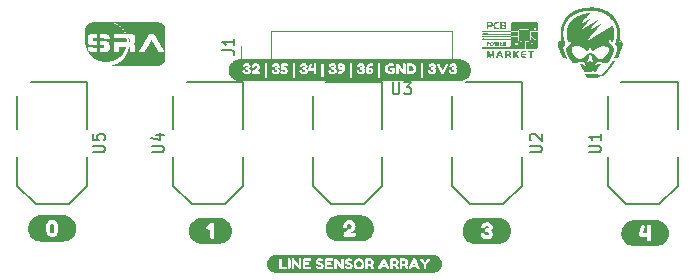
<source format=gbr>
%TF.GenerationSoftware,KiCad,Pcbnew,6.0.9-8da3e8f707~117~ubuntu22.04.1*%
%TF.CreationDate,2022-12-18T00:58:01+05:30*%
%TF.ProjectId,lsa,6c73612e-6b69-4636-9164-5f7063625858,rev?*%
%TF.SameCoordinates,Original*%
%TF.FileFunction,Legend,Top*%
%TF.FilePolarity,Positive*%
%FSLAX46Y46*%
G04 Gerber Fmt 4.6, Leading zero omitted, Abs format (unit mm)*
G04 Created by KiCad (PCBNEW 6.0.9-8da3e8f707~117~ubuntu22.04.1) date 2022-12-18 00:58:01*
%MOMM*%
%LPD*%
G01*
G04 APERTURE LIST*
%ADD10C,0.006350*%
%ADD11C,0.150000*%
%ADD12C,0.120000*%
%ADD13C,0.127000*%
G04 APERTURE END LIST*
D10*
%TO.C,G\u002A\u002A\u002A*%
X130077623Y-71687300D02*
X130075204Y-71686090D01*
X130071576Y-71686090D01*
X130067947Y-71687300D01*
X130065528Y-71689719D01*
X130064319Y-71692138D01*
X130063109Y-71696976D01*
X130063109Y-71700604D01*
X130064319Y-71705442D01*
X130065528Y-71707861D01*
X130067947Y-71710280D01*
X130071576Y-71711490D01*
X130073995Y-71711490D01*
X130077623Y-71710280D01*
X130078833Y-71709071D01*
X130078833Y-71700604D01*
X130073995Y-71700604D01*
X130093347Y-71686090D02*
X130093347Y-71692138D01*
X130087300Y-71689719D02*
X130093347Y-71692138D01*
X130099395Y-71689719D01*
X130089719Y-71696976D02*
X130093347Y-71692138D01*
X130096976Y-71696976D01*
X130112700Y-71686090D02*
X130112700Y-71692138D01*
X130106652Y-71689719D02*
X130112700Y-71692138D01*
X130118747Y-71689719D01*
X130109071Y-71696976D02*
X130112700Y-71692138D01*
X130116328Y-71696976D01*
X130132052Y-71686090D02*
X130132052Y-71692138D01*
X130126004Y-71689719D02*
X130132052Y-71692138D01*
X130138100Y-71689719D01*
X130128423Y-71696976D02*
X130132052Y-71692138D01*
X130135680Y-71696976D01*
D11*
%TO.C,J1*%
X105622380Y-72733333D02*
X106336666Y-72733333D01*
X106479523Y-72780952D01*
X106574761Y-72876190D01*
X106622380Y-73019047D01*
X106622380Y-73114285D01*
X106622380Y-71733333D02*
X106622380Y-72304761D01*
X106622380Y-72019047D02*
X105622380Y-72019047D01*
X105765238Y-72114285D01*
X105860476Y-72209523D01*
X105908095Y-72304761D01*
%TO.C,U5*%
X94650121Y-81365048D02*
X95462985Y-81365048D01*
X95558616Y-81317232D01*
X95606431Y-81269417D01*
X95654247Y-81173786D01*
X95654247Y-80982524D01*
X95606431Y-80886893D01*
X95558616Y-80839077D01*
X95462985Y-80791262D01*
X94650121Y-80791262D01*
X94650121Y-79834951D02*
X94650121Y-80313106D01*
X95128276Y-80360922D01*
X95080461Y-80313106D01*
X95032645Y-80217475D01*
X95032645Y-79978398D01*
X95080461Y-79882767D01*
X95128276Y-79834951D01*
X95223907Y-79787136D01*
X95462985Y-79787136D01*
X95558616Y-79834951D01*
X95606431Y-79882767D01*
X95654247Y-79978398D01*
X95654247Y-80217475D01*
X95606431Y-80313106D01*
X95558616Y-80360922D01*
%TO.C,U3*%
X120034951Y-75450121D02*
X120034951Y-76262985D01*
X120082767Y-76358616D01*
X120130582Y-76406431D01*
X120226213Y-76454247D01*
X120417475Y-76454247D01*
X120513106Y-76406431D01*
X120560922Y-76358616D01*
X120608737Y-76262985D01*
X120608737Y-75450121D01*
X120991262Y-75450121D02*
X121612863Y-75450121D01*
X121278155Y-75832645D01*
X121421601Y-75832645D01*
X121517232Y-75880461D01*
X121565048Y-75928276D01*
X121612863Y-76023907D01*
X121612863Y-76262985D01*
X121565048Y-76358616D01*
X121517232Y-76406431D01*
X121421601Y-76454247D01*
X121134708Y-76454247D01*
X121039077Y-76406431D01*
X120991262Y-76358616D01*
%TO.C,U4*%
X99650121Y-81365048D02*
X100462985Y-81365048D01*
X100558616Y-81317232D01*
X100606431Y-81269417D01*
X100654247Y-81173786D01*
X100654247Y-80982524D01*
X100606431Y-80886893D01*
X100558616Y-80839077D01*
X100462985Y-80791262D01*
X99650121Y-80791262D01*
X99984830Y-79882767D02*
X100654247Y-79882767D01*
X99602305Y-80121844D02*
X100319538Y-80360922D01*
X100319538Y-79739320D01*
%TO.C,U2*%
X131650121Y-81365048D02*
X132462985Y-81365048D01*
X132558616Y-81317232D01*
X132606431Y-81269417D01*
X132654247Y-81173786D01*
X132654247Y-80982524D01*
X132606431Y-80886893D01*
X132558616Y-80839077D01*
X132462985Y-80791262D01*
X131650121Y-80791262D01*
X131745752Y-80360922D02*
X131697937Y-80313106D01*
X131650121Y-80217475D01*
X131650121Y-79978398D01*
X131697937Y-79882767D01*
X131745752Y-79834951D01*
X131841383Y-79787136D01*
X131937014Y-79787136D01*
X132080461Y-79834951D01*
X132654247Y-80408737D01*
X132654247Y-79787136D01*
%TO.C,U1*%
X136650121Y-81365048D02*
X137462985Y-81365048D01*
X137558616Y-81317232D01*
X137606431Y-81269417D01*
X137654247Y-81173786D01*
X137654247Y-80982524D01*
X137606431Y-80886893D01*
X137558616Y-80839077D01*
X137462985Y-80791262D01*
X136650121Y-80791262D01*
X137654247Y-79787136D02*
X137654247Y-80360922D01*
X137654247Y-80074029D02*
X136650121Y-80074029D01*
X136793568Y-80169660D01*
X136889199Y-80265291D01*
X136937014Y-80360922D01*
%TO.C,G\u002A\u002A\u002A*%
G36*
X131984166Y-72805136D02*
G01*
X131982187Y-72837310D01*
X131970018Y-72853354D01*
X131938314Y-72858876D01*
X131893581Y-72859487D01*
X131802996Y-72859487D01*
X131802996Y-73348645D01*
X131658060Y-73348645D01*
X131658060Y-72859487D01*
X131465049Y-72859487D01*
X131481003Y-72750785D01*
X131984166Y-72750785D01*
X131984166Y-72805136D01*
G37*
G36*
X127773600Y-71079329D02*
G01*
X127810239Y-71080294D01*
X127861976Y-71081440D01*
X127945959Y-71082808D01*
X128058202Y-71084353D01*
X128194719Y-71086029D01*
X128351523Y-71087790D01*
X128524628Y-71089592D01*
X128710048Y-71091388D01*
X128903795Y-71093134D01*
X129026569Y-71094172D01*
X129249080Y-71096101D01*
X129438003Y-71097989D01*
X129595985Y-71099927D01*
X129725673Y-71102004D01*
X129829713Y-71104311D01*
X129910752Y-71106939D01*
X129971436Y-71109978D01*
X130014411Y-71113518D01*
X130042324Y-71117650D01*
X130057822Y-71122464D01*
X130063550Y-71128051D01*
X130063766Y-71129606D01*
X130068685Y-71139714D01*
X130086641Y-71146994D01*
X130122430Y-71151880D01*
X130180851Y-71154802D01*
X130266702Y-71156192D01*
X130362696Y-71156491D01*
X130661626Y-71156491D01*
X130661626Y-71319544D01*
X130363766Y-71319544D01*
X130263642Y-71318708D01*
X130176753Y-71316394D01*
X130109322Y-71312897D01*
X130067571Y-71308510D01*
X130056970Y-71305088D01*
X130052132Y-71277858D01*
X130053458Y-71241238D01*
X130052756Y-71201996D01*
X130044423Y-71182909D01*
X130024145Y-71181320D01*
X129971417Y-71179998D01*
X129890022Y-71178935D01*
X129783741Y-71178122D01*
X129656359Y-71177552D01*
X129511657Y-71177215D01*
X129353419Y-71177103D01*
X129185426Y-71177208D01*
X129011462Y-71177521D01*
X128835310Y-71178034D01*
X128660751Y-71178739D01*
X128491570Y-71179627D01*
X128331548Y-71180690D01*
X128184468Y-71181919D01*
X128054113Y-71183306D01*
X127944266Y-71184842D01*
X127858709Y-71186520D01*
X127812612Y-71187871D01*
X127725222Y-71190448D01*
X127667397Y-71189977D01*
X127632542Y-71185704D01*
X127614059Y-71176874D01*
X127605912Y-71164255D01*
X127604797Y-71123569D01*
X127612598Y-71104207D01*
X127627075Y-71090591D01*
X127654085Y-71082469D01*
X127700602Y-71078996D01*
X127773600Y-71079329D01*
G37*
G36*
X131594141Y-71977614D02*
G01*
X131640015Y-71953039D01*
X131676767Y-71903053D01*
X131685236Y-71886218D01*
X131714787Y-71835936D01*
X131747128Y-71809828D01*
X131786328Y-71808788D01*
X131836456Y-71833708D01*
X131901584Y-71885482D01*
X131968925Y-71948496D01*
X132112577Y-72088290D01*
X132102567Y-72215721D01*
X132096804Y-72288892D01*
X132091562Y-72355136D01*
X132088183Y-72397504D01*
X132089318Y-72435999D01*
X132107026Y-72450289D01*
X132129101Y-72451855D01*
X132163542Y-72444381D01*
X132173166Y-72416186D01*
X132173100Y-72411092D01*
X132172097Y-72374025D01*
X132170610Y-72312664D01*
X132168925Y-72238939D01*
X132168571Y-72222872D01*
X132165335Y-72075416D01*
X132015600Y-71922964D01*
X131945993Y-71853655D01*
X131893646Y-71806814D01*
X131851569Y-71777989D01*
X131812774Y-71762724D01*
X131770269Y-71756567D01*
X131753174Y-71755737D01*
X131728140Y-71750703D01*
X131716122Y-71731450D01*
X131712531Y-71688379D01*
X131712411Y-71670454D01*
X131712411Y-71586558D01*
X131779233Y-71597401D01*
X131827884Y-71613379D01*
X131881570Y-71648901D01*
X131947921Y-71709053D01*
X131950150Y-71711254D01*
X132054246Y-71814264D01*
X132182259Y-71810526D01*
X132310271Y-71806788D01*
X132310271Y-72132998D01*
X132309480Y-72265017D01*
X132306481Y-72365665D01*
X132300333Y-72439785D01*
X132290096Y-72492219D01*
X132274831Y-72527807D01*
X132253598Y-72551393D01*
X132225895Y-72567617D01*
X132190477Y-72574887D01*
X132120589Y-72580603D01*
X132017963Y-72584695D01*
X131884331Y-72587088D01*
X131748858Y-72587732D01*
X131315969Y-72587732D01*
X131319432Y-72284273D01*
X131322896Y-71980813D01*
X131484128Y-71980813D01*
X131487567Y-72122238D01*
X131490641Y-72190664D01*
X131495683Y-72244333D01*
X131501715Y-72273552D01*
X131503050Y-72275708D01*
X131521349Y-72278459D01*
X131535519Y-72250737D01*
X131544090Y-72198207D01*
X131545593Y-72126531D01*
X131545078Y-72113629D01*
X131544081Y-72092852D01*
X131722861Y-72092852D01*
X131735357Y-72131287D01*
X131774952Y-72184152D01*
X131800880Y-72212495D01*
X131855223Y-72259066D01*
X131899472Y-72275792D01*
X131930412Y-72262435D01*
X131944388Y-72223119D01*
X131940706Y-72187583D01*
X131916921Y-72151232D01*
X131873188Y-72109888D01*
X131819011Y-72066821D01*
X131781992Y-72047720D01*
X131754543Y-72050085D01*
X131735567Y-72064547D01*
X131722861Y-72092852D01*
X131544081Y-72092852D01*
X131539281Y-71992808D01*
X131594141Y-71977614D01*
G37*
G36*
X129720126Y-72750785D02*
G01*
X129843874Y-72754995D01*
X129935982Y-72769015D01*
X130000208Y-72794929D01*
X130040311Y-72834818D01*
X130060051Y-72890767D01*
X130063766Y-72941216D01*
X130053780Y-72999942D01*
X130018800Y-73051815D01*
X130009126Y-73061850D01*
X129954486Y-73116490D01*
X130018184Y-73221350D01*
X130050295Y-73275749D01*
X130073183Y-73317464D01*
X130081883Y-73337427D01*
X130065853Y-73344614D01*
X130026065Y-73348448D01*
X130013274Y-73348645D01*
X129977191Y-73346732D01*
X129950840Y-73336532D01*
X129926507Y-73311354D01*
X129896482Y-73264506D01*
X129876321Y-73229817D01*
X129840291Y-73169233D01*
X129814319Y-73134224D01*
X129791327Y-73118438D01*
X129764238Y-73115523D01*
X129750173Y-73116586D01*
X129718601Y-73121104D01*
X129700840Y-73132753D01*
X129692224Y-73160304D01*
X129688090Y-73212526D01*
X129686974Y-73235414D01*
X129681581Y-73348645D01*
X129538374Y-73348645D01*
X129538374Y-72923956D01*
X129674969Y-72923956D01*
X129680193Y-72963659D01*
X129688066Y-72986801D01*
X129707141Y-72999052D01*
X129746651Y-73003782D01*
X129791905Y-73004423D01*
X129869401Y-72998983D01*
X129913304Y-72982789D01*
X129918109Y-72978116D01*
X129931027Y-72941315D01*
X129922229Y-72902720D01*
X129896680Y-72878113D01*
X129885905Y-72875779D01*
X129849892Y-72873150D01*
X129794973Y-72868671D01*
X129770718Y-72866596D01*
X129711743Y-72866620D01*
X129681682Y-72883751D01*
X129674969Y-72923956D01*
X129538374Y-72923956D01*
X129538374Y-72750785D01*
X129720126Y-72750785D01*
G37*
G36*
X131042083Y-70939087D02*
G01*
X130879030Y-70939087D01*
X130879030Y-70783583D01*
X130877609Y-70704553D01*
X130872881Y-70657102D01*
X130864148Y-70636668D01*
X130856384Y-70635576D01*
X130842400Y-70658738D01*
X130832721Y-70716940D01*
X130828257Y-70786551D01*
X130824926Y-70858324D01*
X130819493Y-70902749D01*
X130808662Y-70928691D01*
X130789139Y-70945016D01*
X130764847Y-70957204D01*
X130715504Y-70993915D01*
X130679743Y-71042868D01*
X130654657Y-71083620D01*
X130621129Y-71099615D01*
X130588705Y-71101748D01*
X130556131Y-71098769D01*
X130524759Y-71086271D01*
X130487668Y-71059568D01*
X130437938Y-71013972D01*
X130392426Y-70968835D01*
X130260010Y-70835529D01*
X130268922Y-70701609D01*
X130274186Y-70628904D01*
X130279552Y-70565048D01*
X130283892Y-70523428D01*
X130284031Y-70522397D01*
X130282704Y-70488579D01*
X130258986Y-70477598D01*
X130244936Y-70477104D01*
X130199644Y-70477104D01*
X130205774Y-70667333D01*
X130211904Y-70857561D01*
X130332107Y-70979851D01*
X130452309Y-71102140D01*
X130261057Y-71102140D01*
X130181151Y-71101060D01*
X130115195Y-71098141D01*
X130071295Y-71093864D01*
X130057727Y-71090062D01*
X130053615Y-71068692D01*
X130050104Y-71017525D01*
X130047453Y-70942995D01*
X130045922Y-70851536D01*
X130045649Y-70790550D01*
X130047242Y-70656017D01*
X130052657Y-70552938D01*
X130062848Y-70476646D01*
X130078770Y-70422476D01*
X130101375Y-70385760D01*
X130131619Y-70361833D01*
X130133509Y-70360802D01*
X130165365Y-70353926D01*
X130231350Y-70348445D01*
X130329383Y-70344444D01*
X130457385Y-70342010D01*
X130606084Y-70341227D01*
X131042083Y-70341227D01*
X131042083Y-70939087D01*
G37*
G36*
X130311488Y-72754220D02*
G01*
X130378041Y-72759843D01*
X130373682Y-72891191D01*
X130372708Y-72954905D01*
X130374166Y-73001584D01*
X130377738Y-73022235D01*
X130378343Y-73022540D01*
X130392985Y-73009487D01*
X130425063Y-72974369D01*
X130469166Y-72923239D01*
X130499756Y-72886662D01*
X130552984Y-72823592D01*
X130590930Y-72783748D01*
X130620681Y-72761851D01*
X130649323Y-72752624D01*
X130682180Y-72750785D01*
X130726671Y-72753209D01*
X130750788Y-72759240D01*
X130752211Y-72761360D01*
X130741394Y-72779024D01*
X130712354Y-72817714D01*
X130670213Y-72870742D01*
X130643509Y-72903350D01*
X130596290Y-72961885D01*
X130559429Y-73010340D01*
X130538076Y-73041800D01*
X130534808Y-73049281D01*
X130545488Y-73069109D01*
X130573958Y-73109378D01*
X130614858Y-73162653D01*
X130631587Y-73183576D01*
X130688281Y-73254039D01*
X130723676Y-73300924D01*
X130739004Y-73329028D01*
X130735497Y-73343151D01*
X130714386Y-73348091D01*
X130676902Y-73348646D01*
X130673949Y-73348645D01*
X130636101Y-73347497D01*
X130607329Y-73340463D01*
X130580471Y-73322160D01*
X130548367Y-73287205D01*
X130503854Y-73230213D01*
X130487181Y-73208239D01*
X130380813Y-73067832D01*
X130375522Y-73208239D01*
X130370231Y-73348645D01*
X130244936Y-73348645D01*
X130244936Y-72748598D01*
X130311488Y-72754220D01*
G37*
G36*
X128561811Y-72754420D02*
G01*
X128613022Y-72760010D01*
X128645212Y-72768296D01*
X128650880Y-72773431D01*
X128650798Y-72795382D01*
X128650728Y-72847002D01*
X128650676Y-72921727D01*
X128650647Y-73012992D01*
X128650642Y-73067832D01*
X128650642Y-73348645D01*
X128526803Y-73348645D01*
X128534472Y-73135771D01*
X128542141Y-72922896D01*
X128468063Y-73135771D01*
X128393985Y-73348645D01*
X128255088Y-73348645D01*
X128181254Y-73135771D01*
X128107420Y-72922896D01*
X128118122Y-73135771D01*
X128128824Y-73348645D01*
X127980314Y-73348645D01*
X127980314Y-72750785D01*
X128173247Y-72750785D01*
X128244185Y-72959130D01*
X128272216Y-73039225D01*
X128296699Y-73105055D01*
X128315071Y-73150001D01*
X128324764Y-73167443D01*
X128324948Y-73167475D01*
X128334041Y-73151320D01*
X128351639Y-73107279D01*
X128375247Y-73041991D01*
X128402368Y-72962092D01*
X128403639Y-72958236D01*
X128472504Y-72748996D01*
X128561811Y-72754420D01*
G37*
G36*
X132310271Y-71319544D02*
G01*
X131712411Y-71319544D01*
X131712411Y-71156491D01*
X132310271Y-71156491D01*
X132310271Y-71319544D01*
G37*
G36*
X129316441Y-70339222D02*
G01*
X129419016Y-70338460D01*
X129492055Y-70339512D01*
X129542245Y-70343312D01*
X129576273Y-70350793D01*
X129600825Y-70362889D01*
X129622590Y-70380535D01*
X129624430Y-70382231D01*
X129655960Y-70433688D01*
X129665121Y-70499637D01*
X129651029Y-70565395D01*
X129636990Y-70590834D01*
X129618672Y-70624166D01*
X129624387Y-70651865D01*
X129636990Y-70671364D01*
X129660452Y-70729328D01*
X129663824Y-70796611D01*
X129647690Y-70857651D01*
X129628959Y-70884736D01*
X129608050Y-70901334D01*
X129580098Y-70911998D01*
X129537308Y-70917983D01*
X129471891Y-70920543D01*
X129403978Y-70920970D01*
X129322838Y-70921855D01*
X129253937Y-70924243D01*
X129206180Y-70927732D01*
X129190158Y-70930592D01*
X129160161Y-70932013D01*
X129152442Y-70927573D01*
X129148133Y-70905999D01*
X129144455Y-70854652D01*
X129142941Y-70813924D01*
X129266619Y-70813924D01*
X129388909Y-70808567D01*
X129454153Y-70804689D01*
X129491586Y-70798110D01*
X129509625Y-70785645D01*
X129516689Y-70764106D01*
X129517313Y-70759966D01*
X129515104Y-70723450D01*
X129492487Y-70700665D01*
X129444247Y-70688970D01*
X129370792Y-70685727D01*
X129266619Y-70685450D01*
X129266619Y-70813924D01*
X129142941Y-70813924D01*
X129141680Y-70779990D01*
X129140082Y-70688470D01*
X129140068Y-70685450D01*
X129139800Y-70628079D01*
X129139800Y-70578477D01*
X129266619Y-70578477D01*
X129377967Y-70573083D01*
X129451635Y-70565598D01*
X129494598Y-70551028D01*
X129507669Y-70538447D01*
X129522694Y-70497681D01*
X129507020Y-70470014D01*
X129459253Y-70454440D01*
X129384948Y-70449929D01*
X129266619Y-70449929D01*
X129266619Y-70578477D01*
X129139800Y-70578477D01*
X129139800Y-70341227D01*
X129316441Y-70339222D01*
G37*
G36*
X128089016Y-72007989D02*
G01*
X128164960Y-72018986D01*
X128218424Y-72047560D01*
X128247961Y-72087085D01*
X128252127Y-72130932D01*
X128229473Y-72172477D01*
X128178553Y-72205091D01*
X128134738Y-72217449D01*
X128091553Y-72230511D01*
X128072590Y-72255592D01*
X128067381Y-72285951D01*
X128052999Y-72333153D01*
X128030136Y-72348862D01*
X128015406Y-72348191D01*
X128006070Y-72335208D01*
X128000931Y-72303587D01*
X127998790Y-72247003D01*
X127998431Y-72181429D01*
X127998431Y-72107632D01*
X128070899Y-72107632D01*
X128078458Y-72142186D01*
X128107838Y-72152768D01*
X128115122Y-72152925D01*
X128153699Y-72145938D01*
X128171033Y-72134014D01*
X128171077Y-72105447D01*
X128147650Y-72077713D01*
X128111770Y-72062754D01*
X128104914Y-72062340D01*
X128077889Y-72074237D01*
X128070899Y-72107632D01*
X127998431Y-72107632D01*
X127998431Y-72007989D01*
X128089016Y-72007989D01*
G37*
G36*
X129028953Y-72759843D02*
G01*
X129097964Y-72754995D01*
X129166976Y-72750147D01*
X129289450Y-73035808D01*
X129329627Y-73130300D01*
X129364247Y-73213209D01*
X129390974Y-73278822D01*
X129407473Y-73321424D01*
X129411739Y-73335057D01*
X129395599Y-73343754D01*
X129355815Y-73348273D01*
X129343616Y-73348461D01*
X129299141Y-73344926D01*
X129272540Y-73328231D01*
X129250784Y-73288768D01*
X129245318Y-73275993D01*
X129214959Y-73203709D01*
X129109441Y-73203987D01*
X129039568Y-73206099D01*
X128995934Y-73215373D01*
X128968601Y-73236893D01*
X128947635Y-73275743D01*
X128941816Y-73289765D01*
X128921022Y-73329225D01*
X128892452Y-73345646D01*
X128849503Y-73348645D01*
X128781006Y-73348645D01*
X128887814Y-73095007D01*
X129013510Y-73095007D01*
X129096711Y-73095007D01*
X129149915Y-73091752D01*
X129171214Y-73081212D01*
X129170902Y-73072361D01*
X129136868Y-72987920D01*
X129113793Y-72933560D01*
X129099954Y-72905423D01*
X129093757Y-72899498D01*
X129084776Y-72917868D01*
X129067098Y-72959780D01*
X129050997Y-72999893D01*
X129013510Y-73095007D01*
X128887814Y-73095007D01*
X128904979Y-73054244D01*
X129028953Y-72759843D01*
G37*
G36*
X131315124Y-70993618D02*
G01*
X131414955Y-70994424D01*
X131488264Y-70996258D01*
X131539907Y-70999522D01*
X131574740Y-71004619D01*
X131597618Y-71011949D01*
X131613399Y-71021915D01*
X131621826Y-71029672D01*
X131633733Y-71043598D01*
X131642708Y-71061622D01*
X131649162Y-71088649D01*
X131653508Y-71129581D01*
X131656157Y-71189320D01*
X131657521Y-71272772D01*
X131658013Y-71384837D01*
X131658060Y-71461017D01*
X131657580Y-71598050D01*
X131655967Y-71703158D01*
X131652966Y-71780640D01*
X131648319Y-71834794D01*
X131641771Y-71869919D01*
X131633064Y-71890313D01*
X131632370Y-71891295D01*
X131621814Y-71902728D01*
X131605887Y-71911506D01*
X131579909Y-71918070D01*
X131539205Y-71922863D01*
X131479095Y-71926327D01*
X131394901Y-71928905D01*
X131281945Y-71931038D01*
X131198854Y-71932283D01*
X131066896Y-71934028D01*
X130966338Y-71934773D01*
X130892349Y-71934174D01*
X130840100Y-71931888D01*
X130804763Y-71927570D01*
X130781507Y-71920878D01*
X130765505Y-71911467D01*
X130753502Y-71900578D01*
X130741320Y-71886684D01*
X130732101Y-71869372D01*
X130725435Y-71843789D01*
X130720909Y-71805084D01*
X130718113Y-71748405D01*
X130716634Y-71668901D01*
X130716060Y-71561720D01*
X130715977Y-71458229D01*
X130716197Y-71325937D01*
X130717097Y-71225145D01*
X130719038Y-71151120D01*
X130722380Y-71099128D01*
X130727483Y-71064438D01*
X130734710Y-71042316D01*
X130744420Y-71028029D01*
X130749109Y-71023422D01*
X130764125Y-71013496D01*
X130787459Y-71005991D01*
X130823812Y-71000584D01*
X130877884Y-70996949D01*
X130954378Y-70994763D01*
X131057995Y-70993701D01*
X131183916Y-70993438D01*
X131315124Y-70993618D01*
G37*
G36*
X129043846Y-72014698D02*
G01*
X129046213Y-72038423D01*
X129039212Y-72090516D01*
X129024020Y-72164678D01*
X129001809Y-72254610D01*
X128993097Y-72286829D01*
X128972451Y-72336402D01*
X128948324Y-72350425D01*
X128921533Y-72329325D01*
X128892894Y-72273532D01*
X128875678Y-72225198D01*
X128838019Y-72107632D01*
X128814426Y-72207276D01*
X128790339Y-72289296D01*
X128765255Y-72338011D01*
X128740049Y-72352589D01*
X128715596Y-72332197D01*
X128705095Y-72311448D01*
X128683887Y-72252014D01*
X128665336Y-72183840D01*
X128651408Y-72116902D01*
X128644072Y-72061176D01*
X128645295Y-72026637D01*
X128647924Y-72021577D01*
X128670640Y-72010561D01*
X128690649Y-72028656D01*
X128709793Y-72078523D01*
X128722696Y-72129452D01*
X128746535Y-72234451D01*
X128775617Y-72125991D01*
X128801968Y-72052251D01*
X128830469Y-72014297D01*
X128859053Y-72011927D01*
X128885657Y-72044939D01*
X128908216Y-72113130D01*
X128913717Y-72139512D01*
X128926426Y-72185193D01*
X128940039Y-72195260D01*
X128953625Y-72170287D01*
X128966250Y-72110847D01*
X128966867Y-72106800D01*
X128982218Y-72050206D01*
X129005409Y-72014969D01*
X129031530Y-72006964D01*
X129043846Y-72014698D01*
G37*
G36*
X131346746Y-72809665D02*
G01*
X131352478Y-72859487D01*
X131218814Y-72859487D01*
X131119042Y-72867076D01*
X131051166Y-72890223D01*
X131014094Y-72929494D01*
X131005849Y-72969985D01*
X131008251Y-72987116D01*
X131020005Y-72997619D01*
X131047934Y-73002835D01*
X131098862Y-73004104D01*
X131173431Y-73002904D01*
X131341013Y-72999204D01*
X131342841Y-73047106D01*
X131343285Y-73070897D01*
X131338120Y-73086276D01*
X131320881Y-73095188D01*
X131285105Y-73099584D01*
X131224327Y-73101409D01*
X131159843Y-73102246D01*
X131087313Y-73103989D01*
X131043432Y-73108287D01*
X131020621Y-73117110D01*
X131011300Y-73132427D01*
X131009581Y-73141299D01*
X131015899Y-73185125D01*
X131050801Y-73216080D01*
X131116470Y-73235304D01*
X131205594Y-73243597D01*
X131274640Y-73246957D01*
X131315445Y-73252266D01*
X131335985Y-73262644D01*
X131344234Y-73281211D01*
X131346746Y-73298823D01*
X131352478Y-73348645D01*
X131192751Y-73348233D01*
X131081385Y-73343535D01*
X131003251Y-73329934D01*
X130975430Y-73319417D01*
X130915018Y-73269884D01*
X130874717Y-73192323D01*
X130855853Y-73089691D01*
X130854558Y-73049715D01*
X130867166Y-72936997D01*
X130904825Y-72850405D01*
X130964441Y-72791866D01*
X131000199Y-72775135D01*
X131050468Y-72765139D01*
X131123696Y-72760610D01*
X131176938Y-72759991D01*
X131341013Y-72759843D01*
X131346746Y-72809665D01*
G37*
G36*
X131555793Y-70835554D02*
G01*
X131556559Y-70827685D01*
X131560003Y-70761814D01*
X131553558Y-70722297D01*
X131539831Y-70703177D01*
X131510861Y-70690257D01*
X131485949Y-70703567D01*
X131463533Y-70738028D01*
X131460667Y-70777365D01*
X131476890Y-70803210D01*
X131489142Y-70827301D01*
X131494937Y-70871204D01*
X131495007Y-70876747D01*
X131493392Y-70914325D01*
X131482149Y-70932612D01*
X131451677Y-70938565D01*
X131408952Y-70939120D01*
X131322896Y-70939153D01*
X131327710Y-70717187D01*
X131328005Y-70597295D01*
X131324877Y-70545799D01*
X132077085Y-70545799D01*
X132087593Y-70565434D01*
X132120365Y-70577458D01*
X132155025Y-70563655D01*
X132177701Y-70530826D01*
X132179903Y-70520182D01*
X132172269Y-70477996D01*
X132144740Y-70457035D01*
X132107969Y-70463966D01*
X132099630Y-70469952D01*
X132078385Y-70504894D01*
X132077085Y-70545799D01*
X131324877Y-70545799D01*
X131322887Y-70513040D01*
X131312316Y-70464226D01*
X131296253Y-70450657D01*
X131277319Y-70468046D01*
X131270042Y-70497333D01*
X131265170Y-70555956D01*
X131263078Y-70637075D01*
X131263731Y-70717187D01*
X131268545Y-70939153D01*
X131182489Y-70939120D01*
X131096434Y-70939087D01*
X131096434Y-70341227D01*
X132218220Y-70341227D01*
X132264246Y-70390864D01*
X132280500Y-70409301D01*
X132292390Y-70428115D01*
X132300600Y-70452943D01*
X132305811Y-70489422D01*
X132308704Y-70543186D01*
X132309961Y-70619873D01*
X132310264Y-70725119D01*
X132310271Y-70771320D01*
X132310271Y-71102140D01*
X131721469Y-71101356D01*
X131694294Y-71042868D01*
X131654012Y-70989564D01*
X131606849Y-70957204D01*
X131572932Y-70940314D01*
X131555983Y-70921791D01*
X131552712Y-70897925D01*
X132002283Y-70897925D01*
X132016677Y-70955586D01*
X132053523Y-70994881D01*
X132103313Y-71010650D01*
X132156538Y-70997735D01*
X132169940Y-70988909D01*
X132205458Y-70942750D01*
X132211685Y-70888619D01*
X132187717Y-70838769D01*
X132181484Y-70832440D01*
X132143273Y-70805002D01*
X132111599Y-70794152D01*
X132061454Y-70809267D01*
X132020803Y-70846538D01*
X132002411Y-70893847D01*
X132002283Y-70897925D01*
X131552712Y-70897925D01*
X131551703Y-70890562D01*
X131555793Y-70835554D01*
G37*
G36*
X128972218Y-70338794D02*
G01*
X129020575Y-70342264D01*
X129042794Y-70353544D01*
X129048973Y-70380079D01*
X129049216Y-70395578D01*
X129049216Y-70449929D01*
X128924404Y-70449929D01*
X128833122Y-70454713D01*
X128771951Y-70471886D01*
X128735698Y-70505683D01*
X128719171Y-70560337D01*
X128716619Y-70619333D01*
X128724202Y-70697157D01*
X128742591Y-70756502D01*
X128748188Y-70766317D01*
X128766682Y-70789990D01*
X128789851Y-70803766D01*
X128827218Y-70810288D01*
X128888303Y-70812199D01*
X128913756Y-70812268D01*
X129049216Y-70812268D01*
X129049216Y-70939087D01*
X128945043Y-70936820D01*
X128870247Y-70933166D01*
X128796113Y-70926394D01*
X128764063Y-70922039D01*
X128703859Y-70904050D01*
X128651763Y-70875311D01*
X128643128Y-70868071D01*
X128599958Y-70805322D01*
X128573967Y-70720861D01*
X128566098Y-70625364D01*
X128577288Y-70529509D01*
X128606175Y-70448334D01*
X128641392Y-70400622D01*
X128692983Y-70367355D01*
X128765831Y-70347070D01*
X128864819Y-70338306D01*
X128972218Y-70338794D01*
G37*
G36*
X130051085Y-72135999D02*
G01*
X130389872Y-72135999D01*
X130404297Y-72200907D01*
X130441743Y-72246083D01*
X130493469Y-72268149D01*
X130550731Y-72263722D01*
X130604787Y-72229424D01*
X130611805Y-72221811D01*
X130640363Y-72164318D01*
X130634206Y-72101784D01*
X130615307Y-72066371D01*
X130573592Y-72033963D01*
X130519688Y-72026010D01*
X130464336Y-72039193D01*
X130418282Y-72070194D01*
X130392268Y-72115695D01*
X130389872Y-72135999D01*
X130051085Y-72135999D01*
X130051580Y-72093788D01*
X130054708Y-71826802D01*
X129031099Y-71828084D01*
X128841131Y-71828534D01*
X128661533Y-71829370D01*
X128495661Y-71830547D01*
X128346874Y-71832024D01*
X128218528Y-71833755D01*
X128113980Y-71835700D01*
X128036587Y-71837813D01*
X127989706Y-71840051D01*
X127976816Y-71841680D01*
X127945849Y-71846180D01*
X127888702Y-71847882D01*
X127815332Y-71846625D01*
X127777529Y-71844936D01*
X127698146Y-71839986D01*
X127647986Y-71834231D01*
X127620056Y-71825786D01*
X127607361Y-71812766D01*
X127603512Y-71798058D01*
X127605426Y-71761173D01*
X127626651Y-71737423D01*
X127671573Y-71725310D01*
X127744579Y-71723337D01*
X127811698Y-71726964D01*
X127859546Y-71729259D01*
X127939746Y-71731698D01*
X128048418Y-71734215D01*
X128181680Y-71736746D01*
X128335652Y-71739228D01*
X128506452Y-71741596D01*
X128690201Y-71743786D01*
X128883016Y-71745734D01*
X129014650Y-71746865D01*
X130058045Y-71755199D01*
X130056781Y-71682307D01*
X130055518Y-71609415D01*
X129040562Y-71610993D01*
X128846589Y-71611505D01*
X128659148Y-71612403D01*
X128482175Y-71613640D01*
X128319604Y-71615171D01*
X128175372Y-71616950D01*
X128053413Y-71618931D01*
X127957663Y-71621070D01*
X127892057Y-71623319D01*
X127870324Y-71624581D01*
X127762463Y-71630638D01*
X127685905Y-71629046D01*
X127636402Y-71619151D01*
X127609704Y-71600298D01*
X127602638Y-71583298D01*
X127606817Y-71546689D01*
X127637620Y-71521470D01*
X127697789Y-71506553D01*
X127790071Y-71500847D01*
X127810596Y-71500714D01*
X127880838Y-71502771D01*
X127936351Y-71508244D01*
X127967831Y-71516084D01*
X127971256Y-71518831D01*
X127990769Y-71522152D01*
X128042407Y-71525168D01*
X128122257Y-71527870D01*
X128226402Y-71530249D01*
X128350928Y-71532297D01*
X128491921Y-71534006D01*
X128645465Y-71535366D01*
X128807645Y-71536370D01*
X128974547Y-71537008D01*
X129142256Y-71537273D01*
X129306857Y-71537155D01*
X129464436Y-71536647D01*
X129611076Y-71535739D01*
X129742865Y-71534423D01*
X129855886Y-71532691D01*
X129946225Y-71530533D01*
X130009966Y-71527942D01*
X130043197Y-71524909D01*
X130047159Y-71523360D01*
X130050209Y-71495965D01*
X130053144Y-71469634D01*
X130052024Y-71429418D01*
X130046211Y-71411038D01*
X130026761Y-71408016D01*
X129974794Y-71405278D01*
X129894027Y-71402833D01*
X129788174Y-71400691D01*
X129660953Y-71398861D01*
X129516079Y-71397354D01*
X129357268Y-71396179D01*
X129188236Y-71395346D01*
X129012700Y-71394864D01*
X128834375Y-71394745D01*
X128656977Y-71394997D01*
X128484222Y-71395630D01*
X128319827Y-71396654D01*
X128167507Y-71398080D01*
X128030978Y-71399916D01*
X127913957Y-71402172D01*
X127820159Y-71404860D01*
X127812612Y-71405137D01*
X127725233Y-71407778D01*
X127667417Y-71407352D01*
X127632566Y-71403112D01*
X127614082Y-71394306D01*
X127605912Y-71381659D01*
X127604797Y-71340973D01*
X127612598Y-71321611D01*
X127627075Y-71307995D01*
X127654085Y-71299872D01*
X127700602Y-71296400D01*
X127773600Y-71296733D01*
X127810239Y-71297697D01*
X127861976Y-71298843D01*
X127945959Y-71300212D01*
X128058202Y-71301756D01*
X128194719Y-71303432D01*
X128351523Y-71305194D01*
X128524628Y-71306996D01*
X128710048Y-71308792D01*
X128903795Y-71310537D01*
X129026569Y-71311576D01*
X129249080Y-71313505D01*
X129438003Y-71315393D01*
X129595985Y-71317330D01*
X129725673Y-71319408D01*
X129829713Y-71321715D01*
X129910752Y-71324343D01*
X129971436Y-71327382D01*
X130014411Y-71330922D01*
X130042324Y-71335054D01*
X130057822Y-71339868D01*
X130063550Y-71345455D01*
X130063766Y-71347010D01*
X130068685Y-71357117D01*
X130086641Y-71364398D01*
X130122430Y-71369284D01*
X130180851Y-71372206D01*
X130266702Y-71373596D01*
X130362696Y-71373895D01*
X130661626Y-71373895D01*
X130661651Y-71459950D01*
X130661675Y-71546006D01*
X130362720Y-71540632D01*
X130251117Y-71539002D01*
X130170798Y-71538994D01*
X130116833Y-71540983D01*
X130084293Y-71545342D01*
X130068250Y-71552444D01*
X130063775Y-71562662D01*
X130063766Y-71563278D01*
X130068039Y-71573760D01*
X130084122Y-71581305D01*
X130116912Y-71586372D01*
X130171308Y-71589421D01*
X130252205Y-71590910D01*
X130362696Y-71591298D01*
X130661626Y-71591298D01*
X130661656Y-71677354D01*
X130661685Y-71763410D01*
X130404180Y-71757880D01*
X130279605Y-71756160D01*
X130187352Y-71757350D01*
X130123597Y-71761818D01*
X130084518Y-71769938D01*
X130066291Y-71782079D01*
X130063766Y-71790930D01*
X130081297Y-71797753D01*
X130131590Y-71803104D01*
X130211195Y-71806775D01*
X130316662Y-71808561D01*
X130360732Y-71808702D01*
X130657698Y-71808702D01*
X130670132Y-71858524D01*
X130698757Y-71923078D01*
X130743088Y-71962451D01*
X130782195Y-71971755D01*
X130808922Y-71975818D01*
X130821284Y-71994539D01*
X130824624Y-72037713D01*
X130824679Y-72049658D01*
X130820076Y-72102822D01*
X130808562Y-72141557D01*
X130803707Y-72148533D01*
X130795217Y-72176684D01*
X130812556Y-72205326D01*
X130847176Y-72223504D01*
X130863700Y-72225393D01*
X130898820Y-72211564D01*
X130911490Y-72176159D01*
X130898510Y-72128302D01*
X130898067Y-72127468D01*
X130883534Y-72078177D01*
X130882072Y-72033577D01*
X130889629Y-71999841D01*
X130909347Y-71983304D01*
X130952160Y-71976234D01*
X130964553Y-71975269D01*
X131041017Y-71969724D01*
X131046079Y-72209306D01*
X131049662Y-72318772D01*
X131055231Y-72394673D01*
X131063076Y-72439641D01*
X131073252Y-72456232D01*
X131082953Y-72449557D01*
X131090206Y-72419682D01*
X131095450Y-72362856D01*
X131099118Y-72275330D01*
X131100428Y-72222195D01*
X131105492Y-71980813D01*
X131182489Y-71975242D01*
X131235825Y-71975539D01*
X131258418Y-71987181D01*
X131259801Y-71993359D01*
X131260165Y-72018895D01*
X131260967Y-72073855D01*
X131262105Y-72151435D01*
X131263480Y-72244829D01*
X131264330Y-72302402D01*
X131268545Y-72587756D01*
X129444329Y-72587744D01*
X129109711Y-72587587D01*
X128810655Y-72587116D01*
X128546489Y-72586325D01*
X128316542Y-72585205D01*
X128120143Y-72583750D01*
X127956622Y-72581954D01*
X127825306Y-72579808D01*
X127725526Y-72577307D01*
X127656609Y-72574443D01*
X127617885Y-72571209D01*
X127608280Y-72568585D01*
X127603212Y-72537622D01*
X127607556Y-72505176D01*
X127618665Y-72460913D01*
X129936376Y-72460913D01*
X129992414Y-72410844D01*
X130001291Y-72402912D01*
X130191977Y-72402912D01*
X130197137Y-72433738D01*
X130221268Y-72458022D01*
X130256077Y-72454236D01*
X130280978Y-72433969D01*
X130295240Y-72395987D01*
X130280486Y-72364471D01*
X130244936Y-72352211D01*
X130207529Y-72366768D01*
X130191977Y-72402912D01*
X130001291Y-72402912D01*
X130048451Y-72360774D01*
X130051085Y-72135999D01*
G37*
G36*
X132310271Y-71763410D02*
G01*
X132073784Y-71763410D01*
X131961560Y-71650179D01*
X131904350Y-71594354D01*
X131862947Y-71560388D01*
X131829059Y-71543084D01*
X131794392Y-71537245D01*
X131780873Y-71536948D01*
X131712411Y-71536948D01*
X131712411Y-71373895D01*
X132310271Y-71373895D01*
X132310271Y-71763410D01*
G37*
G36*
X129320874Y-72013884D02*
G01*
X129336872Y-72024098D01*
X129339087Y-72034337D01*
X129330162Y-72051800D01*
X129298602Y-72060378D01*
X129248502Y-72062340D01*
X129194169Y-72064247D01*
X129167071Y-72072345D01*
X129158305Y-72090193D01*
X129157917Y-72098574D01*
X129163252Y-72121217D01*
X129185401Y-72131924D01*
X129233587Y-72134794D01*
X129239444Y-72134808D01*
X129293179Y-72138364D01*
X129317655Y-72150457D01*
X129320970Y-72161983D01*
X129317396Y-72180072D01*
X129300840Y-72189967D01*
X129262553Y-72194697D01*
X129221327Y-72196452D01*
X129179914Y-72204715D01*
X129162687Y-72230772D01*
X129161187Y-72238980D01*
X129160896Y-72263027D01*
X129174616Y-72275133D01*
X129210871Y-72279335D01*
X129247242Y-72279744D01*
X129306173Y-72283022D01*
X129334559Y-72293806D01*
X129339087Y-72304981D01*
X129327539Y-72330236D01*
X129290132Y-72345398D01*
X129222725Y-72351796D01*
X129192101Y-72352211D01*
X129128096Y-72347121D01*
X129095681Y-72332329D01*
X129093125Y-72327964D01*
X129089353Y-72299179D01*
X129087778Y-72244868D01*
X129088651Y-72175686D01*
X129089164Y-72160382D01*
X129094508Y-72017047D01*
X129216798Y-72011690D01*
X129283250Y-72010193D01*
X129320874Y-72013884D01*
G37*
G36*
X128189850Y-70341227D02*
G01*
X128276483Y-70342790D01*
X128352215Y-70347029D01*
X128408246Y-70353275D01*
X128434242Y-70359881D01*
X128474259Y-70397359D01*
X128506636Y-70455295D01*
X128523139Y-70517919D01*
X128523823Y-70531455D01*
X128511222Y-70596893D01*
X128478792Y-70657105D01*
X128434590Y-70698390D01*
X128422133Y-70704345D01*
X128380756Y-70713250D01*
X128317395Y-70719506D01*
X128250889Y-70721684D01*
X128125250Y-70721684D01*
X128125250Y-70819215D01*
X128123564Y-70876407D01*
X128116031Y-70906988D01*
X128098933Y-70920518D01*
X128084487Y-70924087D01*
X128037035Y-70927281D01*
X128012019Y-70924871D01*
X128000059Y-70919320D01*
X127991526Y-70904888D01*
X127985852Y-70876304D01*
X127982471Y-70828297D01*
X127980817Y-70755594D01*
X127980323Y-70652927D01*
X127980314Y-70629770D01*
X127980314Y-70612982D01*
X128125250Y-70612982D01*
X128223599Y-70612982D01*
X128302630Y-70606218D01*
X128348802Y-70586053D01*
X128350418Y-70584512D01*
X128376471Y-70541204D01*
X128371447Y-70488549D01*
X128367891Y-70478586D01*
X128352238Y-70461983D01*
X128316447Y-70453002D01*
X128253125Y-70449973D01*
X128241072Y-70449929D01*
X128125250Y-70449929D01*
X128125250Y-70612982D01*
X127980314Y-70612982D01*
X127980314Y-70341227D01*
X128189850Y-70341227D01*
G37*
G36*
X128303780Y-72083513D02*
G01*
X128338414Y-72043669D01*
X128404012Y-72011310D01*
X128471086Y-72009408D01*
X128531379Y-72034165D01*
X128576635Y-72081781D01*
X128598596Y-72148459D01*
X128599467Y-72163783D01*
X128588976Y-72249710D01*
X128554709Y-72308392D01*
X128512484Y-72334962D01*
X128446491Y-72350375D01*
X128386558Y-72338445D01*
X128358163Y-72324739D01*
X128309554Y-72279749D01*
X128283766Y-72217129D01*
X128282206Y-72167767D01*
X128362350Y-72167767D01*
X128367918Y-72219875D01*
X128391626Y-72261785D01*
X128401036Y-72269658D01*
X128433662Y-72291414D01*
X128454217Y-72295309D01*
X128480958Y-72283308D01*
X128488780Y-72279106D01*
X128512579Y-72255640D01*
X128522724Y-72212421D01*
X128523823Y-72180100D01*
X128512816Y-72112264D01*
X128480103Y-72072920D01*
X128435723Y-72062340D01*
X128398128Y-72077790D01*
X128373045Y-72116669D01*
X128362350Y-72167767D01*
X128282206Y-72167767D01*
X128281581Y-72148006D01*
X128303780Y-72083513D01*
G37*
G36*
X129499591Y-72011503D02*
G01*
X129568352Y-72011925D01*
X129612798Y-72024202D01*
X129630939Y-72036957D01*
X129659548Y-72080804D01*
X129661669Y-72127906D01*
X129637547Y-72165451D01*
X129628394Y-72171344D01*
X129591596Y-72191038D01*
X129630086Y-72245092D01*
X129653671Y-72291664D01*
X129656745Y-72330037D01*
X129639335Y-72350813D01*
X129629755Y-72352211D01*
X129609970Y-72338135D01*
X129580806Y-72302434D01*
X129565549Y-72279744D01*
X129525730Y-72227318D01*
X129494652Y-72209126D01*
X129473215Y-72225219D01*
X129462470Y-72273814D01*
X129451931Y-72320549D01*
X129433630Y-72346952D01*
X129413583Y-72347513D01*
X129401691Y-72329470D01*
X129397642Y-72299918D01*
X129395865Y-72244976D01*
X129396650Y-72175434D01*
X129397153Y-72160382D01*
X129399120Y-72107632D01*
X129465906Y-72107632D01*
X129478552Y-72143794D01*
X129515379Y-72153980D01*
X129564068Y-72141928D01*
X129591678Y-72121043D01*
X129589659Y-72096612D01*
X129563192Y-72075138D01*
X129517459Y-72063126D01*
X129500658Y-72062340D01*
X129473178Y-72073776D01*
X129465906Y-72107632D01*
X129399120Y-72107632D01*
X129402497Y-72017047D01*
X129499591Y-72011503D01*
G37*
%TO.C,kibuzzard-63708D75*%
G36*
X103760231Y-89092628D02*
G01*
X103653652Y-89076819D01*
X103549137Y-89050639D01*
X103447691Y-89014341D01*
X103350291Y-88968275D01*
X103257876Y-88912883D01*
X103171335Y-88848700D01*
X103091502Y-88776343D01*
X103019145Y-88696510D01*
X102954962Y-88609969D01*
X102899570Y-88517554D01*
X102853504Y-88420154D01*
X102817206Y-88318708D01*
X102791026Y-88214193D01*
X102775217Y-88107614D01*
X102769930Y-88000000D01*
X102775217Y-87892386D01*
X102791026Y-87785807D01*
X102800838Y-87746635D01*
X104264720Y-87746635D01*
X104324727Y-87864745D01*
X104439980Y-87931420D01*
X104573330Y-87872365D01*
X104598095Y-87849505D01*
X104598095Y-88529590D01*
X104600952Y-88599123D01*
X104619050Y-88651510D01*
X104670009Y-88688657D01*
X104765735Y-88701040D01*
X104863842Y-88688181D01*
X104914325Y-88649605D01*
X104932422Y-88599123D01*
X104935280Y-88533400D01*
X104935280Y-87472315D01*
X104925755Y-87371350D01*
X104899085Y-87330393D01*
X104849555Y-87308485D01*
X104759067Y-87298960D01*
X104651435Y-87348490D01*
X104645720Y-87352300D01*
X104333300Y-87634240D01*
X104264720Y-87746635D01*
X102800838Y-87746635D01*
X102817206Y-87681292D01*
X102853504Y-87579846D01*
X102899570Y-87482446D01*
X102954962Y-87390031D01*
X103019145Y-87303490D01*
X103091502Y-87223657D01*
X103171335Y-87151300D01*
X103257876Y-87087117D01*
X103350291Y-87031725D01*
X103447691Y-86985659D01*
X103549137Y-86949361D01*
X103653652Y-86923181D01*
X103760231Y-86907372D01*
X103867845Y-86902085D01*
X105332155Y-86902085D01*
X105439769Y-86907372D01*
X105546348Y-86923181D01*
X105650863Y-86949361D01*
X105752309Y-86985659D01*
X105849709Y-87031725D01*
X105942124Y-87087117D01*
X106028665Y-87151300D01*
X106108498Y-87223657D01*
X106180855Y-87303490D01*
X106245038Y-87390031D01*
X106300430Y-87482446D01*
X106346496Y-87579846D01*
X106382794Y-87681292D01*
X106408974Y-87785807D01*
X106424783Y-87892386D01*
X106430070Y-88000000D01*
X106424783Y-88107614D01*
X106408974Y-88214193D01*
X106382794Y-88318708D01*
X106346496Y-88420154D01*
X106300430Y-88517554D01*
X106245038Y-88609969D01*
X106180855Y-88696510D01*
X106108498Y-88776343D01*
X106028665Y-88848700D01*
X105942124Y-88912883D01*
X105849709Y-88968275D01*
X105752309Y-89014341D01*
X105650863Y-89050639D01*
X105546348Y-89076819D01*
X105439769Y-89092628D01*
X105332155Y-89097915D01*
X103867845Y-89097915D01*
X103760231Y-89092628D01*
G37*
%TO.C,kibuzzard-63708D58*%
G36*
X90161962Y-88913482D02*
G01*
X90053349Y-88897371D01*
X89946839Y-88870692D01*
X89843457Y-88833701D01*
X89744198Y-88786755D01*
X89650019Y-88730306D01*
X89561826Y-88664898D01*
X89480469Y-88591161D01*
X89406732Y-88509804D01*
X89341324Y-88421611D01*
X89284875Y-88327432D01*
X89237929Y-88228173D01*
X89200938Y-88124791D01*
X89174259Y-88018281D01*
X89158148Y-87909668D01*
X89152760Y-87800000D01*
X89152854Y-87798095D01*
X90668505Y-87798095D01*
X90674643Y-87931657D01*
X90693058Y-88055482D01*
X90723750Y-88169570D01*
X90764946Y-88265296D01*
X90816143Y-88346735D01*
X90883294Y-88415077D01*
X90972353Y-88471513D01*
X91079747Y-88509374D01*
X91201905Y-88521995D01*
X91323587Y-88509613D01*
X91429553Y-88472465D01*
X91516944Y-88416268D01*
X91582905Y-88346735D01*
X91647913Y-88236840D01*
X91694348Y-88109086D01*
X91722208Y-87963473D01*
X91731495Y-87800000D01*
X91725145Y-87674058D01*
X91706095Y-87552773D01*
X91674345Y-87436145D01*
X91634578Y-87339943D01*
X91583858Y-87257075D01*
X91517183Y-87187066D01*
X91429553Y-87129440D01*
X91323111Y-87090864D01*
X91200000Y-87078005D01*
X91076413Y-87091102D01*
X90968543Y-87130392D01*
X90879722Y-87188971D01*
X90813285Y-87259933D01*
X90760659Y-87351611D01*
X90713273Y-87472340D01*
X90688402Y-87568648D01*
X90673479Y-87677233D01*
X90668505Y-87798095D01*
X89152854Y-87798095D01*
X89158148Y-87690332D01*
X89174259Y-87581719D01*
X89200938Y-87475209D01*
X89237929Y-87371827D01*
X89284875Y-87272568D01*
X89341324Y-87178389D01*
X89406732Y-87090196D01*
X89480469Y-87008839D01*
X89561826Y-86935102D01*
X89650019Y-86869694D01*
X89744198Y-86813245D01*
X89843457Y-86766299D01*
X89946839Y-86729308D01*
X90053349Y-86702629D01*
X90161962Y-86686518D01*
X90271630Y-86681130D01*
X92128370Y-86681130D01*
X92238038Y-86686518D01*
X92346651Y-86702629D01*
X92453161Y-86729308D01*
X92556543Y-86766299D01*
X92655802Y-86813245D01*
X92749981Y-86869694D01*
X92838174Y-86935102D01*
X92919531Y-87008839D01*
X92993268Y-87090196D01*
X93058676Y-87178389D01*
X93115125Y-87272568D01*
X93162071Y-87371827D01*
X93199062Y-87475209D01*
X93225741Y-87581719D01*
X93241852Y-87690332D01*
X93247240Y-87800000D01*
X93241852Y-87909668D01*
X93225741Y-88018281D01*
X93199062Y-88124791D01*
X93162071Y-88228173D01*
X93115125Y-88327432D01*
X93058676Y-88421611D01*
X92993268Y-88509804D01*
X92919531Y-88591161D01*
X92838174Y-88664898D01*
X92749981Y-88730306D01*
X92655802Y-88786755D01*
X92556543Y-88833701D01*
X92453161Y-88870692D01*
X92346651Y-88897371D01*
X92238038Y-88913482D01*
X92128370Y-88918870D01*
X90271630Y-88918870D01*
X90161962Y-88913482D01*
G37*
G36*
X91285011Y-87439122D02*
G01*
X91345733Y-87510916D01*
X91382166Y-87630574D01*
X91394310Y-87798095D01*
X91394310Y-87809525D01*
X91382047Y-87972879D01*
X91345256Y-88089560D01*
X91283939Y-88159569D01*
X91198095Y-88182905D01*
X91113918Y-88158914D01*
X91053791Y-88086941D01*
X91017715Y-87966985D01*
X91005690Y-87799048D01*
X91017834Y-87631110D01*
X91054268Y-87511154D01*
X91114989Y-87439181D01*
X91200000Y-87415190D01*
X91285011Y-87439122D01*
G37*
D12*
%TO.C,J1*%
X108500000Y-73730000D02*
X107170000Y-73730000D01*
X107170000Y-73730000D02*
X107170000Y-72400000D01*
X109770000Y-73730000D02*
X125070000Y-73730000D01*
X125070000Y-73730000D02*
X125070000Y-71070000D01*
X109770000Y-73730000D02*
X109770000Y-71070000D01*
X109770000Y-71070000D02*
X125070000Y-71070000D01*
D13*
%TO.C,U5*%
X94150000Y-75450000D02*
X94150000Y-79430000D01*
X88250000Y-84200000D02*
X89800000Y-85750000D01*
X89400000Y-75450000D02*
X94150000Y-75450000D01*
X89800000Y-85750000D02*
X92600000Y-85750000D01*
X88250000Y-81770000D02*
X88250000Y-84200000D01*
X88250000Y-76600000D02*
X88250000Y-79430000D01*
X94150000Y-84200000D02*
X92600000Y-85750000D01*
X94150000Y-84200000D02*
X94150000Y-81770000D01*
%TO.C,U3*%
X119150000Y-75450000D02*
X119150000Y-79430000D01*
X119150000Y-84200000D02*
X119150000Y-81770000D01*
X113250000Y-81770000D02*
X113250000Y-84200000D01*
X114800000Y-85750000D02*
X117600000Y-85750000D01*
X119150000Y-84200000D02*
X117600000Y-85750000D01*
X113250000Y-84200000D02*
X114800000Y-85750000D01*
X113250000Y-76600000D02*
X113250000Y-79430000D01*
X114400000Y-75450000D02*
X119150000Y-75450000D01*
%TO.C,U4*%
X107350000Y-75450000D02*
X107350000Y-79430000D01*
X102600000Y-75450000D02*
X107350000Y-75450000D01*
X103000000Y-85750000D02*
X105800000Y-85750000D01*
X101450000Y-84200000D02*
X103000000Y-85750000D01*
X101450000Y-81770000D02*
X101450000Y-84200000D01*
X107350000Y-84200000D02*
X105800000Y-85750000D01*
X107350000Y-84200000D02*
X107350000Y-81770000D01*
X101450000Y-76600000D02*
X101450000Y-79430000D01*
%TO.C,G\u002A\u002A\u002A*%
G36*
X136259475Y-73774460D02*
G01*
X136247925Y-73762636D01*
X136222511Y-73740218D01*
X136201907Y-73723801D01*
X136183234Y-73712469D01*
X136163615Y-73705309D01*
X136140173Y-73701403D01*
X136110031Y-73699836D01*
X136070312Y-73699693D01*
X136050549Y-73699834D01*
X135997697Y-73701042D01*
X135950412Y-73704161D01*
X135905130Y-73709755D01*
X135858285Y-73718392D01*
X135806311Y-73730637D01*
X135745644Y-73747055D01*
X135736268Y-73749715D01*
X135676206Y-73766361D01*
X135616944Y-73781916D01*
X135561125Y-73795740D01*
X135511390Y-73807192D01*
X135470381Y-73815631D01*
X135450346Y-73819092D01*
X135418322Y-73823239D01*
X135394286Y-73824096D01*
X135372985Y-73821629D01*
X135359263Y-73818522D01*
X135310182Y-73799598D01*
X135265458Y-73768713D01*
X135224149Y-73725186D01*
X135217076Y-73716054D01*
X135200564Y-73695089D01*
X135183303Y-73674541D01*
X135180819Y-73671732D01*
X135167426Y-73655404D01*
X135150350Y-73632783D01*
X135134404Y-73610362D01*
X135119326Y-73588923D01*
X135106313Y-73571295D01*
X135098071Y-73561137D01*
X135097828Y-73560886D01*
X135088597Y-73547155D01*
X135085061Y-73538725D01*
X135079290Y-73527737D01*
X135075213Y-73525127D01*
X135069083Y-73519504D01*
X135061704Y-73505848D01*
X135061208Y-73504671D01*
X135053963Y-73490626D01*
X135047856Y-73484250D01*
X135047538Y-73484215D01*
X135041298Y-73478687D01*
X135038324Y-73472282D01*
X135032050Y-73458268D01*
X135022376Y-73440710D01*
X135021882Y-73439893D01*
X135011907Y-73423152D01*
X134998326Y-73399967D01*
X134985908Y-73378523D01*
X134971836Y-73354144D01*
X134958675Y-73331457D01*
X134950319Y-73317154D01*
X134942801Y-73303306D01*
X134930790Y-73279977D01*
X134915679Y-73249988D01*
X134898862Y-73216162D01*
X134881730Y-73181319D01*
X134865678Y-73148281D01*
X134852099Y-73119869D01*
X134842385Y-73098904D01*
X134840893Y-73095544D01*
X134822555Y-73050792D01*
X134802748Y-72997575D01*
X134783118Y-72940704D01*
X134765307Y-72884991D01*
X134750960Y-72835249D01*
X134747723Y-72822792D01*
X134737172Y-72770285D01*
X134730623Y-72714731D01*
X134729561Y-72689825D01*
X135177372Y-72689825D01*
X135180902Y-72733822D01*
X135191623Y-72785757D01*
X135208732Y-72842525D01*
X135231423Y-72901018D01*
X135232990Y-72904617D01*
X135243245Y-72925856D01*
X135257301Y-72952180D01*
X135273159Y-72980157D01*
X135288821Y-73006353D01*
X135302288Y-73027334D01*
X135311563Y-73039669D01*
X135311665Y-73039776D01*
X135319090Y-73050354D01*
X135320322Y-73054631D01*
X135324564Y-73064005D01*
X135329070Y-73069486D01*
X135338455Y-73080678D01*
X135350995Y-73097388D01*
X135354527Y-73102362D01*
X135370997Y-73123811D01*
X135389427Y-73145051D01*
X135391806Y-73147559D01*
X135409881Y-73167511D01*
X135428254Y-73189546D01*
X135431430Y-73193601D01*
X135447433Y-73211562D01*
X135471559Y-73235250D01*
X135501014Y-73262210D01*
X135533008Y-73289991D01*
X135564747Y-73316140D01*
X135593442Y-73338204D01*
X135606711Y-73347574D01*
X135660328Y-73380886D01*
X135713989Y-73408871D01*
X135764776Y-73430196D01*
X135809774Y-73443528D01*
X135821503Y-73445737D01*
X135839586Y-73447053D01*
X135867025Y-73447258D01*
X135900151Y-73446518D01*
X135935294Y-73445002D01*
X135968784Y-73442877D01*
X135996952Y-73440312D01*
X136016128Y-73437474D01*
X136019248Y-73436694D01*
X136076994Y-73419019D01*
X136124326Y-73402827D01*
X136164166Y-73386729D01*
X136199431Y-73369340D01*
X136233043Y-73349273D01*
X136267919Y-73325142D01*
X136291845Y-73307236D01*
X136306138Y-73294863D01*
X136327280Y-73274752D01*
X136352961Y-73249268D01*
X136380872Y-73220777D01*
X136408701Y-73191643D01*
X136434140Y-73164232D01*
X136454877Y-73140909D01*
X136458759Y-73136346D01*
X136485089Y-73106278D01*
X136514294Y-73074908D01*
X136543415Y-73045255D01*
X136569496Y-73020338D01*
X136588116Y-73004307D01*
X136617573Y-72985999D01*
X136655060Y-72969489D01*
X136694976Y-72956997D01*
X136719936Y-72952032D01*
X136762487Y-72949007D01*
X136808560Y-72950815D01*
X136853940Y-72956888D01*
X136894415Y-72966661D01*
X136925770Y-72979566D01*
X136926147Y-72979780D01*
X136955441Y-72996756D01*
X136980534Y-73012348D01*
X137003180Y-73028093D01*
X137025134Y-73045525D01*
X137048152Y-73066180D01*
X137073988Y-73091593D01*
X137104396Y-73123299D01*
X137141134Y-73162835D01*
X137164596Y-73188389D01*
X137207541Y-73234736D01*
X137243354Y-73272063D01*
X137273604Y-73301851D01*
X137299860Y-73325581D01*
X137323692Y-73344732D01*
X137346670Y-73360786D01*
X137348912Y-73362234D01*
X137370478Y-73376292D01*
X137388064Y-73388164D01*
X137397943Y-73395333D01*
X137398061Y-73395432D01*
X137409661Y-73401729D01*
X137413496Y-73402389D01*
X137425271Y-73405262D01*
X137432535Y-73408412D01*
X137468980Y-73424534D01*
X137506681Y-73435737D01*
X137548996Y-73442651D01*
X137599283Y-73445903D01*
X137635302Y-73446358D01*
X137674851Y-73445931D01*
X137704416Y-73444505D01*
X137727637Y-73441641D01*
X137748154Y-73436900D01*
X137768268Y-73430327D01*
X137791522Y-73421482D01*
X137809787Y-73413599D01*
X137819068Y-73408414D01*
X137831040Y-73403152D01*
X137837820Y-73402389D01*
X137848137Y-73399252D01*
X137850093Y-73395570D01*
X137855323Y-73388998D01*
X137857220Y-73388752D01*
X137869938Y-73384306D01*
X137890498Y-73372013D01*
X137916878Y-73353438D01*
X137947051Y-73330148D01*
X137978994Y-73303707D01*
X138010681Y-73275683D01*
X138040089Y-73247640D01*
X138041493Y-73246236D01*
X138069012Y-73217901D01*
X138097099Y-73187698D01*
X138124167Y-73157479D01*
X138148633Y-73129094D01*
X138168910Y-73104396D01*
X138183414Y-73085237D01*
X138190560Y-73073466D01*
X138191033Y-73071566D01*
X138194591Y-73063963D01*
X138203680Y-73049214D01*
X138210668Y-73038778D01*
X138226415Y-73014390D01*
X138244034Y-72984695D01*
X138262168Y-72952284D01*
X138279460Y-72919747D01*
X138294553Y-72889677D01*
X138306089Y-72864664D01*
X138312713Y-72847299D01*
X138313771Y-72841889D01*
X138316752Y-72829695D01*
X138318648Y-72827007D01*
X138324488Y-72815457D01*
X138330865Y-72793680D01*
X138337030Y-72765027D01*
X138342231Y-72732849D01*
X138344916Y-72709808D01*
X138344573Y-72648761D01*
X138332111Y-72591651D01*
X138308308Y-72539956D01*
X138273944Y-72495152D01*
X138229797Y-72458715D01*
X138205020Y-72444460D01*
X138158393Y-72424877D01*
X138102090Y-72407548D01*
X138039476Y-72392997D01*
X137973918Y-72381747D01*
X137908781Y-72374323D01*
X137847431Y-72371247D01*
X137793234Y-72373045D01*
X137767379Y-72376355D01*
X137702910Y-72391675D01*
X137631359Y-72416087D01*
X137554908Y-72448675D01*
X137475740Y-72488523D01*
X137408693Y-72526961D01*
X137385347Y-72540644D01*
X137366144Y-72551036D01*
X137354253Y-72556451D01*
X137352438Y-72556859D01*
X137345715Y-72561180D01*
X137345503Y-72562583D01*
X137339996Y-72569271D01*
X137328200Y-72576191D01*
X137312186Y-72584614D01*
X137302629Y-72591062D01*
X137290231Y-72600215D01*
X137271533Y-72612583D01*
X137249978Y-72626067D01*
X137229007Y-72638573D01*
X137212062Y-72648002D01*
X137202585Y-72652258D01*
X137202078Y-72652322D01*
X137195642Y-72657034D01*
X137195489Y-72658314D01*
X137189858Y-72664765D01*
X137176185Y-72672292D01*
X137175033Y-72672778D01*
X137160981Y-72680120D01*
X137154610Y-72686451D01*
X137154577Y-72686784D01*
X137148965Y-72693035D01*
X137140979Y-72696631D01*
X137125210Y-72704148D01*
X137118555Y-72709024D01*
X137110307Y-72715653D01*
X137098165Y-72723473D01*
X137079718Y-72733880D01*
X137052552Y-72748274D01*
X137036558Y-72756571D01*
X136994255Y-72773803D01*
X136956949Y-72779451D01*
X136925388Y-72773500D01*
X136903549Y-72759228D01*
X136881674Y-72731424D01*
X136860712Y-72691325D01*
X136841238Y-72640269D01*
X136823828Y-72579595D01*
X136820801Y-72567087D01*
X136814725Y-72541510D01*
X136808820Y-72517014D01*
X136806889Y-72509127D01*
X136803103Y-72489277D01*
X136798625Y-72458541D01*
X136793784Y-72419635D01*
X136788908Y-72375273D01*
X136784325Y-72328169D01*
X136782500Y-72307447D01*
X136778879Y-72275264D01*
X136774174Y-72255111D01*
X136767735Y-72245387D01*
X136758917Y-72244491D01*
X136757256Y-72245055D01*
X136749945Y-72254572D01*
X136744569Y-72275532D01*
X136743274Y-72285256D01*
X136733667Y-72360375D01*
X136721538Y-72434138D01*
X136707561Y-72503053D01*
X136692411Y-72563628D01*
X136684338Y-72590531D01*
X136660868Y-72652466D01*
X136634512Y-72701324D01*
X136605054Y-72737403D01*
X136572281Y-72760999D01*
X136556171Y-72767698D01*
X136533414Y-72772548D01*
X136509303Y-72771455D01*
X136480688Y-72763852D01*
X136444418Y-72749173D01*
X136438604Y-72746545D01*
X136421297Y-72737507D01*
X136398409Y-72724076D01*
X136373498Y-72708524D01*
X136350122Y-72693127D01*
X136331839Y-72680159D01*
X136322684Y-72672450D01*
X136315370Y-72666559D01*
X136301165Y-72656315D01*
X136295409Y-72652322D01*
X136279837Y-72641285D01*
X136269619Y-72633410D01*
X136268134Y-72632018D01*
X136261221Y-72626008D01*
X136246969Y-72614614D01*
X136234040Y-72604591D01*
X136216665Y-72591006D01*
X136204072Y-72580661D01*
X136199946Y-72576826D01*
X136193376Y-72571791D01*
X136177411Y-72560613D01*
X136154041Y-72544653D01*
X136125256Y-72525275D01*
X136104483Y-72511425D01*
X136055389Y-72480256D01*
X136004383Y-72450445D01*
X135954151Y-72423387D01*
X135907376Y-72400478D01*
X135866745Y-72383114D01*
X135840255Y-72374092D01*
X135813578Y-72366503D01*
X135786030Y-72358556D01*
X135782480Y-72357521D01*
X135761598Y-72353789D01*
X135730278Y-72351125D01*
X135691677Y-72349519D01*
X135648950Y-72348964D01*
X135605256Y-72349452D01*
X135563751Y-72350975D01*
X135527591Y-72353525D01*
X135499934Y-72357093D01*
X135494201Y-72358260D01*
X135446127Y-72370835D01*
X135400762Y-72385608D01*
X135360806Y-72401504D01*
X135328962Y-72417451D01*
X135308141Y-72432177D01*
X135296095Y-72441511D01*
X135280265Y-72451747D01*
X135264527Y-72464832D01*
X135248716Y-72483616D01*
X135244809Y-72489489D01*
X135233988Y-72505313D01*
X135225512Y-72514767D01*
X135223249Y-72515946D01*
X135218487Y-72521416D01*
X135218040Y-72525127D01*
X135215156Y-72537013D01*
X135208077Y-72554211D01*
X135206718Y-72557003D01*
X135196801Y-72582777D01*
X135187780Y-72616402D01*
X135180930Y-72652099D01*
X135177529Y-72684087D01*
X135177372Y-72689825D01*
X134729561Y-72689825D01*
X134728307Y-72660393D01*
X134730454Y-72611537D01*
X134734760Y-72582765D01*
X134742489Y-72551784D01*
X134752587Y-72522709D01*
X134766063Y-72494138D01*
X134783926Y-72464669D01*
X134807186Y-72432899D01*
X134836852Y-72397425D01*
X134873933Y-72356846D01*
X134919439Y-72309759D01*
X134961985Y-72267060D01*
X135007358Y-72221714D01*
X135043486Y-72185068D01*
X135071013Y-72156434D01*
X135090583Y-72135120D01*
X135102839Y-72120438D01*
X135108426Y-72111696D01*
X135108939Y-72109635D01*
X135112418Y-72101686D01*
X135120836Y-72088105D01*
X135121306Y-72087415D01*
X135137871Y-72054211D01*
X135150592Y-72009520D01*
X135159142Y-71955031D01*
X135163194Y-71892435D01*
X135163489Y-71869109D01*
X135163030Y-71824331D01*
X135161386Y-71792684D01*
X135158161Y-71773682D01*
X135152957Y-71766840D01*
X135145376Y-71771673D01*
X135135021Y-71787698D01*
X135121494Y-71814428D01*
X135120451Y-71816618D01*
X135095591Y-71863668D01*
X135066790Y-71909403D01*
X135035651Y-71951923D01*
X135003780Y-71989326D01*
X134972782Y-72019709D01*
X134944260Y-72041170D01*
X134922618Y-72051128D01*
X134900596Y-72055599D01*
X134886818Y-72052643D01*
X134877809Y-72040140D01*
X134871105Y-72019701D01*
X134864003Y-71994438D01*
X134855368Y-71964446D01*
X134850130Y-71946577D01*
X134841849Y-71917451D01*
X134833773Y-71887229D01*
X134829856Y-71871570D01*
X134823661Y-71846004D01*
X134817618Y-71821515D01*
X134815630Y-71813611D01*
X134802143Y-71754776D01*
X134789825Y-71688659D01*
X134778357Y-71613326D01*
X134767426Y-71526841D01*
X134764371Y-71499946D01*
X134759308Y-71438408D01*
X134756640Y-71369299D01*
X134756265Y-71295841D01*
X134758078Y-71221253D01*
X134761975Y-71148756D01*
X134767853Y-71081570D01*
X134775607Y-71022915D01*
X134780655Y-70995356D01*
X134785730Y-70970662D01*
X134791751Y-70941019D01*
X134795148Y-70924148D01*
X134800953Y-70900117D01*
X134810271Y-70866976D01*
X134821928Y-70828421D01*
X134834750Y-70788149D01*
X134847564Y-70749857D01*
X134859195Y-70717241D01*
X134867636Y-70695899D01*
X134876271Y-70676718D01*
X134888338Y-70650979D01*
X134902601Y-70621198D01*
X134917823Y-70589891D01*
X134932770Y-70559575D01*
X134946204Y-70532765D01*
X134956889Y-70511976D01*
X134963590Y-70499726D01*
X134965066Y-70497584D01*
X134970844Y-70489609D01*
X134978840Y-70475423D01*
X134987260Y-70462266D01*
X134994092Y-70456673D01*
X134994172Y-70456671D01*
X134999449Y-70451264D01*
X134999847Y-70448148D01*
X135004001Y-70437765D01*
X135014246Y-70422994D01*
X135016894Y-70419812D01*
X135027878Y-70406063D01*
X135033667Y-70396909D01*
X135033932Y-70395876D01*
X135038071Y-70388514D01*
X135048153Y-70376101D01*
X135049345Y-70374776D01*
X135062548Y-70359459D01*
X135079221Y-70339117D01*
X135088553Y-70327352D01*
X135125655Y-70282655D01*
X135169679Y-70234053D01*
X135216607Y-70185788D01*
X135262423Y-70142102D01*
X135272798Y-70132778D01*
X135288998Y-70119166D01*
X135313096Y-70099828D01*
X135342261Y-70076944D01*
X135373665Y-70052688D01*
X135404478Y-70029238D01*
X135431871Y-70008771D01*
X135453014Y-69993462D01*
X135460962Y-69988025D01*
X135512446Y-69954725D01*
X135556206Y-69927495D01*
X135595528Y-69904350D01*
X135633695Y-69883312D01*
X135640805Y-69879538D01*
X135670440Y-69863803D01*
X135698158Y-69848926D01*
X135720120Y-69836977D01*
X135729449Y-69831782D01*
X135751374Y-69820536D01*
X135776847Y-69809082D01*
X135784000Y-69806176D01*
X135807440Y-69796835D01*
X135829301Y-69787907D01*
X135835140Y-69785461D01*
X135853053Y-69777914D01*
X135877078Y-69767846D01*
X135893100Y-69761154D01*
X135917615Y-69750897D01*
X135940282Y-69741355D01*
X135951060Y-69736782D01*
X135985441Y-69723569D01*
X136030581Y-69708445D01*
X136083863Y-69692157D01*
X136142671Y-69675450D01*
X136204385Y-69659067D01*
X136266391Y-69643755D01*
X136322684Y-69630986D01*
X136363965Y-69622299D01*
X136399531Y-69615430D01*
X136433078Y-69609828D01*
X136468301Y-69604941D01*
X136508896Y-69600217D01*
X136558559Y-69595105D01*
X136571383Y-69593842D01*
X136629238Y-69588998D01*
X136674201Y-69587090D01*
X136706704Y-69588129D01*
X136727175Y-69592124D01*
X136735417Y-69597820D01*
X136732972Y-69606602D01*
X136720343Y-69624089D01*
X136697687Y-69650094D01*
X136665159Y-69684430D01*
X136649986Y-69699883D01*
X136625507Y-69725092D01*
X136599034Y-69753088D01*
X136578828Y-69775032D01*
X136563702Y-69791570D01*
X136541264Y-69815828D01*
X136513563Y-69845604D01*
X136482645Y-69878699D01*
X136450559Y-69912912D01*
X136445862Y-69917909D01*
X136413152Y-69952726D01*
X136380703Y-69987320D01*
X136350730Y-70019326D01*
X136325447Y-70046380D01*
X136307068Y-70066117D01*
X136305637Y-70067659D01*
X136283482Y-70091388D01*
X136261543Y-70114597D01*
X136243867Y-70133013D01*
X136240859Y-70136091D01*
X136228099Y-70149393D01*
X136208287Y-70170423D01*
X136183590Y-70196865D01*
X136156178Y-70226398D01*
X136138577Y-70245455D01*
X136111244Y-70275024D01*
X136085922Y-70302266D01*
X136064574Y-70325082D01*
X136049163Y-70341369D01*
X136043114Y-70347607D01*
X136033013Y-70358066D01*
X136015500Y-70376549D01*
X135992434Y-70401081D01*
X135965676Y-70429683D01*
X135940832Y-70456348D01*
X135910162Y-70489212D01*
X135879439Y-70521925D01*
X135851167Y-70551836D01*
X135827852Y-70576291D01*
X135815566Y-70589004D01*
X135795633Y-70611095D01*
X135785626Y-70626076D01*
X135785620Y-70633435D01*
X135795687Y-70632655D01*
X135810242Y-70626239D01*
X135824283Y-70618434D01*
X135831731Y-70613290D01*
X135838517Y-70608681D01*
X135854871Y-70598471D01*
X135878618Y-70583992D01*
X135907585Y-70566578D01*
X135920375Y-70558953D01*
X135950844Y-70540727D01*
X135976979Y-70524894D01*
X135996607Y-70512788D01*
X136007551Y-70505740D01*
X136009020Y-70504626D01*
X136018986Y-70497183D01*
X136035585Y-70487149D01*
X136053125Y-70477774D01*
X136065275Y-70472502D01*
X136075354Y-70466497D01*
X136077208Y-70462695D01*
X136082500Y-70456934D01*
X136084678Y-70456671D01*
X136095053Y-70453011D01*
X136109778Y-70444171D01*
X136110249Y-70443839D01*
X136127772Y-70432214D01*
X136149518Y-70418790D01*
X136156194Y-70414859D01*
X136182618Y-70399382D01*
X136212100Y-70381866D01*
X136242260Y-70363757D01*
X136270720Y-70346499D01*
X136295101Y-70331535D01*
X136313023Y-70320311D01*
X136322109Y-70314270D01*
X136322684Y-70313781D01*
X136330207Y-70308652D01*
X136345668Y-70299640D01*
X136356778Y-70293529D01*
X136374977Y-70283342D01*
X136387661Y-70275540D01*
X136390872Y-70273072D01*
X136399036Y-70266969D01*
X136407919Y-70261695D01*
X136434935Y-70246697D01*
X136451394Y-70236983D01*
X136458876Y-70231616D01*
X136459060Y-70231427D01*
X136465845Y-70226822D01*
X136482199Y-70216615D01*
X136505947Y-70202139D01*
X136534913Y-70184726D01*
X136547704Y-70177101D01*
X136578173Y-70158874D01*
X136604308Y-70143042D01*
X136623935Y-70130935D01*
X136634880Y-70123888D01*
X136636348Y-70122774D01*
X136643870Y-70117692D01*
X136659328Y-70108711D01*
X136670442Y-70102602D01*
X136688642Y-70092415D01*
X136701325Y-70084614D01*
X136704536Y-70082146D01*
X136712575Y-70076137D01*
X136723288Y-70069705D01*
X136742230Y-70059181D01*
X136753973Y-70052658D01*
X136766883Y-70044705D01*
X136772724Y-70040041D01*
X136780843Y-70034006D01*
X136791476Y-70027868D01*
X136803696Y-70023277D01*
X136805885Y-70027523D01*
X136798169Y-70040341D01*
X136780671Y-70061466D01*
X136770327Y-70072869D01*
X136748853Y-70096387D01*
X136727483Y-70120284D01*
X136710805Y-70139426D01*
X136710662Y-70139593D01*
X136691238Y-70161540D01*
X136670231Y-70183972D01*
X136663589Y-70190734D01*
X136644164Y-70211117D01*
X136624947Y-70232760D01*
X136620175Y-70238470D01*
X136607933Y-70252804D01*
X136588984Y-70274240D01*
X136565906Y-70299888D01*
X136541279Y-70326862D01*
X136541047Y-70327114D01*
X136516399Y-70354082D01*
X136493251Y-70379741D01*
X136474188Y-70401205D01*
X136461796Y-70415586D01*
X136461722Y-70415676D01*
X136444986Y-70434894D01*
X136424681Y-70456914D01*
X136414738Y-70467245D01*
X136394125Y-70488982D01*
X136373091Y-70512277D01*
X136364800Y-70521879D01*
X136346735Y-70542732D01*
X136325417Y-70566588D01*
X136313659Y-70579426D01*
X136297637Y-70596887D01*
X136275558Y-70621201D01*
X136250435Y-70649040D01*
X136227236Y-70674889D01*
X136204304Y-70700415D01*
X136183909Y-70722927D01*
X136168178Y-70740088D01*
X136159240Y-70749564D01*
X136158923Y-70749879D01*
X136150340Y-70758993D01*
X136135073Y-70775810D01*
X136115422Y-70797774D01*
X136097539Y-70817964D01*
X136075100Y-70843209D01*
X136054231Y-70866328D01*
X136037604Y-70884380D01*
X136029381Y-70892971D01*
X136017367Y-70905665D01*
X135999463Y-70925387D01*
X135978662Y-70948819D01*
X135968011Y-70961003D01*
X135947146Y-70984833D01*
X135927950Y-71006445D01*
X135913298Y-71022619D01*
X135908442Y-71027796D01*
X135897222Y-71041890D01*
X135892801Y-71052618D01*
X135896302Y-71056725D01*
X135903741Y-71053697D01*
X135918222Y-71046180D01*
X135922643Y-71043728D01*
X135942691Y-71032462D01*
X135960651Y-71022360D01*
X135962059Y-71021567D01*
X135975307Y-71013441D01*
X135981744Y-71008485D01*
X135989271Y-71003236D01*
X136004739Y-70994146D01*
X136015838Y-70988028D01*
X136034025Y-70977941D01*
X136046708Y-70970377D01*
X136049932Y-70968080D01*
X136057952Y-70962471D01*
X136068684Y-70956148D01*
X136087626Y-70945624D01*
X136099369Y-70939101D01*
X136112256Y-70931405D01*
X136118120Y-70927168D01*
X136126140Y-70921559D01*
X136136872Y-70915235D01*
X136155814Y-70904711D01*
X136167557Y-70898188D01*
X136180444Y-70890493D01*
X136186308Y-70886255D01*
X136194451Y-70880570D01*
X136203355Y-70875387D01*
X136229724Y-70860751D01*
X136245870Y-70851216D01*
X136253700Y-70845642D01*
X136254496Y-70844834D01*
X136262022Y-70839585D01*
X136277491Y-70830495D01*
X136288590Y-70824377D01*
X136306559Y-70813988D01*
X136318715Y-70805636D01*
X136321548Y-70802725D01*
X136329359Y-70797687D01*
X136330547Y-70797611D01*
X136339690Y-70794045D01*
X136355536Y-70784951D01*
X136365778Y-70778290D01*
X136390477Y-70762509D01*
X136417441Y-70746632D01*
X136424966Y-70742491D01*
X136443160Y-70732434D01*
X136455843Y-70724892D01*
X136459060Y-70722604D01*
X136467001Y-70717046D01*
X136484956Y-70706551D01*
X136510201Y-70692560D01*
X136522427Y-70685258D01*
X136527248Y-70681691D01*
X136537641Y-70674124D01*
X136554527Y-70664034D01*
X136572070Y-70654729D01*
X136583503Y-70649791D01*
X136593582Y-70643786D01*
X136595436Y-70639983D01*
X136600728Y-70634222D01*
X136602907Y-70633960D01*
X136613280Y-70630298D01*
X136628003Y-70621455D01*
X136628477Y-70621120D01*
X136646619Y-70609162D01*
X136668170Y-70596119D01*
X136672147Y-70593845D01*
X136696065Y-70580342D01*
X136720689Y-70566441D01*
X136723288Y-70564973D01*
X136744486Y-70552361D01*
X136764003Y-70539754D01*
X136766958Y-70537698D01*
X136781715Y-70528742D01*
X136792328Y-70524863D01*
X136792529Y-70524859D01*
X136799680Y-70521214D01*
X136800000Y-70519733D01*
X136805538Y-70513991D01*
X136819770Y-70504718D01*
X136832389Y-70497739D01*
X136851152Y-70487655D01*
X136864420Y-70479943D01*
X136868187Y-70477294D01*
X136875417Y-70472057D01*
X136891787Y-70462379D01*
X136918783Y-70447381D01*
X136919328Y-70447083D01*
X136931572Y-70439567D01*
X136936375Y-70435706D01*
X136943902Y-70430458D01*
X136959370Y-70421368D01*
X136970469Y-70415250D01*
X136988656Y-70405162D01*
X137001339Y-70397598D01*
X137004563Y-70395302D01*
X137012080Y-70390351D01*
X137027530Y-70381455D01*
X137038657Y-70375354D01*
X137056857Y-70365167D01*
X137069540Y-70357366D01*
X137072751Y-70354898D01*
X137080790Y-70348889D01*
X137091503Y-70342456D01*
X137110445Y-70331933D01*
X137122187Y-70325409D01*
X137135092Y-70317523D01*
X137140939Y-70312968D01*
X137148465Y-70307719D01*
X137163934Y-70298629D01*
X137175033Y-70292512D01*
X137193220Y-70282424D01*
X137205903Y-70274860D01*
X137209127Y-70272564D01*
X137219520Y-70264997D01*
X137236406Y-70254906D01*
X137253949Y-70245602D01*
X137265382Y-70240664D01*
X137275461Y-70234658D01*
X137277315Y-70230856D01*
X137282607Y-70225095D01*
X137284786Y-70224832D01*
X137295159Y-70221171D01*
X137309882Y-70212327D01*
X137310356Y-70211993D01*
X137326320Y-70201455D01*
X137345614Y-70189762D01*
X137364251Y-70179197D01*
X137378247Y-70172042D01*
X137383214Y-70170282D01*
X137387157Y-70174729D01*
X137382629Y-70186537D01*
X137370783Y-70203409D01*
X137360845Y-70214792D01*
X137342451Y-70235166D01*
X137320833Y-70260064D01*
X137304590Y-70279380D01*
X137284941Y-70302651D01*
X137264839Y-70325594D01*
X137251103Y-70340599D01*
X137232524Y-70361267D01*
X137214386Y-70383105D01*
X137210213Y-70388483D01*
X137194233Y-70408230D01*
X137177882Y-70426504D01*
X137175055Y-70429396D01*
X137161113Y-70444409D01*
X137143541Y-70464754D01*
X137132098Y-70478663D01*
X137116775Y-70497471D01*
X137103943Y-70512763D01*
X137097907Y-70519576D01*
X137089826Y-70528621D01*
X137075627Y-70545043D01*
X137057958Y-70565771D01*
X137052198Y-70572581D01*
X137033686Y-70594297D01*
X137017497Y-70612905D01*
X137006431Y-70625198D01*
X137004563Y-70627141D01*
X136995533Y-70636972D01*
X136980557Y-70654059D01*
X136962436Y-70675196D01*
X136956928Y-70681700D01*
X136938722Y-70703139D01*
X136923166Y-70721222D01*
X136912908Y-70732879D01*
X136911219Y-70734706D01*
X136902594Y-70744554D01*
X136888879Y-70761028D01*
X136877029Y-70775619D01*
X136859682Y-70796496D01*
X136842794Y-70815682D01*
X136834093Y-70824886D01*
X136820314Y-70839742D01*
X136802737Y-70860096D01*
X136790354Y-70875134D01*
X136773527Y-70895557D01*
X136757879Y-70913708D01*
X136749442Y-70922888D01*
X136737824Y-70935636D01*
X136721337Y-70954750D01*
X136704536Y-70974899D01*
X136686599Y-70996360D01*
X136669810Y-71015717D01*
X136658510Y-71028032D01*
X136645624Y-71044432D01*
X136644032Y-71054254D01*
X136652826Y-71056166D01*
X136671097Y-71048833D01*
X136672240Y-71048201D01*
X136685088Y-71040428D01*
X136690899Y-71036106D01*
X136698220Y-71031411D01*
X136714354Y-71022352D01*
X136735980Y-71010786D01*
X136738630Y-71009399D01*
X136760678Y-70997610D01*
X136777604Y-70988035D01*
X136786084Y-70982561D01*
X136786362Y-70982286D01*
X136793979Y-70976898D01*
X136809221Y-70967942D01*
X136817046Y-70963648D01*
X136865705Y-70936970D01*
X136912817Y-70909895D01*
X136928152Y-70900845D01*
X136947692Y-70889592D01*
X136962237Y-70881838D01*
X136968012Y-70879436D01*
X136975658Y-70875923D01*
X136989046Y-70867412D01*
X136989873Y-70866839D01*
X137005407Y-70856925D01*
X137027773Y-70843694D01*
X137048885Y-70831810D01*
X137077614Y-70816058D01*
X137108517Y-70799115D01*
X137127302Y-70788816D01*
X137150435Y-70775775D01*
X137171174Y-70763482D01*
X137181852Y-70756698D01*
X137197184Y-70747101D01*
X137219047Y-70734341D01*
X137236402Y-70724649D01*
X137262057Y-70710558D01*
X137287717Y-70696352D01*
X137301181Y-70688833D01*
X137325784Y-70675174D01*
X137351456Y-70661154D01*
X137355731Y-70658849D01*
X137372867Y-70649317D01*
X137384331Y-70642345D01*
X137386416Y-70640778D01*
X137390623Y-70637756D01*
X137400536Y-70631921D01*
X137417933Y-70622278D01*
X137444590Y-70607835D01*
X137464832Y-70596955D01*
X137477080Y-70589752D01*
X137481879Y-70586228D01*
X137489519Y-70581244D01*
X137504803Y-70572658D01*
X137512563Y-70568526D01*
X137539202Y-70554273D01*
X137564954Y-70539996D01*
X137586317Y-70527679D01*
X137599788Y-70519307D01*
X137601208Y-70518296D01*
X137610499Y-70512497D01*
X137627760Y-70502586D01*
X137645530Y-70492751D01*
X137670750Y-70478909D01*
X137695557Y-70465133D01*
X137708604Y-70457792D01*
X137725630Y-70449904D01*
X137733752Y-70449887D01*
X137731805Y-70457271D01*
X137725651Y-70464708D01*
X137717459Y-70473909D01*
X137703165Y-70490460D01*
X137685435Y-70511265D01*
X137679704Y-70518040D01*
X137661176Y-70539758D01*
X137644958Y-70558366D01*
X137633854Y-70570656D01*
X137631973Y-70572600D01*
X137622908Y-70582436D01*
X137607920Y-70599537D01*
X137589813Y-70620690D01*
X137584357Y-70627150D01*
X137565853Y-70648882D01*
X137549630Y-70667496D01*
X137538502Y-70679778D01*
X137536625Y-70681700D01*
X137527505Y-70691538D01*
X137512473Y-70708644D01*
X137494342Y-70729801D01*
X137488893Y-70736251D01*
X137470373Y-70757985D01*
X137454111Y-70776598D01*
X137442929Y-70788875D01*
X137441038Y-70790792D01*
X137431499Y-70801147D01*
X137416686Y-70818402D01*
X137400053Y-70838523D01*
X137383205Y-70858901D01*
X137368441Y-70876090D01*
X137359068Y-70886255D01*
X137349889Y-70896091D01*
X137334810Y-70913197D01*
X137316655Y-70934356D01*
X137311213Y-70940796D01*
X137292725Y-70962525D01*
X137276539Y-70981138D01*
X137265460Y-70993421D01*
X137263597Y-70995347D01*
X137254530Y-71005177D01*
X137239530Y-71022268D01*
X137221402Y-71043412D01*
X137215908Y-71049906D01*
X137198475Y-71070483D01*
X137184451Y-71086865D01*
X137176111Y-71096399D01*
X137174945Y-71097638D01*
X137169216Y-71103955D01*
X137156687Y-71118207D01*
X137139459Y-71137996D01*
X137127171Y-71152188D01*
X137108064Y-71174229D01*
X137092336Y-71192240D01*
X137082087Y-71203823D01*
X137079391Y-71206738D01*
X137073619Y-71213194D01*
X137061352Y-71227436D01*
X137044870Y-71246809D01*
X137038479Y-71254370D01*
X137018810Y-71277308D01*
X137000274Y-71298304D01*
X136986278Y-71313512D01*
X136984107Y-71315739D01*
X136970324Y-71330655D01*
X136952742Y-71351050D01*
X136940368Y-71366087D01*
X136923540Y-71386510D01*
X136907892Y-71404661D01*
X136899455Y-71413841D01*
X136887843Y-71426596D01*
X136871375Y-71445726D01*
X136854616Y-71465875D01*
X136836352Y-71487670D01*
X136818850Y-71507625D01*
X136806885Y-71520403D01*
X136793067Y-71535261D01*
X136775463Y-71555618D01*
X136763079Y-71570651D01*
X136746242Y-71591123D01*
X136730589Y-71609379D01*
X136722166Y-71618642D01*
X136711085Y-71630787D01*
X136694415Y-71649771D01*
X136675323Y-71671976D01*
X136670638Y-71677494D01*
X136652087Y-71699148D01*
X136635806Y-71717694D01*
X136624634Y-71729913D01*
X136622783Y-71731785D01*
X136613241Y-71742134D01*
X136598416Y-71759380D01*
X136581741Y-71779517D01*
X136563516Y-71801340D01*
X136546024Y-71821314D01*
X136534067Y-71834067D01*
X136520773Y-71848273D01*
X136503019Y-71868535D01*
X136486269Y-71888512D01*
X136464310Y-71914473D01*
X136439600Y-71942436D01*
X136423331Y-71960109D01*
X136402604Y-71984089D01*
X136392001Y-72000877D01*
X136391310Y-72009839D01*
X136400323Y-72010339D01*
X136418829Y-72001743D01*
X136433966Y-71992247D01*
X136453715Y-71979511D01*
X136480174Y-71963110D01*
X136508239Y-71946196D01*
X136513610Y-71943021D01*
X136537038Y-71929017D01*
X136555680Y-71917486D01*
X136566609Y-71910253D01*
X136568161Y-71908980D01*
X136574997Y-71904189D01*
X136591240Y-71893882D01*
X136614556Y-71879479D01*
X136642608Y-71862402D01*
X136673062Y-71844070D01*
X136703583Y-71825904D01*
X136731836Y-71809325D01*
X136734651Y-71807691D01*
X136755764Y-71795000D01*
X136774859Y-71782809D01*
X136779543Y-71779623D01*
X136791690Y-71771660D01*
X136812719Y-71758403D01*
X136839833Y-71741597D01*
X136870233Y-71722989D01*
X136875006Y-71720087D01*
X136914103Y-71696278D01*
X136958641Y-71669047D01*
X137002469Y-71642161D01*
X137031838Y-71624077D01*
X137070235Y-71600459D01*
X137114453Y-71573381D01*
X137158634Y-71546426D01*
X137192080Y-71526106D01*
X137221843Y-71507965D01*
X137247269Y-71492264D01*
X137266148Y-71480383D01*
X137276274Y-71473700D01*
X137277315Y-71472874D01*
X137284878Y-71467304D01*
X137299863Y-71457652D01*
X137318403Y-71446256D01*
X137336634Y-71435454D01*
X137350690Y-71427584D01*
X137356558Y-71424940D01*
X137363429Y-71421386D01*
X137378391Y-71412033D01*
X137398321Y-71398839D01*
X137400053Y-71397664D01*
X137420894Y-71384157D01*
X137437758Y-71374402D01*
X137447166Y-71370402D01*
X137447411Y-71370389D01*
X137454332Y-71365423D01*
X137454604Y-71363570D01*
X137459807Y-71356966D01*
X137461527Y-71356752D01*
X137470493Y-71353309D01*
X137487074Y-71344323D01*
X137505849Y-71332886D01*
X137533543Y-71315211D01*
X137564121Y-71295691D01*
X137581209Y-71284781D01*
X137605118Y-71269786D01*
X137628053Y-71255845D01*
X137641644Y-71247918D01*
X137661592Y-71236708D01*
X137679469Y-71226652D01*
X137680394Y-71226131D01*
X137693633Y-71218110D01*
X137700080Y-71213347D01*
X137707135Y-71208450D01*
X137723047Y-71198481D01*
X137744898Y-71185251D01*
X137754630Y-71179463D01*
X137778039Y-71165438D01*
X137796672Y-71153950D01*
X137807613Y-71146811D01*
X137809181Y-71145580D01*
X137817208Y-71139805D01*
X137827932Y-71133436D01*
X137846875Y-71122913D01*
X137858617Y-71116389D01*
X137871511Y-71108615D01*
X137877369Y-71104246D01*
X137884424Y-71099349D01*
X137900335Y-71089380D01*
X137922187Y-71076150D01*
X137931919Y-71070362D01*
X137955327Y-71056337D01*
X137973960Y-71044849D01*
X137984901Y-71037710D01*
X137986469Y-71036479D01*
X137996457Y-71029030D01*
X138013071Y-71018994D01*
X138030611Y-71009623D01*
X138042724Y-71004368D01*
X138052803Y-70998363D01*
X138054657Y-70994560D01*
X138059917Y-70988759D01*
X138061850Y-70988537D01*
X138070719Y-70984933D01*
X138087244Y-70975458D01*
X138107949Y-70962114D01*
X138109208Y-70961262D01*
X138129539Y-70947824D01*
X138145312Y-70938083D01*
X138153328Y-70934009D01*
X138153530Y-70933987D01*
X138160885Y-70930470D01*
X138176207Y-70921242D01*
X138196199Y-70908290D01*
X138196521Y-70908075D01*
X138217103Y-70894796D01*
X138245919Y-70876811D01*
X138279431Y-70856301D01*
X138314102Y-70835446D01*
X138320590Y-70831588D01*
X138351068Y-70813398D01*
X138377208Y-70797597D01*
X138396835Y-70785516D01*
X138407773Y-70778486D01*
X138409234Y-70777378D01*
X138417128Y-70771632D01*
X138429691Y-70763983D01*
X138443296Y-70755929D01*
X138464578Y-70743042D01*
X138489634Y-70727691D01*
X138497879Y-70722604D01*
X138523319Y-70706963D01*
X138546246Y-70693023D01*
X138562754Y-70683151D01*
X138566067Y-70681225D01*
X138579594Y-70672765D01*
X138586523Y-70667268D01*
X138595068Y-70662172D01*
X138605855Y-70658101D01*
X138620305Y-70657900D01*
X138636167Y-70666855D01*
X138654691Y-70686036D01*
X138677124Y-70716512D01*
X138681225Y-70722604D01*
X138699922Y-70751871D01*
X138713139Y-70776267D01*
X138723841Y-70801627D01*
X138729718Y-70818067D01*
X138736780Y-70838084D01*
X138742911Y-70854595D01*
X138743293Y-70855570D01*
X138753915Y-70889688D01*
X138763839Y-70935995D01*
X138770695Y-70978309D01*
X138775301Y-71007885D01*
X138780185Y-71035492D01*
X138784378Y-71055708D01*
X138784823Y-71057516D01*
X138786786Y-71072416D01*
X138788368Y-71098611D01*
X138789570Y-71133764D01*
X138790395Y-71175537D01*
X138790842Y-71221594D01*
X138790912Y-71269596D01*
X138790607Y-71317207D01*
X138789927Y-71362089D01*
X138788873Y-71401906D01*
X138787446Y-71434319D01*
X138785646Y-71456992D01*
X138784671Y-71463627D01*
X138780950Y-71485579D01*
X138776551Y-71515791D01*
X138772230Y-71548962D01*
X138770757Y-71561315D01*
X138766618Y-71594425D01*
X138762053Y-71626801D01*
X138757840Y-71653041D01*
X138756512Y-71660188D01*
X138751019Y-71688093D01*
X138744927Y-71719246D01*
X138742489Y-71731785D01*
X138737658Y-71755572D01*
X138731792Y-71782079D01*
X138724233Y-71814120D01*
X138714322Y-71854509D01*
X138705363Y-71890322D01*
X138696654Y-71918651D01*
X138684030Y-71951856D01*
X138669099Y-71986429D01*
X138653469Y-72018861D01*
X138638747Y-72045642D01*
X138626542Y-72063266D01*
X138625697Y-72064201D01*
X138612999Y-72075071D01*
X138600567Y-72078966D01*
X138587603Y-72075038D01*
X138573308Y-72062441D01*
X138556884Y-72040329D01*
X138537534Y-72007855D01*
X138514457Y-71964173D01*
X138495487Y-71926121D01*
X138475238Y-71884346D01*
X138458531Y-71848865D01*
X138446061Y-71821213D01*
X138438523Y-71802921D01*
X138436510Y-71795986D01*
X138432919Y-71788195D01*
X138424108Y-71774463D01*
X138422408Y-71772046D01*
X138407582Y-71757316D01*
X138393019Y-71752697D01*
X138381727Y-71758751D01*
X138378942Y-71763906D01*
X138377820Y-71773994D01*
X138377248Y-71795499D01*
X138377221Y-71826212D01*
X138377737Y-71863925D01*
X138378792Y-71906428D01*
X138379188Y-71919033D01*
X138383910Y-72062497D01*
X138411821Y-72096591D01*
X138426766Y-72114690D01*
X138438237Y-72128291D01*
X138443413Y-72134094D01*
X138449234Y-72140548D01*
X138461545Y-72154784D01*
X138478056Y-72174147D01*
X138484420Y-72181661D01*
X138502607Y-72203081D01*
X138518121Y-72221177D01*
X138528311Y-72232863D01*
X138529950Y-72234676D01*
X138538525Y-72244616D01*
X138552209Y-72261154D01*
X138564044Y-72275753D01*
X138578351Y-72293397D01*
X138589172Y-72306444D01*
X138593518Y-72311383D01*
X138599342Y-72318288D01*
X138610607Y-72332527D01*
X138620617Y-72345476D01*
X138634110Y-72362838D01*
X138644245Y-72375429D01*
X138647892Y-72379570D01*
X138653823Y-72386473D01*
X138665180Y-72400705D01*
X138675245Y-72413664D01*
X138689848Y-72432288D01*
X138702135Y-72447321D01*
X138707307Y-72453208D01*
X138717421Y-72467928D01*
X138729860Y-72491973D01*
X138743042Y-72521603D01*
X138755385Y-72553077D01*
X138765307Y-72582653D01*
X138770454Y-72602510D01*
X138776203Y-72637955D01*
X138778239Y-72672957D01*
X138776232Y-72709712D01*
X138769854Y-72750417D01*
X138758775Y-72797265D01*
X138742665Y-72852452D01*
X138724613Y-72908027D01*
X138709877Y-72951604D01*
X138695848Y-72992411D01*
X138683350Y-73028107D01*
X138673204Y-73056352D01*
X138666235Y-73074804D01*
X138664707Y-73078497D01*
X138655507Y-73100016D01*
X138647567Y-73119253D01*
X138646151Y-73122819D01*
X138638665Y-73140611D01*
X138633459Y-73151706D01*
X138628337Y-73165096D01*
X138627436Y-73170532D01*
X138624567Y-73179585D01*
X138616642Y-73198696D01*
X138604683Y-73225714D01*
X138589712Y-73258487D01*
X138572753Y-73294867D01*
X138554827Y-73332701D01*
X138536956Y-73369840D01*
X138520164Y-73404133D01*
X138505472Y-73433428D01*
X138493903Y-73455577D01*
X138486479Y-73468428D01*
X138484795Y-73470577D01*
X138479294Y-73478533D01*
X138471337Y-73493234D01*
X138470737Y-73494443D01*
X138463250Y-73507703D01*
X138450297Y-73528779D01*
X138433681Y-73554923D01*
X138415204Y-73583384D01*
X138396669Y-73611411D01*
X138379878Y-73636256D01*
X138366635Y-73655168D01*
X138358741Y-73665397D01*
X138358535Y-73665615D01*
X138350586Y-73674701D01*
X138337296Y-73690679D01*
X138324419Y-73706527D01*
X138294451Y-73739856D01*
X138258841Y-73773420D01*
X138222095Y-73803250D01*
X138191033Y-73824057D01*
X138174948Y-73832532D01*
X138159693Y-73837779D01*
X138141264Y-73840525D01*
X138115658Y-73841498D01*
X138094811Y-73841531D01*
X138063874Y-73840650D01*
X138036039Y-73838546D01*
X138015554Y-73835592D01*
X138009576Y-73833983D01*
X137990396Y-73827523D01*
X137966493Y-73820217D01*
X137959194Y-73818126D01*
X137940279Y-73812516D01*
X137912388Y-73803869D01*
X137879492Y-73793429D01*
X137850093Y-73783923D01*
X137813111Y-73772003D01*
X137774820Y-73759914D01*
X137740424Y-73749285D01*
X137720536Y-73743319D01*
X137694144Y-73735366D01*
X137671495Y-73728174D01*
X137656952Y-73723133D01*
X137655758Y-73722656D01*
X137641129Y-73717952D01*
X137619500Y-73712438D01*
X137608026Y-73709904D01*
X137579708Y-73703930D01*
X137550196Y-73697593D01*
X137541933Y-73695792D01*
X137481739Y-73688427D01*
X137421569Y-73691894D01*
X137364052Y-73705524D01*
X137311821Y-73728652D01*
X137267508Y-73760608D01*
X137260714Y-73767108D01*
X137236753Y-73796679D01*
X137213488Y-73835326D01*
X137193207Y-73878577D01*
X137178200Y-73921965D01*
X137175088Y-73934255D01*
X137169102Y-73959290D01*
X137163239Y-73982008D01*
X137160546Y-73991528D01*
X137157052Y-74010048D01*
X137154903Y-74034827D01*
X137154577Y-74047783D01*
X137156330Y-74071990D01*
X137161922Y-74083306D01*
X137171848Y-74082062D01*
X137186302Y-74068926D01*
X137204972Y-74050112D01*
X137229470Y-74028311D01*
X137257432Y-74005303D01*
X137286495Y-73982869D01*
X137314293Y-73962790D01*
X137338463Y-73946848D01*
X137356640Y-73936822D01*
X137365080Y-73934255D01*
X137372393Y-73929561D01*
X137372778Y-73927436D01*
X137378201Y-73921172D01*
X137381725Y-73920617D01*
X137392897Y-73917809D01*
X137410781Y-73910712D01*
X137419648Y-73906618D01*
X137451371Y-73895732D01*
X137489383Y-73889424D01*
X137529855Y-73887646D01*
X137568957Y-73890348D01*
X137602859Y-73897482D01*
X137627733Y-73909000D01*
X137628091Y-73909260D01*
X137635245Y-73915567D01*
X137636043Y-73922320D01*
X137629733Y-73933380D01*
X137621100Y-73945198D01*
X137608767Y-73961414D01*
X137599804Y-73972627D01*
X137597508Y-73975168D01*
X137591593Y-73982483D01*
X137581334Y-73996690D01*
X137577342Y-74002443D01*
X137566268Y-74018020D01*
X137558310Y-74028236D01*
X137556885Y-74029718D01*
X137550784Y-74037041D01*
X137540415Y-74051261D01*
X137536429Y-74056993D01*
X137525326Y-74072574D01*
X137517302Y-74082790D01*
X137515851Y-74084268D01*
X137508367Y-74092986D01*
X137497312Y-74108570D01*
X137485302Y-74126956D01*
X137474954Y-74144079D01*
X137468885Y-74155874D01*
X137468241Y-74158231D01*
X137463625Y-74166733D01*
X137462654Y-74167230D01*
X137455877Y-74174085D01*
X137444076Y-74189777D01*
X137429183Y-74211414D01*
X137413132Y-74236107D01*
X137397858Y-74260963D01*
X137385873Y-74282013D01*
X137375678Y-74300220D01*
X137367827Y-74312904D01*
X137365320Y-74316107D01*
X137359403Y-74324890D01*
X137349579Y-74343377D01*
X137337175Y-74368678D01*
X137323515Y-74397903D01*
X137309924Y-74428162D01*
X137297726Y-74456563D01*
X137288247Y-74480217D01*
X137282885Y-74495957D01*
X137276354Y-74515617D01*
X137269630Y-74528975D01*
X137266475Y-74532066D01*
X137256733Y-74533370D01*
X137236697Y-74534556D01*
X137209712Y-74535556D01*
X137179123Y-74536304D01*
X137148274Y-74536732D01*
X137120509Y-74536772D01*
X137099173Y-74536359D01*
X137088789Y-74535630D01*
X137075295Y-74529123D01*
X137070268Y-74521993D01*
X137051447Y-74466353D01*
X137036220Y-74422555D01*
X137024121Y-74389421D01*
X137014682Y-74365774D01*
X137007434Y-74350437D01*
X137001910Y-74342233D01*
X136997909Y-74339973D01*
X136989118Y-74345813D01*
X136981814Y-74359916D01*
X136981656Y-74360429D01*
X136975340Y-74379913D01*
X136970044Y-74394523D01*
X136964487Y-74409241D01*
X136956227Y-74431954D01*
X136946704Y-74458599D01*
X136937360Y-74485108D01*
X136929638Y-74507415D01*
X136924980Y-74521456D01*
X136924700Y-74522376D01*
X136922576Y-74526227D01*
X136917684Y-74529153D01*
X136908357Y-74531279D01*
X136892925Y-74532730D01*
X136869722Y-74533633D01*
X136837079Y-74534111D01*
X136793328Y-74534291D01*
X136765861Y-74534309D01*
X136610575Y-74534309D01*
X136596187Y-74503698D01*
X136587829Y-74484874D01*
X136582639Y-74471173D01*
X136581798Y-74467511D01*
X136579300Y-74457240D01*
X136572768Y-74439121D01*
X136563651Y-74416494D01*
X136553394Y-74392699D01*
X136543444Y-74371074D01*
X136535248Y-74354960D01*
X136530253Y-74347695D01*
X136529841Y-74347577D01*
X136524871Y-74350294D01*
X136519437Y-74358572D01*
X136512340Y-74374804D01*
X136502378Y-74401381D01*
X136501159Y-74404752D01*
X136492801Y-74427801D01*
X136485647Y-74447326D01*
X136482455Y-74455893D01*
X136476987Y-74470515D01*
X136469290Y-74491333D01*
X136466026Y-74500215D01*
X136454771Y-74530899D01*
X136356106Y-74532778D01*
X136257441Y-74534656D01*
X136228694Y-74486661D01*
X136215355Y-74463619D01*
X136205305Y-74444786D01*
X136200240Y-74433390D01*
X136199946Y-74431937D01*
X136194754Y-74425403D01*
X136193127Y-74425208D01*
X136186505Y-74420137D01*
X136186308Y-74418550D01*
X136182983Y-74410401D01*
X136173933Y-74393154D01*
X136160545Y-74369347D01*
X136144396Y-74341839D01*
X136120318Y-74301488D01*
X136101887Y-74270301D01*
X136087667Y-74245790D01*
X136076224Y-74225464D01*
X136066124Y-74206833D01*
X136060815Y-74196778D01*
X136051481Y-74179600D01*
X136044638Y-74168138D01*
X136043114Y-74166094D01*
X136037530Y-74158144D01*
X136030540Y-74146408D01*
X136012125Y-74113853D01*
X135996935Y-74087413D01*
X135981608Y-74061257D01*
X135975878Y-74051579D01*
X135964562Y-74031507D01*
X135956803Y-74015847D01*
X135954469Y-74008962D01*
X135949271Y-74002630D01*
X135947651Y-74002443D01*
X135941028Y-73997474D01*
X135940832Y-73995924D01*
X135937592Y-73986913D01*
X135929208Y-73970328D01*
X135920462Y-73954858D01*
X135900092Y-73920311D01*
X135921107Y-73907532D01*
X135952953Y-73894759D01*
X135992543Y-73888903D01*
X136035781Y-73890117D01*
X136078569Y-73898552D01*
X136087436Y-73901365D01*
X136124790Y-73917388D01*
X136167963Y-73941232D01*
X136213523Y-73970703D01*
X136258033Y-74003604D01*
X136291762Y-74031983D01*
X136314781Y-74051483D01*
X136338702Y-74069734D01*
X136360959Y-74085018D01*
X136378982Y-74095612D01*
X136390205Y-74099797D01*
X136392219Y-74099287D01*
X136394464Y-74089115D01*
X136392354Y-74070538D01*
X136390701Y-74063193D01*
X136384559Y-74038214D01*
X136378800Y-74014015D01*
X136377703Y-74009262D01*
X136366403Y-73971114D01*
X136349500Y-73928314D01*
X136328675Y-73884055D01*
X136305610Y-73841531D01*
X136296492Y-73827022D01*
X136461345Y-73827022D01*
X136461901Y-73829541D01*
X136468570Y-73837577D01*
X136479645Y-73836135D01*
X136496226Y-73824670D01*
X136519411Y-73802638D01*
X136522375Y-73799584D01*
X136543452Y-73777635D01*
X136563545Y-73756537D01*
X136578577Y-73740572D01*
X136579524Y-73739554D01*
X136604286Y-73717105D01*
X136636422Y-73693798D01*
X136670485Y-73673426D01*
X136684512Y-73666446D01*
X136731431Y-73651998D01*
X136779667Y-73651055D01*
X136800509Y-73654807D01*
X136831890Y-73663968D01*
X136859937Y-73676373D01*
X136887674Y-73693910D01*
X136918128Y-73718467D01*
X136951131Y-73748871D01*
X136973264Y-73769588D01*
X136993498Y-73787704D01*
X137008576Y-73800335D01*
X137012500Y-73803250D01*
X137025712Y-73813368D01*
X137032656Y-73820316D01*
X137042016Y-73824287D01*
X137049702Y-73823853D01*
X137058491Y-73818369D01*
X137060931Y-73806060D01*
X137056774Y-73785792D01*
X137045775Y-73756432D01*
X137027685Y-73716847D01*
X137025344Y-73712008D01*
X137011707Y-73683374D01*
X137000624Y-73659010D01*
X136993303Y-73641642D01*
X136990926Y-73634207D01*
X136988062Y-73622640D01*
X136984902Y-73615384D01*
X136969566Y-73580965D01*
X136954007Y-73537237D01*
X136937809Y-73482892D01*
X136920558Y-73416619D01*
X136916260Y-73398980D01*
X136907683Y-73363498D01*
X136899663Y-73330533D01*
X136893044Y-73303540D01*
X136888671Y-73285972D01*
X136888363Y-73284765D01*
X136881986Y-73259428D01*
X136875724Y-73233980D01*
X136875638Y-73233624D01*
X136861969Y-73180548D01*
X136849149Y-73138790D01*
X136836289Y-73106143D01*
X136822498Y-73080400D01*
X136806887Y-73059353D01*
X136804217Y-73056336D01*
X136783525Y-73039399D01*
X136764002Y-73035847D01*
X136745422Y-73045752D01*
X136727557Y-73069187D01*
X136720233Y-73083041D01*
X136700698Y-73124557D01*
X136686819Y-73156657D01*
X136678969Y-73178430D01*
X136677261Y-73187202D01*
X136674841Y-73201227D01*
X136671070Y-73212847D01*
X136663767Y-73234225D01*
X136654434Y-73265913D01*
X136643890Y-73304884D01*
X136632955Y-73348112D01*
X136622539Y-73392161D01*
X136603888Y-73466635D01*
X136582888Y-73534563D01*
X136557608Y-73601499D01*
X136526120Y-73673000D01*
X136521923Y-73681960D01*
X136500416Y-73727905D01*
X136484295Y-73763121D01*
X136472944Y-73789125D01*
X136465747Y-73807432D01*
X136462086Y-73819559D01*
X136461345Y-73827022D01*
X136296492Y-73827022D01*
X136281983Y-73803935D01*
X136259475Y-73774460D01*
G37*
G36*
X138890230Y-73586935D02*
G01*
X138888446Y-73594813D01*
X138880939Y-73610941D01*
X138869498Y-73632187D01*
X138855913Y-73655421D01*
X138841973Y-73677509D01*
X138829468Y-73695321D01*
X138825374Y-73700424D01*
X138819123Y-73709936D01*
X138818362Y-73712618D01*
X138814782Y-73719557D01*
X138805092Y-73735265D01*
X138790871Y-73757242D01*
X138777449Y-73777423D01*
X138760759Y-73802590D01*
X138747355Y-73823463D01*
X138738811Y-73837544D01*
X138736536Y-73842225D01*
X138732372Y-73849534D01*
X138722899Y-73860819D01*
X138712960Y-73874323D01*
X138709261Y-73884400D01*
X138705399Y-73892620D01*
X138702902Y-73893342D01*
X138695972Y-73898969D01*
X138692227Y-73906939D01*
X138684548Y-73922559D01*
X138679460Y-73929101D01*
X138671733Y-73938672D01*
X138659028Y-73956151D01*
X138643864Y-73978055D01*
X138641210Y-73981987D01*
X138626636Y-74003374D01*
X138614892Y-74020072D01*
X138608104Y-74029074D01*
X138607491Y-74029718D01*
X138602024Y-74036613D01*
X138591059Y-74051822D01*
X138576737Y-74072361D01*
X138573245Y-74077450D01*
X138558436Y-74098786D01*
X138546466Y-74115466D01*
X138539487Y-74124504D01*
X138538823Y-74125181D01*
X138532688Y-74132493D01*
X138522264Y-74146693D01*
X138518231Y-74152456D01*
X138505721Y-74169718D01*
X138495043Y-74183081D01*
X138492989Y-74185333D01*
X138485533Y-74195261D01*
X138484241Y-74199040D01*
X138480069Y-74206794D01*
X138469904Y-74219390D01*
X138468705Y-74220714D01*
X138454305Y-74237906D01*
X138438980Y-74258232D01*
X138436644Y-74261557D01*
X138425537Y-74277111D01*
X138417616Y-74287330D01*
X138416206Y-74288832D01*
X138410197Y-74295746D01*
X138398808Y-74310001D01*
X138388795Y-74322926D01*
X138373732Y-74341937D01*
X138360416Y-74357630D01*
X138354554Y-74363839D01*
X138343814Y-74375997D01*
X138330606Y-74393373D01*
X138327409Y-74397933D01*
X138314366Y-74415644D01*
X138302516Y-74429741D01*
X138300261Y-74432027D01*
X138290978Y-74441865D01*
X138275810Y-74458965D01*
X138257599Y-74480109D01*
X138252206Y-74486477D01*
X138232534Y-74509420D01*
X138213981Y-74530419D01*
X138199957Y-74545626D01*
X138197786Y-74547846D01*
X138184486Y-74562110D01*
X138166705Y-74582374D01*
X138150054Y-74602133D01*
X138132242Y-74622459D01*
X138106528Y-74650098D01*
X138074942Y-74683015D01*
X138039512Y-74719180D01*
X138002271Y-74756558D01*
X137965246Y-74793117D01*
X137930469Y-74826824D01*
X137899969Y-74855647D01*
X137875776Y-74877551D01*
X137870527Y-74882067D01*
X137849959Y-74899614D01*
X137833584Y-74913832D01*
X137824055Y-74922410D01*
X137822818Y-74923664D01*
X137815469Y-74930118D01*
X137804413Y-74935045D01*
X137787940Y-74938634D01*
X137764341Y-74941076D01*
X137731907Y-74942562D01*
X137688928Y-74943283D01*
X137645491Y-74943436D01*
X137596841Y-74943480D01*
X137559902Y-74943849D01*
X137532745Y-74944895D01*
X137513443Y-74946973D01*
X137500068Y-74950435D01*
X137490693Y-74955636D01*
X137483391Y-74962930D01*
X137476233Y-74972669D01*
X137474781Y-74974754D01*
X137464116Y-74988883D01*
X137448001Y-75009008D01*
X137429881Y-75030956D01*
X137413200Y-75050557D01*
X137401402Y-75063640D01*
X137401271Y-75063774D01*
X137397289Y-75065706D01*
X137388790Y-75067360D01*
X137374853Y-75068757D01*
X137354558Y-75069915D01*
X137326985Y-75070855D01*
X137291213Y-75071596D01*
X137246322Y-75072157D01*
X137191392Y-75072557D01*
X137125502Y-75072817D01*
X137047733Y-75072956D01*
X136965899Y-75072993D01*
X136539538Y-75072993D01*
X136519755Y-75051816D01*
X136507397Y-75036488D01*
X136500495Y-75023857D01*
X136499973Y-75021131D01*
X136496499Y-75012523D01*
X136493949Y-75011624D01*
X136487068Y-75006065D01*
X136484073Y-74999691D01*
X136478957Y-74989332D01*
X136468052Y-74970426D01*
X136453051Y-74945827D01*
X136438604Y-74922980D01*
X136421478Y-74895814D01*
X136407034Y-74871956D01*
X136396966Y-74854259D01*
X136393134Y-74846268D01*
X136387075Y-74836193D01*
X136383258Y-74834336D01*
X136377374Y-74829155D01*
X136377234Y-74827747D01*
X136373812Y-74819507D01*
X136364944Y-74803348D01*
X136352726Y-74782713D01*
X136339255Y-74761042D01*
X136326628Y-74741780D01*
X136316942Y-74728367D01*
X136316004Y-74727227D01*
X136309621Y-74713327D01*
X136309046Y-74708476D01*
X136310141Y-74706443D01*
X136314031Y-74704688D01*
X136321626Y-74703188D01*
X136333835Y-74701925D01*
X136351567Y-74700880D01*
X136375733Y-74700032D01*
X136407241Y-74699361D01*
X136447001Y-74698848D01*
X136495922Y-74698473D01*
X136554914Y-74698217D01*
X136624886Y-74698059D01*
X136706748Y-74697980D01*
X136793555Y-74697960D01*
X137278063Y-74697960D01*
X137316897Y-74723714D01*
X137341424Y-74739653D01*
X137362865Y-74752247D01*
X137383268Y-74761889D01*
X137404682Y-74768973D01*
X137429158Y-74773892D01*
X137458743Y-74777039D01*
X137495489Y-74778808D01*
X137541443Y-74779592D01*
X137598655Y-74779783D01*
X137609044Y-74779785D01*
X137662416Y-74779717D01*
X137703816Y-74779439D01*
X137734911Y-74778838D01*
X137757364Y-74777801D01*
X137772843Y-74776217D01*
X137783013Y-74773973D01*
X137789539Y-74770956D01*
X137793838Y-74767316D01*
X137816437Y-74741980D01*
X137837960Y-74715049D01*
X137843423Y-74707555D01*
X137857159Y-74689433D01*
X137877320Y-74664436D01*
X137901170Y-74635793D01*
X137925974Y-74606731D01*
X137948998Y-74580479D01*
X137967507Y-74560266D01*
X137972862Y-74554765D01*
X137981396Y-74545656D01*
X137996626Y-74528843D01*
X138016256Y-74506877D01*
X138034231Y-74486577D01*
X138056689Y-74461325D01*
X138077582Y-74438215D01*
X138094239Y-74420179D01*
X138102524Y-74411570D01*
X138115107Y-74398240D01*
X138132986Y-74378259D01*
X138152744Y-74355462D01*
X138157074Y-74350366D01*
X138175346Y-74328879D01*
X138191011Y-74310645D01*
X138201386Y-74298783D01*
X138203069Y-74296930D01*
X138212371Y-74285853D01*
X138225391Y-74269159D01*
X138230269Y-74262671D01*
X138244109Y-74244940D01*
X138256404Y-74230618D01*
X138259469Y-74227463D01*
X138270143Y-74215332D01*
X138283369Y-74197992D01*
X138286634Y-74193369D01*
X138300266Y-74174723D01*
X138313051Y-74158809D01*
X138315291Y-74156285D01*
X138324518Y-74143058D01*
X138327409Y-74134124D01*
X138330667Y-74125896D01*
X138332758Y-74125181D01*
X138339478Y-74119894D01*
X138348840Y-74106966D01*
X138350043Y-74104973D01*
X138360784Y-74088370D01*
X138370210Y-74076224D01*
X138370430Y-74075993D01*
X138378602Y-74065642D01*
X138390861Y-74048094D01*
X138400696Y-74033127D01*
X138413702Y-74013242D01*
X138424555Y-73997411D01*
X138429511Y-73990798D01*
X138435738Y-73981580D01*
X138436510Y-73979095D01*
X138439890Y-73972202D01*
X138448614Y-73957303D01*
X138460557Y-73937799D01*
X138473593Y-73917095D01*
X138485598Y-73898594D01*
X138494447Y-73885699D01*
X138496494Y-73883032D01*
X138500924Y-73876602D01*
X138508594Y-73863834D01*
X138520246Y-73843419D01*
X138536624Y-73814048D01*
X138558470Y-73774412D01*
X138567107Y-73758671D01*
X138580269Y-73735201D01*
X138592564Y-73714165D01*
X138599856Y-73702416D01*
X138609690Y-73686149D01*
X138621840Y-73664271D01*
X138627598Y-73653330D01*
X138636653Y-73636622D01*
X138645010Y-73626516D01*
X138656593Y-73620604D01*
X138675325Y-73616480D01*
X138692017Y-73613801D01*
X138722228Y-73608875D01*
X138752509Y-73603612D01*
X138772855Y-73599814D01*
X138797956Y-73595819D01*
X138821785Y-73593528D01*
X138828666Y-73593315D01*
X138850515Y-73591289D01*
X138868818Y-73586757D01*
X138884623Y-73583738D01*
X138890230Y-73586935D01*
G37*
G36*
X137009050Y-69100739D02*
G01*
X137073878Y-69101633D01*
X137132145Y-69103022D01*
X137182029Y-69104919D01*
X137221705Y-69107338D01*
X137246622Y-69109894D01*
X137312367Y-69119351D01*
X137370014Y-69128471D01*
X137425038Y-69138216D01*
X137482917Y-69149550D01*
X137539838Y-69161448D01*
X137560194Y-69166229D01*
X137587838Y-69173279D01*
X137616949Y-69181112D01*
X137618255Y-69181474D01*
X137649521Y-69190111D01*
X137681677Y-69198917D01*
X137706899Y-69205752D01*
X137730283Y-69212481D01*
X137749949Y-69218915D01*
X137758040Y-69222081D01*
X137773439Y-69228006D01*
X137794258Y-69234738D01*
X137798953Y-69236107D01*
X137819906Y-69242514D01*
X137837221Y-69248529D01*
X137839865Y-69249586D01*
X137854984Y-69255615D01*
X137875474Y-69263447D01*
X137880778Y-69265429D01*
X137910656Y-69277504D01*
X137949505Y-69294631D01*
X137994315Y-69315347D01*
X138042075Y-69338190D01*
X138089774Y-69361698D01*
X138134402Y-69384408D01*
X138172948Y-69404860D01*
X138202402Y-69421589D01*
X138202843Y-69421855D01*
X138224576Y-69434424D01*
X138242093Y-69443565D01*
X138251886Y-69447459D01*
X138252279Y-69447490D01*
X138259003Y-69452271D01*
X138259221Y-69453849D01*
X138264847Y-69460779D01*
X138272818Y-69464524D01*
X138288438Y-69472203D01*
X138294979Y-69477291D01*
X138304551Y-69485018D01*
X138322030Y-69497723D01*
X138343933Y-69512887D01*
X138347865Y-69515541D01*
X138369260Y-69530159D01*
X138385961Y-69542010D01*
X138394957Y-69548944D01*
X138395597Y-69549589D01*
X138402924Y-69555807D01*
X138417153Y-69566247D01*
X138422872Y-69570228D01*
X138438451Y-69581318D01*
X138448667Y-69589312D01*
X138450147Y-69590751D01*
X138457759Y-69597247D01*
X138470604Y-69606545D01*
X138496313Y-69626296D01*
X138528964Y-69654720D01*
X138566780Y-69690002D01*
X138607987Y-69730328D01*
X138650809Y-69773882D01*
X138693472Y-69818849D01*
X138734200Y-69863413D01*
X138771218Y-69905760D01*
X138802751Y-69944075D01*
X138810876Y-69954512D01*
X138828559Y-69977318D01*
X138843861Y-69996564D01*
X138854354Y-70009214D01*
X138856699Y-70011785D01*
X138865972Y-70025518D01*
X138869516Y-70033946D01*
X138875286Y-70044934D01*
X138879363Y-70047544D01*
X138885493Y-70053167D01*
X138892872Y-70066823D01*
X138893369Y-70068000D01*
X138900710Y-70082052D01*
X138907042Y-70088423D01*
X138907374Y-70088456D01*
X138913626Y-70094068D01*
X138917222Y-70102054D01*
X138924801Y-70117668D01*
X138929787Y-70124215D01*
X138941541Y-70139597D01*
X138957838Y-70165431D01*
X138977660Y-70199714D01*
X138999990Y-70240446D01*
X139023810Y-70285625D01*
X139048100Y-70333250D01*
X139071843Y-70381321D01*
X139094022Y-70427835D01*
X139113617Y-70470793D01*
X139129611Y-70508192D01*
X139140986Y-70538031D01*
X139142288Y-70541906D01*
X139150682Y-70566210D01*
X139159107Y-70588637D01*
X139162321Y-70596456D01*
X139169840Y-70616213D01*
X139177771Y-70640483D01*
X139179858Y-70647597D01*
X139187893Y-70674775D01*
X139196819Y-70703310D01*
X139198664Y-70708966D01*
X139206230Y-70733667D01*
X139212703Y-70757692D01*
X139214070Y-70763517D01*
X139218928Y-70784158D01*
X139225466Y-70810370D01*
X139229224Y-70824886D01*
X139236466Y-70854107D01*
X139243964Y-70886937D01*
X139247438Y-70903302D01*
X139253077Y-70930083D01*
X139258687Y-70955353D01*
X139261695Y-70968080D01*
X139265581Y-70986924D01*
X139270138Y-71013607D01*
X139274393Y-71042431D01*
X139274481Y-71043087D01*
X139278810Y-71075297D01*
X139283949Y-71113538D01*
X139288893Y-71150329D01*
X139289601Y-71155597D01*
X139292371Y-71184749D01*
X139294563Y-71224979D01*
X139296177Y-71273737D01*
X139297214Y-71328477D01*
X139297673Y-71386651D01*
X139297556Y-71445710D01*
X139296861Y-71503106D01*
X139295590Y-71556292D01*
X139293742Y-71602720D01*
X139291318Y-71639841D01*
X139289562Y-71656778D01*
X139278001Y-71741398D01*
X139265843Y-71819638D01*
X139253433Y-71889507D01*
X139241116Y-71949016D01*
X139233461Y-71980671D01*
X139227049Y-72005366D01*
X139220806Y-72029487D01*
X139220205Y-72031812D01*
X139214831Y-72051182D01*
X139207129Y-72077255D01*
X139200309Y-72099429D01*
X139193847Y-72121948D01*
X139190126Y-72138884D01*
X139189948Y-72146557D01*
X139196028Y-72144436D01*
X139206126Y-72134796D01*
X139216919Y-72121612D01*
X139225080Y-72108857D01*
X139227481Y-72101705D01*
X139231513Y-72093780D01*
X139233849Y-72093181D01*
X139240778Y-72087555D01*
X139244524Y-72079584D01*
X139252018Y-72063975D01*
X139256916Y-72057423D01*
X139266136Y-72045994D01*
X139279390Y-72027588D01*
X139294690Y-72005222D01*
X139310049Y-71981912D01*
X139323477Y-71960678D01*
X139332987Y-71944536D01*
X139336590Y-71936509D01*
X139340460Y-71929601D01*
X139341704Y-71929347D01*
X139348004Y-71923937D01*
X139358125Y-71910438D01*
X139363531Y-71902072D01*
X139374245Y-71886051D01*
X139382347Y-71876329D01*
X139384504Y-71874980D01*
X139394724Y-71880792D01*
X139408722Y-71896453D01*
X139424855Y-71919299D01*
X139441477Y-71946665D01*
X139456943Y-71975887D01*
X139469610Y-72004300D01*
X139476380Y-72023811D01*
X139484114Y-72050544D01*
X139491658Y-72076546D01*
X139495175Y-72088631D01*
X139498317Y-72106313D01*
X139500802Y-72133496D01*
X139502328Y-72166050D01*
X139502663Y-72190913D01*
X139502514Y-72216777D01*
X139501793Y-72237888D01*
X139499940Y-72256840D01*
X139496394Y-72276229D01*
X139490593Y-72298649D01*
X139481977Y-72326694D01*
X139469985Y-72362961D01*
X139457451Y-72400027D01*
X139430915Y-72478233D01*
X139408448Y-72544298D01*
X139389778Y-72599008D01*
X139374634Y-72643149D01*
X139362746Y-72677508D01*
X139353842Y-72702872D01*
X139347651Y-72720028D01*
X139343902Y-72729762D01*
X139343486Y-72730738D01*
X139337765Y-72746131D01*
X139331141Y-72766942D01*
X139329771Y-72771651D01*
X139323272Y-72792613D01*
X139317033Y-72809930D01*
X139315919Y-72812564D01*
X139311336Y-72824445D01*
X139303672Y-72845972D01*
X139294091Y-72873829D01*
X139286040Y-72897799D01*
X139273276Y-72935677D01*
X139258147Y-72979780D01*
X139242929Y-73023510D01*
X139234348Y-73047812D01*
X139221548Y-73084179D01*
X139206193Y-73128392D01*
X139190042Y-73175358D01*
X139174852Y-73219986D01*
X139171974Y-73228510D01*
X139156292Y-73275100D01*
X139144091Y-73310446D01*
X139134291Y-73336156D01*
X139125813Y-73353841D01*
X139117578Y-73365108D01*
X139108507Y-73371566D01*
X139097521Y-73374825D01*
X139083541Y-73376493D01*
X139072042Y-73377514D01*
X139039413Y-73380998D01*
X139002807Y-73385485D01*
X138978604Y-73388798D01*
X138924148Y-73396379D01*
X138866992Y-73403717D01*
X138813054Y-73410076D01*
X138779154Y-73413671D01*
X138753810Y-73415472D01*
X138740500Y-73413308D01*
X138737777Y-73405296D01*
X138744196Y-73389553D01*
X138751039Y-73377026D01*
X138771303Y-73339387D01*
X138794287Y-73294029D01*
X138818589Y-73243975D01*
X138842806Y-73192252D01*
X138865533Y-73141884D01*
X138885370Y-73095896D01*
X138900911Y-73057313D01*
X138906895Y-73040993D01*
X138917810Y-73010514D01*
X138927315Y-72986318D01*
X138933070Y-72972805D01*
X138940761Y-72953096D01*
X138951378Y-72923034D01*
X138964044Y-72885363D01*
X138977884Y-72842826D01*
X138992020Y-72798167D01*
X139005578Y-72754130D01*
X139017681Y-72713458D01*
X139027452Y-72678897D01*
X139030205Y-72668579D01*
X139043201Y-72613332D01*
X139050346Y-72568553D01*
X139051706Y-72532423D01*
X139047346Y-72503124D01*
X139037332Y-72478837D01*
X139037105Y-72478443D01*
X139023194Y-72455440D01*
X139008866Y-72433409D01*
X138996565Y-72415976D01*
X138988832Y-72406846D01*
X138982730Y-72399523D01*
X138972361Y-72385303D01*
X138968375Y-72379570D01*
X138957302Y-72363994D01*
X138949344Y-72353777D01*
X138947919Y-72352295D01*
X138941818Y-72344972D01*
X138931448Y-72330752D01*
X138927463Y-72325020D01*
X138916426Y-72309448D01*
X138908551Y-72299231D01*
X138907159Y-72297745D01*
X138893526Y-72282704D01*
X138878476Y-72261587D01*
X138865267Y-72239475D01*
X138857160Y-72221444D01*
X138856419Y-72218687D01*
X138856467Y-72200620D01*
X138861379Y-72173447D01*
X138870205Y-72140401D01*
X138881995Y-72104712D01*
X138895800Y-72069610D01*
X138907802Y-72043837D01*
X138913070Y-72026975D01*
X138913825Y-72019403D01*
X138916145Y-72006279D01*
X138918581Y-72002054D01*
X138923025Y-71992590D01*
X138930067Y-71971089D01*
X138939336Y-71938824D01*
X138950460Y-71897068D01*
X138958681Y-71864752D01*
X138965481Y-71837686D01*
X138972055Y-71811676D01*
X138975468Y-71798268D01*
X138981949Y-71772920D01*
X138988446Y-71747466D01*
X138988532Y-71747127D01*
X138995776Y-71716134D01*
X139002964Y-71679746D01*
X139010421Y-71636038D01*
X139018471Y-71583085D01*
X139027436Y-71518959D01*
X139029829Y-71501175D01*
X139032952Y-71468160D01*
X139035196Y-71424422D01*
X139036583Y-71372845D01*
X139037133Y-71316316D01*
X139036864Y-71257718D01*
X139035798Y-71199936D01*
X139033954Y-71145856D01*
X139031353Y-71098362D01*
X139028014Y-71060340D01*
X139026689Y-71049906D01*
X139018233Y-70991785D01*
X139011009Y-70945710D01*
X139004759Y-70910167D01*
X138999224Y-70883648D01*
X138996462Y-70872617D01*
X138991072Y-70852603D01*
X138984014Y-70826313D01*
X138979065Y-70807839D01*
X138972175Y-70782897D01*
X138965744Y-70760943D01*
X138962218Y-70749879D01*
X138956642Y-70732634D01*
X138949776Y-70709964D01*
X138947501Y-70702148D01*
X138931900Y-70655810D01*
X138909817Y-70601377D01*
X138882728Y-70541826D01*
X138852111Y-70480136D01*
X138819440Y-70419286D01*
X138786193Y-70362255D01*
X138754959Y-70313650D01*
X138742327Y-70296109D01*
X138732281Y-70283912D01*
X138728410Y-70280519D01*
X138723128Y-70272681D01*
X138722891Y-70270291D01*
X138718721Y-70260407D01*
X138708385Y-70245814D01*
X138705081Y-70241879D01*
X138688784Y-70222337D01*
X138671802Y-70200818D01*
X138669329Y-70197557D01*
X138657603Y-70182215D01*
X138649434Y-70171977D01*
X138647931Y-70170282D01*
X138642215Y-70163838D01*
X138629973Y-70149619D01*
X138613476Y-70130271D01*
X138606979Y-70122613D01*
X138536130Y-70045416D01*
X138453765Y-69967239D01*
X138436570Y-69952080D01*
X138413783Y-69932174D01*
X138394181Y-69914953D01*
X138380522Y-69902846D01*
X138376420Y-69899132D01*
X138365354Y-69889823D01*
X138348676Y-69876774D01*
X138342161Y-69871857D01*
X138324923Y-69858618D01*
X138311430Y-69847617D01*
X138308409Y-69844923D01*
X138296529Y-69835741D01*
X138279963Y-69825018D01*
X138279429Y-69824702D01*
X138265837Y-69815273D01*
X138259319Y-69808001D01*
X138259221Y-69807416D01*
X138254016Y-69802192D01*
X138252593Y-69802067D01*
X138245152Y-69798625D01*
X138229059Y-69789445D01*
X138207085Y-69776242D01*
X138181996Y-69760733D01*
X138156562Y-69744635D01*
X138133552Y-69729664D01*
X138115733Y-69717537D01*
X138112412Y-69715150D01*
X138100530Y-69707803D01*
X138079385Y-69696046D01*
X138051118Y-69680961D01*
X138017869Y-69663629D01*
X137981780Y-69645132D01*
X137944991Y-69626550D01*
X137909642Y-69608966D01*
X137877875Y-69593461D01*
X137851830Y-69581117D01*
X137833647Y-69573015D01*
X137825571Y-69570231D01*
X137814571Y-69567476D01*
X137798507Y-69560845D01*
X137798295Y-69560744D01*
X137755287Y-69541259D01*
X137713734Y-69525199D01*
X137686442Y-69515918D01*
X137662040Y-69507550D01*
X137641651Y-69499897D01*
X137630280Y-69494899D01*
X137613771Y-69489585D01*
X137602437Y-69488403D01*
X137587982Y-69486564D01*
X137581678Y-69483647D01*
X137572213Y-69479102D01*
X137551684Y-69472230D01*
X137522345Y-69463633D01*
X137486451Y-69453915D01*
X137446256Y-69443677D01*
X137404015Y-69433521D01*
X137361983Y-69424051D01*
X137345503Y-69420541D01*
X137319097Y-69414883D01*
X137289828Y-69408413D01*
X137280724Y-69406354D01*
X137232862Y-69396928D01*
X137173268Y-69387684D01*
X137103849Y-69378869D01*
X137026510Y-69370731D01*
X136964526Y-69365227D01*
X136919339Y-69362802D01*
X136863528Y-69361862D01*
X136800018Y-69362316D01*
X136731732Y-69364079D01*
X136661593Y-69367061D01*
X136592524Y-69371174D01*
X136527450Y-69376329D01*
X136496563Y-69379351D01*
X136463576Y-69382816D01*
X136429363Y-69386398D01*
X136401288Y-69389325D01*
X136401100Y-69389345D01*
X136370598Y-69393295D01*
X136329962Y-69399683D01*
X136282356Y-69407913D01*
X136230941Y-69417387D01*
X136178881Y-69427509D01*
X136129338Y-69437684D01*
X136085475Y-69447313D01*
X136055046Y-69454617D01*
X136007075Y-69467018D01*
X135972302Y-69476435D01*
X135954469Y-69481666D01*
X135939696Y-69486134D01*
X135916517Y-69492992D01*
X135889632Y-69500851D01*
X135886281Y-69501824D01*
X135857210Y-69510600D01*
X135829342Y-69519580D01*
X135808520Y-69526879D01*
X135807865Y-69527129D01*
X135785341Y-69535342D01*
X135757690Y-69544856D01*
X135741990Y-69550024D01*
X135712638Y-69560433D01*
X135680656Y-69573174D01*
X135665077Y-69579978D01*
X135644553Y-69589163D01*
X135629524Y-69595508D01*
X135623786Y-69597503D01*
X135615623Y-69600497D01*
X135597811Y-69608665D01*
X135572748Y-69620785D01*
X135542829Y-69635635D01*
X135510452Y-69651995D01*
X135478013Y-69668643D01*
X135447909Y-69684357D01*
X135422536Y-69697917D01*
X135404292Y-69708100D01*
X135395573Y-69713686D01*
X135395328Y-69713931D01*
X135387802Y-69719180D01*
X135372333Y-69728270D01*
X135361234Y-69734388D01*
X135341705Y-69745569D01*
X135326528Y-69755415D01*
X135321986Y-69759003D01*
X135308267Y-69767909D01*
X135299825Y-69771395D01*
X135288832Y-69777322D01*
X135286228Y-69781611D01*
X135280609Y-69788164D01*
X135272630Y-69791826D01*
X135257015Y-69799431D01*
X135250469Y-69804443D01*
X135239602Y-69813517D01*
X135223101Y-69825874D01*
X135218040Y-69829470D01*
X135205686Y-69838172D01*
X135195167Y-69845814D01*
X135184250Y-69854164D01*
X135170704Y-69864990D01*
X135152299Y-69880060D01*
X135126802Y-69901141D01*
X135109818Y-69915218D01*
X135073159Y-69946654D01*
X135034939Y-69981254D01*
X134997446Y-70016783D01*
X134962970Y-70051009D01*
X134933799Y-70081696D01*
X134912223Y-70106612D01*
X134907738Y-70112407D01*
X134893565Y-70130662D01*
X134881040Y-70145531D01*
X134876982Y-70149825D01*
X134865412Y-70162913D01*
X134849044Y-70183819D01*
X134829401Y-70210338D01*
X134808006Y-70240261D01*
X134786383Y-70271382D01*
X134766054Y-70301493D01*
X134748543Y-70328387D01*
X134735372Y-70349857D01*
X134728065Y-70363696D01*
X134727087Y-70367055D01*
X134722457Y-70375513D01*
X134721537Y-70375982D01*
X134716345Y-70382873D01*
X134706600Y-70399970D01*
X134693374Y-70425056D01*
X134677737Y-70455913D01*
X134660760Y-70490322D01*
X134643514Y-70526067D01*
X134627069Y-70560929D01*
X134612497Y-70592690D01*
X134600868Y-70619133D01*
X134593253Y-70638040D01*
X134590711Y-70646958D01*
X134588197Y-70656402D01*
X134581762Y-70673685D01*
X134576563Y-70686240D01*
X134560364Y-70730037D01*
X134544677Y-70784101D01*
X134534847Y-70824886D01*
X134528864Y-70851262D01*
X134522704Y-70877789D01*
X134521507Y-70882846D01*
X134513661Y-70918244D01*
X134506086Y-70957933D01*
X134498195Y-71005175D01*
X134490859Y-71053315D01*
X134485922Y-71097659D01*
X134482363Y-71152330D01*
X134480174Y-71214108D01*
X134479348Y-71279772D01*
X134479880Y-71346101D01*
X134481761Y-71409875D01*
X134484986Y-71467873D01*
X134489548Y-71516876D01*
X134491867Y-71534040D01*
X134499432Y-71583399D01*
X134505431Y-71621664D01*
X134510269Y-71651234D01*
X134514353Y-71674509D01*
X134518089Y-71693890D01*
X134521883Y-71711775D01*
X134522161Y-71713034D01*
X134528142Y-71740136D01*
X134534194Y-71767740D01*
X134535646Y-71774403D01*
X134542401Y-71802744D01*
X134551205Y-71835957D01*
X134560957Y-71870258D01*
X134570553Y-71901863D01*
X134578890Y-71926988D01*
X134583856Y-71939758D01*
X134589528Y-71954111D01*
X134597050Y-71975353D01*
X134601089Y-71987490D01*
X134609421Y-72011808D01*
X134617813Y-72034243D01*
X134621017Y-72042040D01*
X134628337Y-72058909D01*
X134638752Y-72082877D01*
X134649165Y-72106819D01*
X134663730Y-72149742D01*
X134666787Y-72187154D01*
X134658007Y-72221354D01*
X134637061Y-72254638D01*
X134626275Y-72267060D01*
X134609212Y-72287060D01*
X134592545Y-72308923D01*
X134590821Y-72311383D01*
X134579646Y-72326950D01*
X134571550Y-72337168D01*
X134570071Y-72338658D01*
X134562188Y-72347940D01*
X134549505Y-72365980D01*
X134533987Y-72389692D01*
X134517596Y-72415989D01*
X134502294Y-72441787D01*
X134490044Y-72463999D01*
X134488773Y-72466473D01*
X134474868Y-72501471D01*
X134468066Y-72535873D01*
X134468840Y-72565925D01*
X134474222Y-72582522D01*
X134478730Y-72593685D01*
X134486052Y-72614654D01*
X134495084Y-72642174D01*
X134502563Y-72665960D01*
X134512603Y-72698459D01*
X134522080Y-72729068D01*
X134529707Y-72753637D01*
X134533200Y-72764832D01*
X134542510Y-72792076D01*
X134555236Y-72826127D01*
X134569217Y-72861349D01*
X134580284Y-72887570D01*
X134586188Y-72901720D01*
X134595734Y-72925352D01*
X134607629Y-72955237D01*
X134620578Y-72988144D01*
X134621246Y-72989852D01*
X134634299Y-73023038D01*
X134646446Y-73053573D01*
X134656362Y-73078148D01*
X134662723Y-73093455D01*
X134662889Y-73093839D01*
X134683036Y-73140522D01*
X134700502Y-73181772D01*
X134702221Y-73185893D01*
X134712384Y-73210286D01*
X134725532Y-73241828D01*
X134739399Y-73275081D01*
X134751718Y-73304608D01*
X134752686Y-73306926D01*
X134761483Y-73327062D01*
X134772994Y-73352239D01*
X134779721Y-73366510D01*
X134790267Y-73390610D01*
X134793568Y-73406655D01*
X134788203Y-73416192D01*
X134772750Y-73420770D01*
X134745788Y-73421938D01*
X134729005Y-73421754D01*
X134698455Y-73420988D01*
X134670218Y-73419915D01*
X134649244Y-73418734D01*
X134645261Y-73418403D01*
X134621429Y-73415256D01*
X134593843Y-73410327D01*
X134567126Y-73404586D01*
X134545903Y-73399005D01*
X134536501Y-73395572D01*
X134522882Y-73389073D01*
X134505476Y-73381024D01*
X134477206Y-73362817D01*
X134447491Y-73334459D01*
X134418856Y-73298846D01*
X134393829Y-73258871D01*
X134386561Y-73244740D01*
X134374400Y-73218794D01*
X134364958Y-73196986D01*
X134359597Y-73182541D01*
X134358872Y-73179103D01*
X134354577Y-73171161D01*
X134352053Y-73170550D01*
X134345734Y-73165157D01*
X134345234Y-73161925D01*
X134342410Y-73151691D01*
X134335030Y-73133392D01*
X134325403Y-73112489D01*
X134311046Y-73082546D01*
X134296708Y-73051966D01*
X134283583Y-73023376D01*
X134272865Y-72999408D01*
X134265749Y-72982688D01*
X134263409Y-72975970D01*
X134262698Y-72972918D01*
X134260026Y-72965917D01*
X134254587Y-72953088D01*
X134245575Y-72932553D01*
X134232183Y-72902432D01*
X134223297Y-72882531D01*
X134215046Y-72862806D01*
X134209820Y-72847893D01*
X134208859Y-72843248D01*
X134206260Y-72833239D01*
X134199696Y-72816035D01*
X134195967Y-72807375D01*
X134182638Y-72775966D01*
X134167462Y-72737886D01*
X134152596Y-72698735D01*
X134140197Y-72664113D01*
X134136261Y-72652322D01*
X134128935Y-72630700D01*
X134122247Y-72612648D01*
X134120322Y-72608000D01*
X134114191Y-72592047D01*
X134107492Y-72571845D01*
X134107081Y-72570497D01*
X134100522Y-72549326D01*
X134092310Y-72523481D01*
X134088774Y-72512537D01*
X134062140Y-72422337D01*
X134043957Y-72341036D01*
X134033927Y-72267072D01*
X134031570Y-72213304D01*
X134032149Y-72172633D01*
X134034505Y-72139763D01*
X134039570Y-72110655D01*
X134048274Y-72081269D01*
X134061547Y-72047565D01*
X134078561Y-72009345D01*
X134088832Y-71986063D01*
X134096362Y-71967405D01*
X134099706Y-71956983D01*
X134099758Y-71956407D01*
X134102713Y-71945287D01*
X134106079Y-71937961D01*
X134113564Y-71921317D01*
X134116093Y-71914188D01*
X134124667Y-71903847D01*
X134139206Y-71903926D01*
X134157539Y-71913903D01*
X134172711Y-71927825D01*
X134188208Y-71946574D01*
X134208704Y-71974207D01*
X134232264Y-72007865D01*
X134256951Y-72044689D01*
X134280830Y-72081820D01*
X134301966Y-72116400D01*
X134311140Y-72132265D01*
X134325236Y-72156011D01*
X134335380Y-72169880D01*
X134341598Y-72173402D01*
X134343916Y-72166106D01*
X134342359Y-72147519D01*
X134336955Y-72117171D01*
X134327730Y-72074590D01*
X134316897Y-72028403D01*
X134310412Y-71998568D01*
X134302771Y-71959010D01*
X134294642Y-71913519D01*
X134286690Y-71865888D01*
X134279583Y-71819908D01*
X134276727Y-71799973D01*
X134262110Y-71682566D01*
X134252242Y-71573537D01*
X134246861Y-71468581D01*
X134245705Y-71363392D01*
X134246730Y-71305611D01*
X134248191Y-71260712D01*
X134250058Y-71217618D01*
X134252167Y-71179274D01*
X134254356Y-71148620D01*
X134256464Y-71128599D01*
X134256505Y-71128322D01*
X134260151Y-71102277D01*
X134264521Y-71068684D01*
X134268840Y-71033553D01*
X134270124Y-71022631D01*
X134274197Y-70989526D01*
X134278579Y-70957154D01*
X134282525Y-70930914D01*
X134283741Y-70923758D01*
X134290060Y-70889723D01*
X134297304Y-70852657D01*
X134304845Y-70815572D01*
X134312052Y-70781480D01*
X134318296Y-70753392D01*
X134322948Y-70734320D01*
X134324373Y-70729423D01*
X134329708Y-70712140D01*
X134336260Y-70689427D01*
X134338402Y-70681691D01*
X134344639Y-70659936D01*
X134350316Y-70641840D01*
X134351886Y-70637369D01*
X134357141Y-70622042D01*
X134363721Y-70601307D01*
X134365197Y-70596456D01*
X134371928Y-70575546D01*
X134378212Y-70558243D01*
X134379332Y-70555544D01*
X134384474Y-70542183D01*
X134392090Y-70520678D01*
X134399899Y-70497584D01*
X134408076Y-70473437D01*
X134415873Y-70452212D01*
X134424835Y-70430087D01*
X134436511Y-70403244D01*
X134452373Y-70368027D01*
X134463011Y-70344535D01*
X134472439Y-70323602D01*
X134476965Y-70313476D01*
X134486606Y-70294841D01*
X134496707Y-70278330D01*
X134505349Y-70262422D01*
X134508885Y-70249918D01*
X134511763Y-70239373D01*
X134514000Y-70237333D01*
X134519903Y-70230371D01*
X134529825Y-70214676D01*
X134541741Y-70193739D01*
X134553628Y-70171052D01*
X134559743Y-70158402D01*
X134566985Y-70146711D01*
X134571959Y-70143060D01*
X134576864Y-70137696D01*
X134577073Y-70135598D01*
X134580715Y-70127369D01*
X134590306Y-70111076D01*
X134603849Y-70089736D01*
X134619345Y-70066368D01*
X134634795Y-70043988D01*
X134648200Y-70025615D01*
X134657174Y-70014667D01*
X134664485Y-70004682D01*
X134665718Y-70000960D01*
X134669833Y-69993152D01*
X134679861Y-69980418D01*
X134681060Y-69979059D01*
X134694220Y-69963569D01*
X134710813Y-69943092D01*
X134720002Y-69931397D01*
X134759687Y-69883541D01*
X134808020Y-69830701D01*
X134862331Y-69775503D01*
X134919951Y-69720575D01*
X134978212Y-69668541D01*
X135033932Y-69622436D01*
X135045954Y-69613454D01*
X135063156Y-69601145D01*
X135068026Y-69597735D01*
X135083565Y-69586591D01*
X135093786Y-69578668D01*
X135095302Y-69577257D01*
X135103138Y-69571107D01*
X135120022Y-69559350D01*
X135143445Y-69543622D01*
X135170898Y-69525559D01*
X135199874Y-69506795D01*
X135227863Y-69488966D01*
X135252358Y-69473708D01*
X135270849Y-69462656D01*
X135272590Y-69461666D01*
X135293542Y-69450225D01*
X135321277Y-69435634D01*
X135353560Y-69419010D01*
X135388154Y-69401467D01*
X135422824Y-69384120D01*
X135455334Y-69368085D01*
X135483447Y-69354478D01*
X135504928Y-69344413D01*
X135517541Y-69339006D01*
X135519727Y-69338389D01*
X135528921Y-69335636D01*
X135545389Y-69328681D01*
X135553771Y-69324752D01*
X135571850Y-69316563D01*
X135584779Y-69311698D01*
X135587610Y-69311114D01*
X135596710Y-69308478D01*
X135613264Y-69301809D01*
X135622128Y-69297863D01*
X135642672Y-69289392D01*
X135672408Y-69278303D01*
X135707575Y-69265877D01*
X135744410Y-69253392D01*
X135779152Y-69242128D01*
X135808039Y-69233364D01*
X135824912Y-69228897D01*
X135841041Y-69224954D01*
X135866632Y-69218385D01*
X135897988Y-69210148D01*
X135927194Y-69202343D01*
X135981851Y-69188215D01*
X136034552Y-69175994D01*
X136090635Y-69164511D01*
X136148805Y-69153771D01*
X136173170Y-69149326D01*
X136193692Y-69145381D01*
X136203355Y-69143360D01*
X136216428Y-69141079D01*
X136238699Y-69137880D01*
X136265812Y-69134383D01*
X136271543Y-69133688D01*
X136302631Y-69129759D01*
X136341113Y-69124594D01*
X136380902Y-69119021D01*
X136401100Y-69116087D01*
X136431244Y-69112766D01*
X136473062Y-69109805D01*
X136524731Y-69107220D01*
X136584426Y-69105023D01*
X136650324Y-69103227D01*
X136720603Y-69101847D01*
X136793438Y-69100894D01*
X136867007Y-69100383D01*
X136939485Y-69100327D01*
X137009050Y-69100739D01*
G37*
%TO.C,kibuzzard-63708D29*%
G36*
X121935245Y-90879375D02*
G01*
X121766335Y-90879375D01*
X121850155Y-90705385D01*
X121935245Y-90879375D01*
G37*
G36*
X118179855Y-90587910D02*
G01*
X118216685Y-90672365D01*
X118179855Y-90756185D01*
X118106195Y-90784125D01*
X117943635Y-90784125D01*
X117943635Y-90559335D01*
X118103655Y-90559335D01*
X118179855Y-90587910D01*
G37*
G36*
X119360955Y-90879375D02*
G01*
X119192045Y-90879375D01*
X119275865Y-90705385D01*
X119360955Y-90879375D01*
G37*
G36*
X120274085Y-90587910D02*
G01*
X120310915Y-90672365D01*
X120274085Y-90756185D01*
X120200425Y-90784125D01*
X120037865Y-90784125D01*
X120037865Y-90559335D01*
X120197885Y-90559335D01*
X120274085Y-90587910D01*
G37*
G36*
X117261169Y-90565367D02*
G01*
X117338480Y-90617755D01*
X117379049Y-90669402D01*
X117403391Y-90731208D01*
X117411505Y-90803175D01*
X117403462Y-90875001D01*
X117379332Y-90936384D01*
X117339115Y-90987325D01*
X117262280Y-91038760D01*
X117176555Y-91055905D01*
X117090671Y-91038284D01*
X117013360Y-90985420D01*
X116972791Y-90933703D01*
X116948449Y-90872531D01*
X116940335Y-90801905D01*
X116948378Y-90731279D01*
X116972508Y-90670107D01*
X117012725Y-90618390D01*
X117089560Y-90565526D01*
X117175285Y-90547905D01*
X117261169Y-90565367D01*
G37*
G36*
X110073632Y-91541690D02*
G01*
X110001285Y-91530958D01*
X109930339Y-91513187D01*
X109861476Y-91488547D01*
X109795360Y-91457277D01*
X109732627Y-91419676D01*
X109673882Y-91376108D01*
X109619690Y-91326991D01*
X109570574Y-91272800D01*
X109527005Y-91214054D01*
X109490066Y-91152425D01*
X110411265Y-91152425D01*
X110418885Y-91217195D01*
X110452540Y-91253390D01*
X110523025Y-91265455D01*
X110980225Y-91265455D01*
X111046265Y-91252755D01*
X111067855Y-91224815D01*
X111074205Y-91170840D01*
X111072039Y-91152425D01*
X111156755Y-91152425D01*
X111164375Y-91217195D01*
X111198030Y-91253390D01*
X111268515Y-91265455D01*
X111333920Y-91256883D01*
X111367575Y-91231165D01*
X111379640Y-91198145D01*
X111381545Y-91153695D01*
X111381545Y-91152425D01*
X111483145Y-91152425D01*
X111485050Y-91196875D01*
X111497115Y-91231165D01*
X111530135Y-91256883D01*
X111593635Y-91265455D01*
X111659040Y-91256883D01*
X111692695Y-91231165D01*
X111704760Y-91198145D01*
X111706665Y-91153695D01*
X111706665Y-90735865D01*
X111742154Y-90782149D01*
X111788509Y-90843109D01*
X111845730Y-90918745D01*
X111913816Y-91009056D01*
X111992768Y-91114043D01*
X112082585Y-91233705D01*
X112114335Y-91257835D01*
X112182915Y-91265455D01*
X112248320Y-91256883D01*
X112281975Y-91231165D01*
X112294040Y-91198145D01*
X112295945Y-91153695D01*
X112295945Y-91152425D01*
X112397545Y-91152425D01*
X112405165Y-91217195D01*
X112438820Y-91253390D01*
X112509305Y-91265455D01*
X113012225Y-91265455D01*
X113078265Y-91257835D01*
X113113507Y-91224180D01*
X113125255Y-91153695D01*
X113116682Y-91088290D01*
X113096302Y-91061620D01*
X113510065Y-91061620D01*
X113543085Y-91134645D01*
X113554515Y-91148615D01*
X113591345Y-91187350D01*
X113648495Y-91227355D01*
X113734855Y-91263550D01*
X113789782Y-91274504D01*
X113847885Y-91278155D01*
X113924226Y-91270676D01*
X113997463Y-91248239D01*
X114067595Y-91210845D01*
X114115855Y-91169411D01*
X114127469Y-91152425D01*
X114269525Y-91152425D01*
X114277145Y-91217195D01*
X114310800Y-91253390D01*
X114381285Y-91265455D01*
X114884205Y-91265455D01*
X114950245Y-91257835D01*
X114985487Y-91224180D01*
X114997235Y-91153695D01*
X114997069Y-91152425D01*
X115079785Y-91152425D01*
X115081690Y-91196875D01*
X115093755Y-91231165D01*
X115126775Y-91256883D01*
X115190275Y-91265455D01*
X115255680Y-91256883D01*
X115289335Y-91231165D01*
X115301400Y-91198145D01*
X115303305Y-91153695D01*
X115303305Y-90735865D01*
X115338794Y-90782149D01*
X115385149Y-90843109D01*
X115442370Y-90918745D01*
X115510456Y-91009056D01*
X115589408Y-91114043D01*
X115679225Y-91233705D01*
X115710975Y-91257835D01*
X115779555Y-91265455D01*
X115844960Y-91256883D01*
X115878615Y-91231165D01*
X115890680Y-91198145D01*
X115892585Y-91153695D01*
X115892585Y-91061620D01*
X115975135Y-91061620D01*
X116008155Y-91134645D01*
X116019585Y-91148615D01*
X116056415Y-91187350D01*
X116113565Y-91227355D01*
X116199925Y-91263550D01*
X116254852Y-91274504D01*
X116312955Y-91278155D01*
X116389296Y-91270676D01*
X116462533Y-91248239D01*
X116532665Y-91210845D01*
X116580925Y-91169411D01*
X116619025Y-91113690D01*
X116643790Y-91045904D01*
X116652045Y-90968275D01*
X116643949Y-90892234D01*
X116619660Y-90829210D01*
X116603823Y-90808255D01*
X116715545Y-90808255D01*
X116723998Y-90901441D01*
X116749359Y-90987960D01*
X116791626Y-91067811D01*
X116850800Y-91140995D01*
X116922039Y-91202114D01*
X117000501Y-91245770D01*
X117086187Y-91271964D01*
X117179095Y-91280695D01*
X117271805Y-91271845D01*
X117356895Y-91245294D01*
X117434365Y-91201042D01*
X117490612Y-91151155D01*
X117718845Y-91151155D01*
X117726465Y-91217195D01*
X117760120Y-91252437D01*
X117830605Y-91264185D01*
X117896010Y-91255613D01*
X117929665Y-91229895D01*
X117941730Y-91196240D01*
X117943635Y-91152425D01*
X117943635Y-91008915D01*
X118103655Y-91008915D01*
X118143025Y-91006375D01*
X118192414Y-91123356D01*
X118225434Y-91199979D01*
X118242085Y-91236245D01*
X118265580Y-91261010D01*
X118306220Y-91273075D01*
X118371625Y-91255295D01*
X118430680Y-91218465D01*
X118450365Y-91174015D01*
X118809775Y-91174015D01*
X118828190Y-91217195D01*
X118883435Y-91255295D01*
X118951380Y-91276885D01*
X118992020Y-91264820D01*
X119014880Y-91241325D01*
X119034565Y-91204495D01*
X119100605Y-91067335D01*
X119452395Y-91067335D01*
X119518435Y-91204495D01*
X119538120Y-91242595D01*
X119560980Y-91266725D01*
X119601620Y-91278155D01*
X119669565Y-91256565D01*
X119724810Y-91217513D01*
X119743225Y-91174015D01*
X119735605Y-91151155D01*
X119813075Y-91151155D01*
X119820695Y-91217195D01*
X119854350Y-91252437D01*
X119924835Y-91264185D01*
X119990240Y-91255613D01*
X120023895Y-91229895D01*
X120035960Y-91196240D01*
X120037865Y-91152425D01*
X120037865Y-91008915D01*
X120197885Y-91008915D01*
X120237255Y-91006375D01*
X120286644Y-91123356D01*
X120319664Y-91199979D01*
X120336315Y-91236245D01*
X120359810Y-91261010D01*
X120400450Y-91273075D01*
X120465855Y-91255295D01*
X120524910Y-91218465D01*
X120544595Y-91174015D01*
X120538001Y-91151155D01*
X120614445Y-91151155D01*
X120622065Y-91217195D01*
X120655720Y-91252437D01*
X120726205Y-91264185D01*
X120791610Y-91255613D01*
X120825265Y-91229895D01*
X120837330Y-91196240D01*
X120839235Y-91152425D01*
X120839235Y-91008915D01*
X120999255Y-91008915D01*
X121038625Y-91006375D01*
X121088014Y-91123356D01*
X121121034Y-91199979D01*
X121137685Y-91236245D01*
X121161180Y-91261010D01*
X121201820Y-91273075D01*
X121267225Y-91255295D01*
X121326280Y-91218465D01*
X121345965Y-91174015D01*
X121384065Y-91174015D01*
X121402480Y-91217195D01*
X121457725Y-91255295D01*
X121525670Y-91276885D01*
X121566310Y-91264820D01*
X121589170Y-91241325D01*
X121608855Y-91204495D01*
X121674895Y-91067335D01*
X122026685Y-91067335D01*
X122092725Y-91204495D01*
X122112410Y-91242595D01*
X122135270Y-91266725D01*
X122175910Y-91278155D01*
X122243855Y-91256565D01*
X122299100Y-91217513D01*
X122317515Y-91174015D01*
X122295925Y-91109245D01*
X121970231Y-90436145D01*
X122355615Y-90436145D01*
X122384825Y-90503455D01*
X122659145Y-90913665D01*
X122659145Y-91153695D01*
X122661050Y-91198780D01*
X122673115Y-91233070D01*
X122707405Y-91260375D01*
X122772175Y-91267995D01*
X122836945Y-91260375D01*
X122871235Y-91233705D01*
X122883300Y-91200050D01*
X122885205Y-91156235D01*
X122885205Y-90913665D01*
X123159525Y-90503455D01*
X123188735Y-90436145D01*
X123173177Y-90394870D01*
X123126505Y-90352325D01*
X123052210Y-90320575D01*
X123010935Y-90332640D01*
X122969025Y-90382805D01*
X122772175Y-90697765D01*
X122575325Y-90382805D01*
X122529605Y-90330735D01*
X122491505Y-90320575D01*
X122411495Y-90358040D01*
X122369585Y-90396299D01*
X122355615Y-90436145D01*
X121970231Y-90436145D01*
X121953025Y-90400585D01*
X121911115Y-90351055D01*
X121851425Y-90334545D01*
X121791100Y-90352325D01*
X121748555Y-90399315D01*
X121405655Y-91109245D01*
X121384065Y-91174015D01*
X121345965Y-91174015D01*
X121326915Y-91107975D01*
X121291355Y-91027118D01*
X121262568Y-90960655D01*
X121240555Y-90908585D01*
X121293472Y-90841134D01*
X121325222Y-90762394D01*
X121335805Y-90672365D01*
X121327550Y-90593625D01*
X121302785Y-90522505D01*
X121265320Y-90462180D01*
X121218965Y-90415825D01*
X121147986Y-90370669D01*
X121075596Y-90343576D01*
X121001795Y-90334545D01*
X120727475Y-90334545D01*
X120662070Y-90343117D01*
X120628415Y-90368835D01*
X120616350Y-90402490D01*
X120614445Y-90446305D01*
X120614445Y-91151155D01*
X120538001Y-91151155D01*
X120525545Y-91107975D01*
X120489985Y-91027118D01*
X120461198Y-90960655D01*
X120439185Y-90908585D01*
X120492102Y-90841134D01*
X120523852Y-90762394D01*
X120534435Y-90672365D01*
X120526180Y-90593625D01*
X120501415Y-90522505D01*
X120463950Y-90462180D01*
X120417595Y-90415825D01*
X120346616Y-90370669D01*
X120274226Y-90343576D01*
X120200425Y-90334545D01*
X119926105Y-90334545D01*
X119860700Y-90343117D01*
X119827045Y-90368835D01*
X119814980Y-90402490D01*
X119813075Y-90446305D01*
X119813075Y-91151155D01*
X119735605Y-91151155D01*
X119721635Y-91109245D01*
X119378735Y-90400585D01*
X119336825Y-90351055D01*
X119277135Y-90334545D01*
X119216810Y-90352325D01*
X119174265Y-90399315D01*
X118831365Y-91109245D01*
X118809775Y-91174015D01*
X118450365Y-91174015D01*
X118431315Y-91107975D01*
X118395755Y-91027118D01*
X118366968Y-90960655D01*
X118344955Y-90908585D01*
X118397872Y-90841134D01*
X118429622Y-90762394D01*
X118440205Y-90672365D01*
X118431950Y-90593625D01*
X118407185Y-90522505D01*
X118369720Y-90462180D01*
X118323365Y-90415825D01*
X118252386Y-90370669D01*
X118179996Y-90343576D01*
X118106195Y-90334545D01*
X117831875Y-90334545D01*
X117766470Y-90343117D01*
X117732815Y-90368835D01*
X117720750Y-90402490D01*
X117718845Y-90446305D01*
X117718845Y-91151155D01*
X117490612Y-91151155D01*
X117504215Y-91139090D01*
X117562000Y-91064557D01*
X117603275Y-90982562D01*
X117628040Y-90893107D01*
X117636295Y-90796190D01*
X117627643Y-90699630D01*
X117601687Y-90611246D01*
X117558428Y-90531038D01*
X117497865Y-90459005D01*
X117425554Y-90399553D01*
X117347052Y-90357087D01*
X117262359Y-90331608D01*
X117171475Y-90323115D01*
X117085115Y-90332005D01*
X117001295Y-90358675D01*
X116923507Y-90400902D01*
X116855245Y-90456465D01*
X116798095Y-90526156D01*
X116753645Y-90610770D01*
X116725070Y-90706179D01*
X116715545Y-90808255D01*
X116603823Y-90808255D01*
X116583306Y-90781109D01*
X116539015Y-90749835D01*
X116488532Y-90728721D01*
X116433605Y-90711100D01*
X116378677Y-90697289D01*
X116328195Y-90687605D01*
X116247550Y-90658395D01*
X116215165Y-90601880D01*
X116242470Y-90547270D01*
X116311050Y-90527585D01*
X116378995Y-90544095D01*
X116398680Y-90560605D01*
X116413285Y-90573305D01*
X116479325Y-90598705D01*
X116524410Y-90582830D01*
X116568225Y-90535205D01*
X116598705Y-90465355D01*
X116559335Y-90403125D01*
X116527585Y-90378995D01*
X116440590Y-90338990D01*
X116374391Y-90324226D01*
X116301525Y-90319305D01*
X116212554Y-90328548D01*
X116136989Y-90356276D01*
X116074830Y-90402490D01*
X116028616Y-90461122D01*
X116000888Y-90526103D01*
X115991645Y-90597435D01*
X115999741Y-90672841D01*
X116024030Y-90736500D01*
X116060384Y-90786506D01*
X116104675Y-90820955D01*
X116154840Y-90845879D01*
X116208815Y-90867310D01*
X116262790Y-90884296D01*
X116312955Y-90895885D01*
X116393600Y-90924460D01*
X116425985Y-90973355D01*
X116412862Y-91026977D01*
X116373492Y-91059151D01*
X116307875Y-91069875D01*
X116246915Y-91050190D01*
X116196115Y-91008915D01*
X116139600Y-90961290D01*
X116097055Y-90945415D01*
X116029745Y-90975895D01*
X115988787Y-91023996D01*
X115975135Y-91061620D01*
X115892585Y-91061620D01*
X115892585Y-90448845D01*
X115884965Y-90384075D01*
X115869090Y-90357405D01*
X115836070Y-90342165D01*
X115777650Y-90335815D01*
X115717325Y-90343435D01*
X115681130Y-90373280D01*
X115669065Y-90443765D01*
X115669065Y-90873025D01*
X115634069Y-90827199D01*
X115589196Y-90767615D01*
X115534445Y-90694272D01*
X115469816Y-90607172D01*
X115395309Y-90506312D01*
X115310925Y-90391695D01*
X115281715Y-90358675D01*
X115250600Y-90342800D01*
X115190275Y-90335815D01*
X115128045Y-90343435D01*
X115091850Y-90373280D01*
X115079785Y-90443765D01*
X115079785Y-91152425D01*
X114997069Y-91152425D01*
X114988662Y-91088290D01*
X114962945Y-91054635D01*
X114929290Y-91042570D01*
X114885475Y-91040665D01*
X114494315Y-91040665D01*
X114494315Y-90912395D01*
X114743235Y-90912395D01*
X114809275Y-90904775D01*
X114845470Y-90871120D01*
X114857535Y-90800635D01*
X114848962Y-90735230D01*
X114823245Y-90701575D01*
X114789590Y-90689510D01*
X114745775Y-90687605D01*
X114494315Y-90687605D01*
X114494315Y-90559335D01*
X114884205Y-90559335D01*
X114950245Y-90551715D01*
X114985487Y-90518060D01*
X114997235Y-90447575D01*
X114988662Y-90382170D01*
X114962945Y-90348515D01*
X114929290Y-90336450D01*
X114885475Y-90334545D01*
X114385095Y-90334545D01*
X114293655Y-90358040D01*
X114269525Y-90446305D01*
X114269525Y-91152425D01*
X114127469Y-91152425D01*
X114153955Y-91113690D01*
X114178720Y-91045904D01*
X114186975Y-90968275D01*
X114178879Y-90892234D01*
X114154590Y-90829210D01*
X114118236Y-90781109D01*
X114073945Y-90749835D01*
X114023462Y-90728721D01*
X113968535Y-90711100D01*
X113913607Y-90697289D01*
X113863125Y-90687605D01*
X113782480Y-90658395D01*
X113750095Y-90601880D01*
X113777400Y-90547270D01*
X113845980Y-90527585D01*
X113913925Y-90544095D01*
X113933610Y-90560605D01*
X113948215Y-90573305D01*
X114014255Y-90598705D01*
X114059340Y-90582830D01*
X114103155Y-90535205D01*
X114133635Y-90465355D01*
X114094265Y-90403125D01*
X114062515Y-90378995D01*
X113975520Y-90338990D01*
X113909321Y-90324226D01*
X113836455Y-90319305D01*
X113747484Y-90328548D01*
X113671919Y-90356276D01*
X113609760Y-90402490D01*
X113563546Y-90461122D01*
X113535818Y-90526103D01*
X113526575Y-90597435D01*
X113534671Y-90672841D01*
X113558960Y-90736500D01*
X113595314Y-90786506D01*
X113639605Y-90820955D01*
X113689770Y-90845879D01*
X113743745Y-90867310D01*
X113797720Y-90884296D01*
X113847885Y-90895885D01*
X113928530Y-90924460D01*
X113960915Y-90973355D01*
X113947792Y-91026977D01*
X113908422Y-91059151D01*
X113842805Y-91069875D01*
X113781845Y-91050190D01*
X113731045Y-91008915D01*
X113674530Y-90961290D01*
X113631985Y-90945415D01*
X113564675Y-90975895D01*
X113523717Y-91023996D01*
X113510065Y-91061620D01*
X113096302Y-91061620D01*
X113090965Y-91054635D01*
X113057310Y-91042570D01*
X113013495Y-91040665D01*
X112622335Y-91040665D01*
X112622335Y-90912395D01*
X112871255Y-90912395D01*
X112937295Y-90904775D01*
X112973490Y-90871120D01*
X112985555Y-90800635D01*
X112976982Y-90735230D01*
X112951265Y-90701575D01*
X112917610Y-90689510D01*
X112873795Y-90687605D01*
X112622335Y-90687605D01*
X112622335Y-90559335D01*
X113012225Y-90559335D01*
X113078265Y-90551715D01*
X113113507Y-90518060D01*
X113125255Y-90447575D01*
X113116682Y-90382170D01*
X113090965Y-90348515D01*
X113057310Y-90336450D01*
X113013495Y-90334545D01*
X112513115Y-90334545D01*
X112421675Y-90358040D01*
X112397545Y-90446305D01*
X112397545Y-91152425D01*
X112295945Y-91152425D01*
X112295945Y-90448845D01*
X112288325Y-90384075D01*
X112272450Y-90357405D01*
X112239430Y-90342165D01*
X112181010Y-90335815D01*
X112120685Y-90343435D01*
X112084490Y-90373280D01*
X112072425Y-90443765D01*
X112072425Y-90873025D01*
X112037429Y-90827199D01*
X111992556Y-90767615D01*
X111937805Y-90694272D01*
X111873176Y-90607172D01*
X111798669Y-90506312D01*
X111714285Y-90391695D01*
X111685075Y-90358675D01*
X111653960Y-90342800D01*
X111593635Y-90335815D01*
X111531405Y-90343435D01*
X111495210Y-90373280D01*
X111483145Y-90443765D01*
X111483145Y-91152425D01*
X111381545Y-91152425D01*
X111381545Y-90447575D01*
X111375195Y-90381535D01*
X111340587Y-90346292D01*
X111269785Y-90334545D01*
X111204380Y-90343117D01*
X111170725Y-90368835D01*
X111158660Y-90402490D01*
X111156755Y-90446305D01*
X111156755Y-91152425D01*
X111072039Y-91152425D01*
X111067855Y-91116865D01*
X111042455Y-91087020D01*
X110981495Y-91077495D01*
X110636055Y-91077495D01*
X110636055Y-90447575D01*
X110629705Y-90381535D01*
X110595097Y-90346292D01*
X110524295Y-90334545D01*
X110458890Y-90343117D01*
X110425235Y-90368835D01*
X110413170Y-90402490D01*
X110411265Y-90446305D01*
X110411265Y-91152425D01*
X109490066Y-91152425D01*
X109489405Y-91151322D01*
X109458134Y-91085206D01*
X109433495Y-91016343D01*
X109415724Y-90945397D01*
X109404992Y-90873050D01*
X109401403Y-90800000D01*
X109404992Y-90726950D01*
X109415724Y-90654603D01*
X109433495Y-90583657D01*
X109458134Y-90514794D01*
X109489405Y-90448678D01*
X109527005Y-90385946D01*
X109570574Y-90327200D01*
X109619690Y-90273009D01*
X109673882Y-90223892D01*
X109732627Y-90180324D01*
X109795360Y-90142723D01*
X109861476Y-90111453D01*
X109930339Y-90086813D01*
X110001285Y-90069042D01*
X110073632Y-90058310D01*
X110146682Y-90054722D01*
X123453318Y-90054722D01*
X123526368Y-90058310D01*
X123598715Y-90069042D01*
X123669661Y-90086813D01*
X123738524Y-90111453D01*
X123804640Y-90142723D01*
X123867373Y-90180324D01*
X123926118Y-90223892D01*
X123980310Y-90273009D01*
X124029426Y-90327200D01*
X124072995Y-90385946D01*
X124110595Y-90448678D01*
X124141866Y-90514794D01*
X124166505Y-90583657D01*
X124184276Y-90654603D01*
X124195008Y-90726950D01*
X124198597Y-90800000D01*
X124195008Y-90873050D01*
X124184276Y-90945397D01*
X124166505Y-91016343D01*
X124141866Y-91085206D01*
X124110595Y-91151322D01*
X124072995Y-91214054D01*
X124029426Y-91272800D01*
X123980310Y-91326991D01*
X123926118Y-91376108D01*
X123867373Y-91419676D01*
X123804640Y-91457277D01*
X123738524Y-91488547D01*
X123669661Y-91513187D01*
X123598715Y-91530958D01*
X123526368Y-91541690D01*
X123453318Y-91545278D01*
X110146682Y-91545278D01*
X110073632Y-91541690D01*
G37*
G36*
X121075455Y-90587910D02*
G01*
X121112285Y-90672365D01*
X121075455Y-90756185D01*
X121001795Y-90784125D01*
X120839235Y-90784125D01*
X120839235Y-90559335D01*
X120999255Y-90559335D01*
X121075455Y-90587910D01*
G37*
%TO.C,kibuzzard-63708DAF*%
G36*
X126962055Y-89112534D02*
G01*
X126853535Y-89096437D01*
X126747116Y-89069780D01*
X126643822Y-89032821D01*
X126544647Y-88985915D01*
X126450548Y-88929514D01*
X126362431Y-88864162D01*
X126281143Y-88790487D01*
X126207468Y-88709199D01*
X126142116Y-88621082D01*
X126085715Y-88526983D01*
X126038809Y-88427809D01*
X126001850Y-88324514D01*
X125990947Y-88280988D01*
X127468505Y-88280988D01*
X127489460Y-88383858D01*
X127493270Y-88402907D01*
X127514225Y-88452438D01*
X127561374Y-88528161D01*
X127615190Y-88587693D01*
X127725257Y-88661776D01*
X127852257Y-88706226D01*
X127996190Y-88721043D01*
X128141182Y-88706332D01*
X128268817Y-88662199D01*
X128379095Y-88588645D01*
X128463762Y-88492442D01*
X128514562Y-88380365D01*
X128531495Y-88252413D01*
X128515779Y-88155258D01*
X128468630Y-88069532D01*
X128408623Y-88007620D01*
X128352425Y-87966663D01*
X128352425Y-87953328D01*
X128434975Y-87893532D01*
X128484505Y-87813204D01*
X128501015Y-87712345D01*
X128485987Y-87604924D01*
X128440902Y-87504912D01*
X128365760Y-87412307D01*
X128264583Y-87338224D01*
X128141393Y-87293774D01*
X127996190Y-87278957D01*
X127901654Y-87285625D01*
X127816168Y-87305627D01*
X127690438Y-87364682D01*
X127611380Y-87439930D01*
X127569470Y-87499937D01*
X127525655Y-87629478D01*
X127549468Y-87697581D01*
X127620905Y-87757112D01*
X127725680Y-87791402D01*
X127798070Y-87767590D01*
X127851410Y-87696153D01*
X127862840Y-87673292D01*
X127912370Y-87627572D01*
X128020003Y-87604712D01*
X128125730Y-87640907D01*
X128163830Y-87717107D01*
X128127635Y-87772829D01*
X128019050Y-87791402D01*
X127919990Y-87800928D01*
X127867126Y-87852839D01*
X127849505Y-87959042D01*
X127862364Y-88056674D01*
X127900940Y-88105727D01*
X127950470Y-88124778D01*
X128037148Y-88128587D01*
X128147638Y-88167640D01*
X128194310Y-88258128D01*
X128146685Y-88350520D01*
X128085725Y-88381238D01*
X127998095Y-88391478D01*
X127918085Y-88380047D01*
X127813310Y-88288608D01*
X127756160Y-88189548D01*
X127655195Y-88170497D01*
X127515178Y-88198120D01*
X127468505Y-88280988D01*
X125990947Y-88280988D01*
X125975193Y-88218095D01*
X125959096Y-88109575D01*
X125953713Y-88000000D01*
X125959096Y-87890425D01*
X125975193Y-87781905D01*
X126001850Y-87675486D01*
X126038809Y-87572191D01*
X126085715Y-87473017D01*
X126142116Y-87378918D01*
X126207468Y-87290801D01*
X126281143Y-87209513D01*
X126362431Y-87135838D01*
X126450548Y-87070486D01*
X126544647Y-87014085D01*
X126643822Y-86967179D01*
X126747116Y-86930220D01*
X126853535Y-86903563D01*
X126962055Y-86887466D01*
X127071630Y-86882082D01*
X128928370Y-86882082D01*
X128928370Y-86882083D01*
X129037945Y-86887466D01*
X129146465Y-86903563D01*
X129252884Y-86930220D01*
X129356179Y-86967179D01*
X129455353Y-87014085D01*
X129549452Y-87070486D01*
X129637569Y-87135838D01*
X129718857Y-87209513D01*
X129792532Y-87290801D01*
X129857884Y-87378918D01*
X129914285Y-87473017D01*
X129961191Y-87572192D01*
X129998150Y-87675486D01*
X130024807Y-87781905D01*
X130040904Y-87890425D01*
X130046287Y-88000000D01*
X130040904Y-88109575D01*
X130024807Y-88218095D01*
X129998150Y-88324514D01*
X129961191Y-88427808D01*
X129914285Y-88526983D01*
X129857884Y-88621082D01*
X129792532Y-88709199D01*
X129718857Y-88790487D01*
X129637569Y-88864162D01*
X129549452Y-88929514D01*
X129455353Y-88985915D01*
X129356179Y-89032821D01*
X129252884Y-89069780D01*
X129146465Y-89096437D01*
X129037945Y-89112534D01*
X128928370Y-89117917D01*
X128928370Y-89117918D01*
X127071630Y-89117918D01*
X126962055Y-89112534D01*
G37*
%TO.C,G\u002A\u002A\u002A*%
G36*
X97733115Y-71752018D02*
G01*
X97751206Y-71752018D01*
X97761602Y-71752549D01*
X97769491Y-71753950D01*
X97772744Y-71755464D01*
X97774633Y-71760074D01*
X97775885Y-71768344D01*
X97776190Y-71775428D01*
X97776190Y-71791947D01*
X97812086Y-71793657D01*
X97812086Y-71954471D01*
X97773318Y-71956169D01*
X97773318Y-72001854D01*
X97760837Y-72001854D01*
X97752070Y-72002058D01*
X97739845Y-72002602D01*
X97726428Y-72003378D01*
X97722787Y-72003622D01*
X97711168Y-72004173D01*
X97701782Y-72004147D01*
X97696058Y-72003568D01*
X97695065Y-72003143D01*
X97694482Y-71999771D01*
X97693959Y-71991446D01*
X97693518Y-71978957D01*
X97693182Y-71963095D01*
X97692973Y-71944648D01*
X97692911Y-71927158D01*
X97692835Y-71905066D01*
X97692620Y-71882996D01*
X97692289Y-71862189D01*
X97691864Y-71843886D01*
X97691367Y-71829329D01*
X97691039Y-71822820D01*
X97689167Y-71792221D01*
X97655580Y-71792221D01*
X97655580Y-71718417D01*
X97681866Y-71716552D01*
X97695332Y-71715695D01*
X97708210Y-71715046D01*
X97718295Y-71714710D01*
X97720634Y-71714686D01*
X97733115Y-71714686D01*
X97733115Y-71752018D01*
G37*
G36*
X98223194Y-72826423D02*
G01*
X98223406Y-72804196D01*
X98223576Y-72778632D01*
X98223703Y-72750315D01*
X98223791Y-72719829D01*
X98223838Y-72687758D01*
X98223845Y-72654688D01*
X98223814Y-72621202D01*
X98223745Y-72587884D01*
X98223639Y-72555319D01*
X98223496Y-72524092D01*
X98223318Y-72494785D01*
X98223104Y-72467985D01*
X98222857Y-72444275D01*
X98222575Y-72424239D01*
X98222261Y-72408461D01*
X98221915Y-72397527D01*
X98221714Y-72393838D01*
X98219864Y-72367993D01*
X98184650Y-72366301D01*
X98180512Y-72283527D01*
X98161421Y-72282685D01*
X98142329Y-72281842D01*
X98141483Y-72262587D01*
X98140637Y-72243331D01*
X98121381Y-72242485D01*
X98102126Y-72241639D01*
X98102126Y-72164104D01*
X98121381Y-72163257D01*
X98140637Y-72162411D01*
X98141483Y-72143156D01*
X98142329Y-72123900D01*
X98161373Y-72123059D01*
X98180417Y-72122217D01*
X98182480Y-72083703D01*
X98184543Y-72045188D01*
X98202204Y-72044341D01*
X98219864Y-72043493D01*
X98221733Y-72019084D01*
X98222114Y-72011114D01*
X98222459Y-71998008D01*
X98222767Y-71980375D01*
X98223039Y-71958822D01*
X98223273Y-71933957D01*
X98223468Y-71906387D01*
X98223624Y-71876721D01*
X98223739Y-71845566D01*
X98223814Y-71813530D01*
X98223847Y-71781220D01*
X98223838Y-71749245D01*
X98223786Y-71718213D01*
X98223689Y-71688730D01*
X98223548Y-71661406D01*
X98223361Y-71636847D01*
X98223128Y-71615661D01*
X98222848Y-71598457D01*
X98222521Y-71585841D01*
X98222284Y-71580435D01*
X98220423Y-71548128D01*
X98184683Y-71548128D01*
X98182172Y-71508643D01*
X98179661Y-71469157D01*
X98160405Y-71468311D01*
X98141150Y-71467465D01*
X98140304Y-71448209D01*
X98139457Y-71428954D01*
X98101535Y-71426421D01*
X98063612Y-71423888D01*
X98061922Y-71388750D01*
X98021001Y-71386269D01*
X97980079Y-71383788D01*
X97980079Y-71347145D01*
X97752499Y-71346410D01*
X97524918Y-71345675D01*
X97524067Y-71327861D01*
X97523215Y-71310046D01*
X97505401Y-71309195D01*
X97487586Y-71308343D01*
X97486151Y-71286806D01*
X97484715Y-71265268D01*
X97467107Y-71264422D01*
X97449500Y-71263576D01*
X97447431Y-71222189D01*
X97445362Y-71180803D01*
X97426271Y-71179960D01*
X97407179Y-71179118D01*
X97405744Y-71159016D01*
X97404308Y-71138914D01*
X97369170Y-71137224D01*
X97366637Y-71099301D01*
X97364104Y-71061379D01*
X97344720Y-71060530D01*
X97325337Y-71059681D01*
X97325337Y-71020002D01*
X97286569Y-71018304D01*
X97285723Y-70999048D01*
X97284876Y-70979793D01*
X97265621Y-70978946D01*
X97246365Y-70978100D01*
X97245519Y-70958845D01*
X97244673Y-70939589D01*
X97225417Y-70938743D01*
X97206162Y-70937897D01*
X97205315Y-70918631D01*
X97204469Y-70899366D01*
X97182342Y-70898530D01*
X97160215Y-70897693D01*
X97159379Y-70875566D01*
X97158542Y-70853439D01*
X97139277Y-70852593D01*
X97120011Y-70851746D01*
X97119165Y-70832491D01*
X97118319Y-70813235D01*
X97099064Y-70812389D01*
X97079808Y-70811543D01*
X97078962Y-70792287D01*
X97078116Y-70773032D01*
X97058860Y-70772185D01*
X97039604Y-70771339D01*
X97038755Y-70751955D01*
X97037906Y-70732572D01*
X96998228Y-70732572D01*
X96997378Y-70713188D01*
X96996529Y-70693804D01*
X96976428Y-70692368D01*
X96956326Y-70690932D01*
X96954632Y-70655668D01*
X96916711Y-70653199D01*
X96878790Y-70650729D01*
X96877944Y-70631468D01*
X96877098Y-70612208D01*
X96856407Y-70611366D01*
X96835715Y-70610525D01*
X96834021Y-70575213D01*
X96792634Y-70573144D01*
X96751248Y-70571076D01*
X96750406Y-70552033D01*
X96749565Y-70532990D01*
X96710199Y-70532192D01*
X96670832Y-70531394D01*
X96669995Y-70509218D01*
X96669158Y-70487043D01*
X96628954Y-70485607D01*
X96588751Y-70484171D01*
X96587903Y-70466511D01*
X96587056Y-70448850D01*
X96549136Y-70446899D01*
X96532699Y-70446212D01*
X96516210Y-70445795D01*
X96501616Y-70445682D01*
X96491114Y-70445894D01*
X96471012Y-70446840D01*
X96470169Y-70464346D01*
X96469325Y-70481853D01*
X96497449Y-70483715D01*
X96511426Y-70484547D01*
X96524934Y-70485191D01*
X96535817Y-70485550D01*
X96539214Y-70485592D01*
X96552855Y-70485607D01*
X96552855Y-70528104D01*
X96589469Y-70530021D01*
X96603616Y-70530834D01*
X96615815Y-70531670D01*
X96624846Y-70532437D01*
X96629488Y-70533041D01*
X96629672Y-70533091D01*
X96631992Y-70536774D01*
X96633144Y-70545724D01*
X96633262Y-70551136D01*
X96633262Y-70568026D01*
X96659548Y-70569892D01*
X96672991Y-70570748D01*
X96685824Y-70571397D01*
X96695852Y-70571733D01*
X96698185Y-70571758D01*
X96710535Y-70571758D01*
X96711384Y-70591141D01*
X96712233Y-70610525D01*
X96788075Y-70615465D01*
X96788922Y-70633097D01*
X96789768Y-70650729D01*
X96812742Y-70652165D01*
X96835715Y-70653600D01*
X96836562Y-70672861D01*
X96837408Y-70692122D01*
X96878790Y-70693804D01*
X96879639Y-70711513D01*
X96880488Y-70729221D01*
X96898305Y-70730865D01*
X96911400Y-70732060D01*
X96926237Y-70733396D01*
X96935506Y-70734221D01*
X96954890Y-70735933D01*
X96954890Y-70752344D01*
X96955461Y-70761938D01*
X96956934Y-70769371D01*
X96958336Y-70772201D01*
X96962946Y-70774090D01*
X96971217Y-70775341D01*
X96978301Y-70775647D01*
X96994819Y-70775647D01*
X96996529Y-70811543D01*
X97016631Y-70812979D01*
X97036733Y-70814414D01*
X97038425Y-70852926D01*
X97057681Y-70853772D01*
X97076936Y-70854618D01*
X97078372Y-70877591D01*
X97079808Y-70900565D01*
X97115704Y-70902275D01*
X97115704Y-70917697D01*
X97115968Y-70929552D01*
X97117421Y-70936799D01*
X97121052Y-70940568D01*
X97127854Y-70941992D01*
X97137162Y-70942204D01*
X97155134Y-70942204D01*
X97157674Y-70980254D01*
X97160215Y-71018304D01*
X97182470Y-71019142D01*
X97204726Y-71019981D01*
X97204726Y-71059681D01*
X97243494Y-71061379D01*
X97245963Y-71099300D01*
X97248433Y-71137221D01*
X97266065Y-71138067D01*
X97283697Y-71138914D01*
X97285385Y-71180554D01*
X97321599Y-71180554D01*
X97323453Y-71208552D01*
X97324287Y-71222730D01*
X97324930Y-71236660D01*
X97325284Y-71248069D01*
X97325322Y-71251496D01*
X97325337Y-71266441D01*
X97344720Y-71267291D01*
X97364104Y-71268140D01*
X97364903Y-71307625D01*
X97365702Y-71347111D01*
X96926701Y-71347111D01*
X96876386Y-71347123D01*
X96827301Y-71347159D01*
X96779787Y-71347217D01*
X96734184Y-71347295D01*
X96690833Y-71347394D01*
X96650074Y-71347510D01*
X96612248Y-71347643D01*
X96577695Y-71347791D01*
X96546756Y-71347954D01*
X96519771Y-71348129D01*
X96497081Y-71348315D01*
X96479027Y-71348511D01*
X96465948Y-71348716D01*
X96458185Y-71348928D01*
X96457100Y-71348983D01*
X96426501Y-71350855D01*
X96426501Y-71714686D01*
X97485899Y-71714686D01*
X97486743Y-71735505D01*
X97487586Y-71756325D01*
X97505083Y-71757168D01*
X97522579Y-71758012D01*
X97524459Y-71816038D01*
X97525317Y-71847291D01*
X97525899Y-71878912D01*
X97526205Y-71909917D01*
X97526234Y-71939320D01*
X97525988Y-71966135D01*
X97525465Y-71989376D01*
X97524665Y-72008058D01*
X97524477Y-72011082D01*
X97522630Y-72038977D01*
X96976240Y-72039799D01*
X96920649Y-72039890D01*
X96866600Y-72039993D01*
X96814372Y-72040108D01*
X96764245Y-72040232D01*
X96716498Y-72040365D01*
X96671412Y-72040505D01*
X96629266Y-72040652D01*
X96590339Y-72040804D01*
X96554913Y-72040960D01*
X96523265Y-72041119D01*
X96495676Y-72041280D01*
X96472426Y-72041441D01*
X96453794Y-72041602D01*
X96440060Y-72041760D01*
X96431504Y-72041916D01*
X96428405Y-72042068D01*
X96428400Y-72042072D01*
X96428225Y-72045062D01*
X96428044Y-72053472D01*
X96427862Y-72066975D01*
X96427678Y-72085247D01*
X96427496Y-72107964D01*
X96427316Y-72134800D01*
X96427140Y-72165431D01*
X96426971Y-72199533D01*
X96426810Y-72236779D01*
X96426659Y-72276846D01*
X96426519Y-72319410D01*
X96426392Y-72364144D01*
X96426280Y-72410724D01*
X96426201Y-72449850D01*
X96425451Y-72856178D01*
X96445949Y-72857019D01*
X96466448Y-72857860D01*
X96468140Y-72896382D01*
X96669638Y-72896382D01*
X96703160Y-72896348D01*
X96735004Y-72896252D01*
X96764705Y-72896099D01*
X96791795Y-72895893D01*
X96815809Y-72895641D01*
X96836280Y-72895348D01*
X96852743Y-72895020D01*
X96864730Y-72894661D01*
X96871776Y-72894278D01*
X96873527Y-72893990D01*
X96873908Y-72890819D01*
X96874303Y-72882329D01*
X96874706Y-72868944D01*
X96875111Y-72851091D01*
X96875511Y-72829192D01*
X96875899Y-72803673D01*
X96876268Y-72774958D01*
X96876613Y-72743473D01*
X96876926Y-72709641D01*
X96877200Y-72673887D01*
X96877355Y-72649898D01*
X96878790Y-72408196D01*
X97105653Y-72407303D01*
X97143550Y-72407184D01*
X97181483Y-72407121D01*
X97218805Y-72407111D01*
X97254870Y-72407153D01*
X97289031Y-72407245D01*
X97320642Y-72407384D01*
X97349057Y-72407568D01*
X97373628Y-72407794D01*
X97393709Y-72408061D01*
X97407897Y-72408347D01*
X97483279Y-72410283D01*
X97483279Y-72452707D01*
X97448819Y-72452707D01*
X97448430Y-72466348D01*
X97448183Y-72473996D01*
X97447762Y-72486004D01*
X97447216Y-72500993D01*
X97446595Y-72517583D01*
X97446276Y-72525935D01*
X97444511Y-72571882D01*
X97426957Y-72572727D01*
X97409403Y-72573571D01*
X97402069Y-72691057D01*
X97365694Y-72691057D01*
X97364104Y-72775771D01*
X97326772Y-72778643D01*
X97324261Y-72818128D01*
X97321750Y-72857614D01*
X97285385Y-72857614D01*
X97284541Y-72878434D01*
X97283697Y-72899253D01*
X97248433Y-72900947D01*
X97245963Y-72938868D01*
X97243494Y-72976789D01*
X97204726Y-72978487D01*
X97204726Y-73018186D01*
X97182470Y-73019025D01*
X97160215Y-73019864D01*
X97157627Y-73060785D01*
X97155040Y-73101707D01*
X97138818Y-73101707D01*
X97129275Y-73102285D01*
X97121895Y-73103773D01*
X97119150Y-73105153D01*
X97117261Y-73109763D01*
X97116009Y-73118033D01*
X97115704Y-73125117D01*
X97115704Y-73141636D01*
X97079808Y-73143346D01*
X97076936Y-73183550D01*
X97057681Y-73184396D01*
X97038425Y-73185242D01*
X97037579Y-73204498D01*
X97036733Y-73223753D01*
X96997965Y-73225451D01*
X96997965Y-73262521D01*
X96979874Y-73262521D01*
X96969478Y-73263052D01*
X96961589Y-73264453D01*
X96958336Y-73265967D01*
X96956441Y-73270583D01*
X96955190Y-73278848D01*
X96954890Y-73285823D01*
X96954890Y-73302234D01*
X96936224Y-73303915D01*
X96922365Y-73305164D01*
X96907191Y-73306533D01*
X96899023Y-73307271D01*
X96880488Y-73308946D01*
X96878790Y-73344364D01*
X96858689Y-73345799D01*
X96838587Y-73347235D01*
X96837740Y-73366505D01*
X96836894Y-73385775D01*
X96789768Y-73387439D01*
X96788922Y-73405071D01*
X96788075Y-73422703D01*
X96750154Y-73425172D01*
X96712233Y-73427642D01*
X96710797Y-73449180D01*
X96709361Y-73470717D01*
X96671440Y-73473187D01*
X96633520Y-73475657D01*
X96631826Y-73510921D01*
X96610288Y-73512357D01*
X96588751Y-73513793D01*
X96587908Y-73531275D01*
X96587065Y-73548758D01*
X96536218Y-73552112D01*
X96519302Y-73553204D01*
X96504030Y-73554145D01*
X96491471Y-73554873D01*
X96482691Y-73555326D01*
X96479046Y-73555449D01*
X96475553Y-73555973D01*
X96473532Y-73558435D01*
X96472461Y-73564140D01*
X96471867Y-73573380D01*
X96471012Y-73591328D01*
X96427219Y-73592121D01*
X96383426Y-73592913D01*
X96383426Y-73630096D01*
X96368350Y-73630485D01*
X96360161Y-73630733D01*
X96347663Y-73631156D01*
X96332282Y-73631705D01*
X96315447Y-73632329D01*
X96307326Y-73632638D01*
X96261379Y-73634403D01*
X96260536Y-73651922D01*
X96259692Y-73669442D01*
X96229218Y-73671306D01*
X96213849Y-73672049D01*
X96195208Y-73672654D01*
X96175764Y-73673054D01*
X96159706Y-73673184D01*
X96141363Y-73673346D01*
X96121346Y-73673775D01*
X96102237Y-73674403D01*
X96088361Y-73675058D01*
X96056054Y-73676920D01*
X96056054Y-73709625D01*
X96023748Y-73711487D01*
X96015631Y-73711788D01*
X96002302Y-73712074D01*
X95984288Y-73712341D01*
X95962121Y-73712585D01*
X95936331Y-73712802D01*
X95907447Y-73712988D01*
X95876000Y-73713140D01*
X95842519Y-73713253D01*
X95807535Y-73713324D01*
X95771758Y-73713348D01*
X95735804Y-73713324D01*
X95700826Y-73713253D01*
X95667354Y-73713139D01*
X95635918Y-73712987D01*
X95607048Y-73712801D01*
X95581275Y-73712584D01*
X95559128Y-73712339D01*
X95541136Y-73712072D01*
X95527831Y-73711786D01*
X95519768Y-73711487D01*
X95487462Y-73709625D01*
X95487462Y-73676909D01*
X95459463Y-73675055D01*
X95445876Y-73674362D01*
X95428600Y-73673785D01*
X95409691Y-73673376D01*
X95391204Y-73673191D01*
X95388118Y-73673186D01*
X95369596Y-73673043D01*
X95349976Y-73672663D01*
X95331432Y-73672102D01*
X95316137Y-73671414D01*
X95314298Y-73671306D01*
X95283825Y-73669442D01*
X95282981Y-73651922D01*
X95282137Y-73634403D01*
X95236190Y-73632638D01*
X95219165Y-73631996D01*
X95202914Y-73631405D01*
X95188863Y-73630916D01*
X95178442Y-73630578D01*
X95175167Y-73630485D01*
X95160091Y-73630096D01*
X95160091Y-73592921D01*
X95119169Y-73592125D01*
X95078248Y-73591328D01*
X95077404Y-73573795D01*
X95076559Y-73556262D01*
X95050123Y-73554434D01*
X95035630Y-73553474D01*
X95018074Y-73552372D01*
X95000127Y-73551295D01*
X94990069Y-73550717D01*
X94956453Y-73548828D01*
X94955609Y-73531310D01*
X94954766Y-73513793D01*
X94911690Y-73510921D01*
X94910844Y-73493289D01*
X94909997Y-73475657D01*
X94834155Y-73470717D01*
X94832719Y-73449180D01*
X94831283Y-73427642D01*
X94793362Y-73425172D01*
X94755442Y-73422703D01*
X94753748Y-73387439D01*
X94733057Y-73386598D01*
X94712365Y-73385756D01*
X94711519Y-73366496D01*
X94710673Y-73347235D01*
X94690571Y-73345799D01*
X94670469Y-73344364D01*
X94669621Y-73326655D01*
X94668772Y-73308946D01*
X94649519Y-73307215D01*
X94635923Y-73306034D01*
X94620464Y-73304752D01*
X94609446Y-73303877D01*
X94588627Y-73302270D01*
X94588627Y-73285842D01*
X94588056Y-73276243D01*
X94586584Y-73268804D01*
X94585180Y-73265967D01*
X94580512Y-73264088D01*
X94571922Y-73262852D01*
X94563643Y-73262521D01*
X94545551Y-73262521D01*
X94545551Y-73225451D01*
X94526167Y-73224602D01*
X94506784Y-73223753D01*
X94505937Y-73204498D01*
X94505091Y-73185242D01*
X94485836Y-73184396D01*
X94466580Y-73183550D01*
X94463708Y-73143346D01*
X94427812Y-73141636D01*
X94427812Y-73125117D01*
X94427245Y-73115495D01*
X94425781Y-73108031D01*
X94424366Y-73105153D01*
X94419741Y-73103248D01*
X94411484Y-73101997D01*
X94404699Y-73101707D01*
X94388477Y-73101707D01*
X94385889Y-73060785D01*
X94383301Y-73019864D01*
X94363918Y-73019015D01*
X94344534Y-73018166D01*
X94344534Y-72978487D01*
X94305766Y-72976789D01*
X94303296Y-72938868D01*
X94300827Y-72900947D01*
X94265563Y-72899253D01*
X94264719Y-72878434D01*
X94263875Y-72857614D01*
X94221586Y-72857614D01*
X94219521Y-72817533D01*
X94217456Y-72777453D01*
X94179412Y-72775771D01*
X94178618Y-72733414D01*
X94177823Y-72691057D01*
X94141490Y-72691057D01*
X94139604Y-72660186D01*
X94138561Y-72643299D01*
X94137388Y-72624620D01*
X94136284Y-72607277D01*
X94135899Y-72601317D01*
X94134080Y-72573318D01*
X94117568Y-72573318D01*
X94107301Y-72572862D01*
X94101555Y-72571301D01*
X94099312Y-72568775D01*
X94098573Y-72564090D01*
X94097986Y-72555130D01*
X94097628Y-72543365D01*
X94097555Y-72535033D01*
X94097334Y-72518251D01*
X94096762Y-72499476D01*
X94095948Y-72482090D01*
X94095686Y-72477834D01*
X94093873Y-72450450D01*
X94218118Y-72450450D01*
X94219616Y-72692492D01*
X94240094Y-72693329D01*
X94260573Y-72694166D01*
X94262648Y-72735687D01*
X94264724Y-72777207D01*
X94304068Y-72777207D01*
X94305766Y-72815975D01*
X94343687Y-72818444D01*
X94381608Y-72820914D01*
X94382455Y-72838546D01*
X94383301Y-72856178D01*
X94419197Y-72856881D01*
X94436977Y-72857242D01*
X94449818Y-72857750D01*
X94458524Y-72858745D01*
X94463895Y-72860568D01*
X94466734Y-72863560D01*
X94467843Y-72868063D01*
X94468024Y-72874417D01*
X94468016Y-72877639D01*
X94468016Y-72894683D01*
X94487400Y-72895688D01*
X94493194Y-72895847D01*
X94504271Y-72896011D01*
X94520172Y-72896178D01*
X94540437Y-72896345D01*
X94564606Y-72896509D01*
X94592218Y-72896668D01*
X94622815Y-72896818D01*
X94655936Y-72896958D01*
X94691121Y-72897083D01*
X94727911Y-72897193D01*
X94753030Y-72897255D01*
X94999277Y-72897817D01*
X94999479Y-72856896D01*
X94999701Y-72806006D01*
X94999846Y-72759756D01*
X94999912Y-72718267D01*
X94999901Y-72681658D01*
X94999813Y-72650050D01*
X94999648Y-72623561D01*
X94999408Y-72602313D01*
X94999093Y-72586424D01*
X94998703Y-72576015D01*
X94998239Y-72571205D01*
X94998138Y-72570927D01*
X94995928Y-72570046D01*
X94990258Y-72569316D01*
X94980788Y-72568727D01*
X94967179Y-72568270D01*
X94949093Y-72567936D01*
X94926190Y-72567715D01*
X94898131Y-72567599D01*
X94874189Y-72567574D01*
X94752312Y-72567574D01*
X94752312Y-72533829D01*
X94712827Y-72531318D01*
X94673341Y-72528807D01*
X94670877Y-72490988D01*
X94668414Y-72453170D01*
X94649340Y-72451243D01*
X94641609Y-72450750D01*
X94628782Y-72450275D01*
X94611503Y-72449824D01*
X94590419Y-72449402D01*
X94566176Y-72449012D01*
X94539421Y-72448660D01*
X94510799Y-72448349D01*
X94480956Y-72448085D01*
X94450539Y-72447872D01*
X94420193Y-72447715D01*
X94390566Y-72447618D01*
X94362302Y-72447586D01*
X94336048Y-72447623D01*
X94312451Y-72447734D01*
X94292156Y-72447924D01*
X94275809Y-72448196D01*
X94264814Y-72448524D01*
X94218118Y-72450450D01*
X94093873Y-72450450D01*
X94093832Y-72449836D01*
X94061110Y-72449836D01*
X94059238Y-72419236D01*
X94058408Y-72403209D01*
X94057766Y-72386155D01*
X94057409Y-72370822D01*
X94057366Y-72365121D01*
X94057170Y-72351496D01*
X94056647Y-72334890D01*
X94055892Y-72318051D01*
X94055494Y-72311006D01*
X94053621Y-72280407D01*
X94020946Y-72280407D01*
X94019062Y-72222255D01*
X94018859Y-72213069D01*
X94018667Y-72198624D01*
X94018488Y-72179245D01*
X94018321Y-72155253D01*
X94018165Y-72126973D01*
X94018021Y-72094728D01*
X94017890Y-72058842D01*
X94017770Y-72019637D01*
X94017662Y-71977438D01*
X94017565Y-71932567D01*
X94017481Y-71885348D01*
X94017409Y-71836105D01*
X94017393Y-71822742D01*
X94218237Y-71822742D01*
X94218256Y-71858509D01*
X94218306Y-71893646D01*
X94218387Y-71927627D01*
X94218499Y-71959922D01*
X94218641Y-71990002D01*
X94218815Y-72017340D01*
X94219019Y-72041407D01*
X94219255Y-72061675D01*
X94219521Y-72077615D01*
X94219818Y-72088699D01*
X94220037Y-72093189D01*
X94221895Y-72119358D01*
X94262691Y-72121028D01*
X94263532Y-72141720D01*
X94264373Y-72162411D01*
X94283634Y-72163257D01*
X94302894Y-72164104D01*
X94303741Y-72183364D01*
X94304587Y-72202625D01*
X94325278Y-72203466D01*
X94345970Y-72204307D01*
X94346825Y-72222255D01*
X94347583Y-72232331D01*
X94348896Y-72237847D01*
X94351142Y-72239985D01*
X94352568Y-72240160D01*
X94356886Y-72240322D01*
X94365939Y-72240800D01*
X94378733Y-72241536D01*
X94394272Y-72242473D01*
X94411300Y-72243537D01*
X94465144Y-72246958D01*
X94465144Y-72283308D01*
X95000712Y-72281842D01*
X95000662Y-72119593D01*
X95000611Y-71957343D01*
X94883313Y-71955877D01*
X95280654Y-71955877D01*
X95281395Y-72118860D01*
X95282137Y-72281842D01*
X95566433Y-72284714D01*
X95568131Y-72323482D01*
X95607258Y-72323482D01*
X95608696Y-72375960D01*
X95609113Y-72397731D01*
X95609288Y-72422222D01*
X95609222Y-72446960D01*
X95608915Y-72469473D01*
X95608713Y-72477684D01*
X95607291Y-72526930D01*
X95587580Y-72528586D01*
X95573465Y-72529769D01*
X95557767Y-72531081D01*
X95547767Y-72531914D01*
X95527666Y-72533586D01*
X95527666Y-72567574D01*
X95434783Y-72567574D01*
X95410527Y-72567634D01*
X95386614Y-72567804D01*
X95364052Y-72568068D01*
X95343846Y-72568411D01*
X95327006Y-72568818D01*
X95314537Y-72569273D01*
X95311300Y-72569447D01*
X95280701Y-72571319D01*
X95280701Y-72732654D01*
X95280734Y-72762568D01*
X95280830Y-72790750D01*
X95280981Y-72816679D01*
X95281183Y-72839833D01*
X95281428Y-72859692D01*
X95281711Y-72875733D01*
X95282026Y-72887437D01*
X95282366Y-72894282D01*
X95282616Y-72895903D01*
X95285739Y-72896224D01*
X95294102Y-72896515D01*
X95307198Y-72896775D01*
X95324524Y-72897005D01*
X95345574Y-72897205D01*
X95369844Y-72897374D01*
X95396830Y-72897513D01*
X95426026Y-72897621D01*
X95456929Y-72897699D01*
X95489033Y-72897746D01*
X95521833Y-72897762D01*
X95554826Y-72897748D01*
X95587506Y-72897703D01*
X95619369Y-72897628D01*
X95649910Y-72897521D01*
X95678625Y-72897384D01*
X95705008Y-72897215D01*
X95728556Y-72897016D01*
X95748763Y-72896786D01*
X95765125Y-72896525D01*
X95777137Y-72896233D01*
X95783837Y-72895942D01*
X95811710Y-72894096D01*
X95813398Y-72859050D01*
X95895240Y-72857456D01*
X95895240Y-72820997D01*
X95974212Y-72815975D01*
X95975058Y-72796719D01*
X95975904Y-72777464D01*
X95995160Y-72776617D01*
X96014415Y-72775771D01*
X96019479Y-72694183D01*
X96037049Y-72693338D01*
X96054619Y-72692492D01*
X96056773Y-72662340D01*
X96057097Y-72654622D01*
X96057360Y-72641754D01*
X96057567Y-72624282D01*
X96057718Y-72602753D01*
X96057817Y-72577714D01*
X96057867Y-72549712D01*
X96057869Y-72519294D01*
X96057827Y-72487006D01*
X96057742Y-72453396D01*
X96057618Y-72419009D01*
X96057457Y-72384394D01*
X96057261Y-72350097D01*
X96057032Y-72316664D01*
X96056775Y-72284642D01*
X96056490Y-72254580D01*
X96056181Y-72227022D01*
X96055850Y-72202516D01*
X96055499Y-72181609D01*
X96055132Y-72164848D01*
X96054750Y-72152780D01*
X96054388Y-72146284D01*
X96052549Y-72125593D01*
X96034918Y-72124747D01*
X96017287Y-72123900D01*
X96016446Y-72103209D01*
X96015604Y-72082517D01*
X95996344Y-72081671D01*
X95977083Y-72080825D01*
X95975385Y-72042057D01*
X95935706Y-72042057D01*
X95934857Y-72022673D01*
X95934008Y-72003290D01*
X95889497Y-72001516D01*
X95872863Y-72000863D01*
X95857139Y-72000265D01*
X95843739Y-71999774D01*
X95834073Y-71999441D01*
X95831471Y-71999362D01*
X95817957Y-71998982D01*
X95817113Y-71978162D01*
X95816269Y-71957343D01*
X95548461Y-71956610D01*
X95280654Y-71955877D01*
X94883313Y-71955877D01*
X94859949Y-71955585D01*
X94831991Y-71955229D01*
X94805736Y-71954881D01*
X94781754Y-71954549D01*
X94760612Y-71954243D01*
X94742879Y-71953971D01*
X94729122Y-71953741D01*
X94719911Y-71953561D01*
X94715812Y-71953441D01*
X94715698Y-71953431D01*
X94713485Y-71950684D01*
X94712327Y-71942828D01*
X94712109Y-71934500D01*
X94712109Y-71915966D01*
X94692725Y-71915117D01*
X94673341Y-71914267D01*
X94671563Y-71892730D01*
X94670992Y-71882845D01*
X94670497Y-71868596D01*
X94670110Y-71851360D01*
X94669862Y-71832516D01*
X94669784Y-71815195D01*
X94669879Y-71796084D01*
X94670141Y-71777331D01*
X94670539Y-71760316D01*
X94671043Y-71746416D01*
X94671563Y-71737659D01*
X94673341Y-71716122D01*
X94713545Y-71713250D01*
X94714399Y-71695302D01*
X94715188Y-71685114D01*
X94716577Y-71679472D01*
X94718940Y-71677179D01*
X94720143Y-71676940D01*
X94723923Y-71676821D01*
X94732865Y-71676642D01*
X94746388Y-71676412D01*
X94763908Y-71676139D01*
X94784847Y-71675831D01*
X94808621Y-71675499D01*
X94834650Y-71675149D01*
X94862351Y-71674792D01*
X94862872Y-71674786D01*
X94886954Y-71674482D01*
X95280654Y-71674482D01*
X95394827Y-71674497D01*
X95421197Y-71674548D01*
X95446875Y-71674686D01*
X95471037Y-71674900D01*
X95492857Y-71675180D01*
X95511511Y-71675514D01*
X95526175Y-71675893D01*
X95536023Y-71676305D01*
X95536872Y-71676358D01*
X95564745Y-71678204D01*
X95566433Y-71713250D01*
X95606637Y-71716122D01*
X95611661Y-71795128D01*
X95834576Y-71794392D01*
X96057490Y-71793657D01*
X96057490Y-71688841D01*
X96057421Y-71662961D01*
X96057223Y-71637266D01*
X96056914Y-71612723D01*
X96056511Y-71590301D01*
X96056030Y-71570967D01*
X96055487Y-71555689D01*
X96055055Y-71547540D01*
X96052619Y-71511056D01*
X96034953Y-71510208D01*
X96017287Y-71509361D01*
X96015599Y-71467721D01*
X95975647Y-71467721D01*
X95975647Y-71427770D01*
X95954828Y-71426926D01*
X95934008Y-71426082D01*
X95933163Y-71408528D01*
X95932319Y-71390974D01*
X95873703Y-71387314D01*
X95815087Y-71383655D01*
X95814242Y-71366101D01*
X95813398Y-71348547D01*
X95282137Y-71348547D01*
X95281395Y-71511515D01*
X95280654Y-71674482D01*
X94886954Y-71674482D01*
X95000712Y-71673046D01*
X95000390Y-71611305D01*
X95000297Y-71592767D01*
X95000189Y-71569782D01*
X95000071Y-71543648D01*
X94999949Y-71515661D01*
X94999828Y-71487120D01*
X94999715Y-71459321D01*
X94999672Y-71448338D01*
X94999277Y-71347111D01*
X94465144Y-71347111D01*
X94465144Y-71383597D01*
X94434274Y-71385483D01*
X94417410Y-71386525D01*
X94398779Y-71387694D01*
X94381493Y-71388795D01*
X94375531Y-71389180D01*
X94347659Y-71390990D01*
X94346814Y-71408536D01*
X94345970Y-71426082D01*
X94325278Y-71426923D01*
X94304587Y-71427764D01*
X94303741Y-71447025D01*
X94302894Y-71466286D01*
X94283634Y-71467132D01*
X94264373Y-71467978D01*
X94263532Y-71488669D01*
X94262691Y-71509361D01*
X94242297Y-71510196D01*
X94221902Y-71511031D01*
X94220056Y-71538913D01*
X94219737Y-71546725D01*
X94219449Y-71559720D01*
X94219192Y-71577370D01*
X94218965Y-71599147D01*
X94218769Y-71624522D01*
X94218603Y-71652967D01*
X94218469Y-71683952D01*
X94218365Y-71716951D01*
X94218291Y-71751435D01*
X94218249Y-71786874D01*
X94218237Y-71822742D01*
X94017393Y-71822742D01*
X94017348Y-71785160D01*
X94017300Y-71732838D01*
X94017263Y-71679462D01*
X94017238Y-71625354D01*
X94017226Y-71570839D01*
X94017225Y-71516240D01*
X94017236Y-71461880D01*
X94017259Y-71408083D01*
X94017294Y-71355171D01*
X94017340Y-71303470D01*
X94017399Y-71253301D01*
X94017470Y-71204988D01*
X94017553Y-71158855D01*
X94017647Y-71115225D01*
X94017754Y-71074422D01*
X94017873Y-71036769D01*
X94018003Y-71002588D01*
X94018146Y-70972205D01*
X94018301Y-70945942D01*
X94018467Y-70924122D01*
X94018646Y-70907069D01*
X94018836Y-70895106D01*
X94019039Y-70888557D01*
X94019043Y-70888486D01*
X94020897Y-70856305D01*
X94038414Y-70855462D01*
X94055930Y-70854618D01*
X94056633Y-70818722D01*
X94056995Y-70800943D01*
X94057504Y-70788102D01*
X94058496Y-70779398D01*
X94060311Y-70774027D01*
X94063286Y-70771188D01*
X94067758Y-70770078D01*
X94074067Y-70769896D01*
X94077199Y-70769903D01*
X94094050Y-70769903D01*
X94096528Y-70731854D01*
X94099005Y-70693804D01*
X94118266Y-70692958D01*
X94137526Y-70692111D01*
X94138368Y-70671420D01*
X94139209Y-70650729D01*
X94175105Y-70649019D01*
X94175105Y-70632095D01*
X94175557Y-70622728D01*
X94176728Y-70615862D01*
X94177976Y-70613397D01*
X94179459Y-70609809D01*
X94180496Y-70602195D01*
X94180848Y-70593126D01*
X94180848Y-70574629D01*
X94196407Y-70574629D01*
X94208301Y-70574373D01*
X94215583Y-70572935D01*
X94219383Y-70569316D01*
X94220829Y-70562516D01*
X94221052Y-70552784D01*
X94221052Y-70534426D01*
X94242420Y-70534426D01*
X94252977Y-70534065D01*
X94261152Y-70533113D01*
X94265375Y-70531765D01*
X94265563Y-70531554D01*
X94269151Y-70530072D01*
X94276765Y-70529035D01*
X94285834Y-70528682D01*
X94304330Y-70528682D01*
X94304330Y-70485607D01*
X94344534Y-70485607D01*
X94344534Y-70448810D01*
X94384737Y-70446739D01*
X94424941Y-70444668D01*
X94424941Y-70423311D01*
X96383426Y-70423311D01*
X96383718Y-70433095D01*
X96384478Y-70440460D01*
X96385416Y-70443565D01*
X96388862Y-70444228D01*
X96396955Y-70444684D01*
X96408603Y-70444899D01*
X96422711Y-70444845D01*
X96427773Y-70444761D01*
X96468140Y-70443968D01*
X96468140Y-70406636D01*
X96425783Y-70405841D01*
X96383426Y-70405047D01*
X96383426Y-70423311D01*
X94424941Y-70423311D01*
X94424941Y-70408718D01*
X94465144Y-70406959D01*
X94484808Y-70406099D01*
X94507218Y-70405118D01*
X94508842Y-70405047D01*
X94529383Y-70404149D01*
X94545551Y-70403441D01*
X94585755Y-70401683D01*
X94585755Y-70368759D01*
X94655393Y-70366796D01*
X94665421Y-70366598D01*
X94680869Y-70366413D01*
X94701425Y-70366238D01*
X94726774Y-70366075D01*
X94756603Y-70365924D01*
X94790599Y-70365783D01*
X94828449Y-70365655D01*
X94869839Y-70365538D01*
X94914455Y-70365432D01*
X94961984Y-70365337D01*
X95012113Y-70365254D01*
X95064528Y-70365182D01*
X95118916Y-70365121D01*
X95174964Y-70365072D01*
X95232357Y-70365034D01*
X95290783Y-70365007D01*
X95349929Y-70364991D01*
X95409480Y-70364986D01*
X95469123Y-70364993D01*
X95528545Y-70365010D01*
X95587433Y-70365039D01*
X95645472Y-70365079D01*
X95702351Y-70365130D01*
X95757754Y-70365192D01*
X95811369Y-70365264D01*
X95862883Y-70365348D01*
X95911981Y-70365443D01*
X95958351Y-70365549D01*
X96001679Y-70365665D01*
X96041652Y-70365793D01*
X96077956Y-70365931D01*
X96110278Y-70366081D01*
X96138304Y-70366241D01*
X96161721Y-70366411D01*
X96180215Y-70366593D01*
X96193474Y-70366785D01*
X96198920Y-70366910D01*
X96262815Y-70368764D01*
X96262815Y-70402329D01*
X96343222Y-70402329D01*
X96343222Y-70368746D01*
X96375529Y-70366884D01*
X96380441Y-70366767D01*
X96390910Y-70366653D01*
X96406752Y-70366544D01*
X96427780Y-70366438D01*
X96453809Y-70366336D01*
X96484652Y-70366238D01*
X96520125Y-70366144D01*
X96560041Y-70366054D01*
X96604216Y-70365968D01*
X96652463Y-70365886D01*
X96704596Y-70365807D01*
X96760430Y-70365733D01*
X96819780Y-70365662D01*
X96882459Y-70365595D01*
X96948282Y-70365532D01*
X97017063Y-70365473D01*
X97088617Y-70365418D01*
X97162757Y-70365367D01*
X97239299Y-70365320D01*
X97318056Y-70365276D01*
X97398843Y-70365237D01*
X97481474Y-70365201D01*
X97565764Y-70365169D01*
X97651526Y-70365141D01*
X97738576Y-70365117D01*
X97826727Y-70365097D01*
X97915794Y-70365081D01*
X98005591Y-70365069D01*
X98095932Y-70365060D01*
X98186632Y-70365055D01*
X98277506Y-70365055D01*
X98368366Y-70365058D01*
X98459028Y-70365065D01*
X98549307Y-70365076D01*
X98639015Y-70365090D01*
X98727969Y-70365109D01*
X98815981Y-70365132D01*
X98902867Y-70365158D01*
X98988440Y-70365188D01*
X99072516Y-70365223D01*
X99154907Y-70365261D01*
X99235430Y-70365302D01*
X99313897Y-70365348D01*
X99390123Y-70365398D01*
X99463923Y-70365451D01*
X99535111Y-70365509D01*
X99603502Y-70365570D01*
X99668909Y-70365635D01*
X99731146Y-70365704D01*
X99790029Y-70365777D01*
X99845372Y-70365854D01*
X99896988Y-70365934D01*
X99944693Y-70366019D01*
X99988300Y-70366107D01*
X100027624Y-70366199D01*
X100062479Y-70366295D01*
X100092679Y-70366395D01*
X100118040Y-70366499D01*
X100138374Y-70366607D01*
X100153497Y-70366718D01*
X100163223Y-70366834D01*
X100166145Y-70366897D01*
X100228604Y-70368783D01*
X100228604Y-70401462D01*
X100256603Y-70403316D01*
X100272254Y-70404181D01*
X100289076Y-70404839D01*
X100304054Y-70405177D01*
X100307575Y-70405200D01*
X100321470Y-70405428D01*
X100338074Y-70406005D01*
X100354368Y-70406822D01*
X100358547Y-70407084D01*
X100386546Y-70408938D01*
X100386546Y-70444668D01*
X100426750Y-70446739D01*
X100466953Y-70448810D01*
X100466953Y-70485375D01*
X100490645Y-70486209D01*
X100514336Y-70487043D01*
X100516014Y-70528203D01*
X100534559Y-70529879D01*
X100548373Y-70531126D01*
X100563564Y-70532496D01*
X100571770Y-70533235D01*
X100590435Y-70534916D01*
X100590435Y-70551327D01*
X100591007Y-70560920D01*
X100592480Y-70568354D01*
X100593881Y-70571183D01*
X100598485Y-70573065D01*
X100606761Y-70574317D01*
X100613983Y-70574629D01*
X100630639Y-70574629D01*
X100630639Y-70591285D01*
X100631202Y-70600944D01*
X100632655Y-70608447D01*
X100634085Y-70611387D01*
X100638708Y-70613289D01*
X100646967Y-70614540D01*
X100653800Y-70614833D01*
X100670069Y-70614833D01*
X100672609Y-70652883D01*
X100675150Y-70690932D01*
X100694534Y-70691781D01*
X100713918Y-70692631D01*
X100713918Y-70704981D01*
X100714127Y-70713608D01*
X100714684Y-70725758D01*
X100715483Y-70739224D01*
X100715775Y-70743491D01*
X100717631Y-70769651D01*
X100752685Y-70771339D01*
X100754121Y-70811543D01*
X100755557Y-70851746D01*
X100773073Y-70852590D01*
X100790590Y-70853434D01*
X100792444Y-70885614D01*
X100792577Y-70890756D01*
X100792705Y-70901346D01*
X100792827Y-70917166D01*
X100792945Y-70937998D01*
X100793058Y-70963623D01*
X100793167Y-70993824D01*
X100793270Y-71028381D01*
X100793368Y-71067076D01*
X100793461Y-71109690D01*
X100793549Y-71156006D01*
X100793633Y-71205805D01*
X100793711Y-71258868D01*
X100793784Y-71314977D01*
X100793852Y-71373913D01*
X100793916Y-71435459D01*
X100793974Y-71499395D01*
X100794027Y-71565503D01*
X100794075Y-71633566D01*
X100794118Y-71703363D01*
X100794156Y-71774678D01*
X100794189Y-71847291D01*
X100794216Y-71920985D01*
X100794239Y-71995540D01*
X100794256Y-72070738D01*
X100794269Y-72146361D01*
X100794276Y-72222190D01*
X100794278Y-72298008D01*
X100794274Y-72373595D01*
X100794266Y-72448733D01*
X100794252Y-72523204D01*
X100794233Y-72596789D01*
X100794209Y-72669270D01*
X100794180Y-72740429D01*
X100794146Y-72810046D01*
X100794106Y-72877904D01*
X100794061Y-72943784D01*
X100794010Y-73007468D01*
X100793955Y-73068737D01*
X100793894Y-73127373D01*
X100793827Y-73183157D01*
X100793756Y-73235872D01*
X100793679Y-73285298D01*
X100793597Y-73331217D01*
X100793509Y-73373411D01*
X100793416Y-73411661D01*
X100793318Y-73445749D01*
X100793214Y-73475457D01*
X100793105Y-73500566D01*
X100792990Y-73520857D01*
X100792870Y-73536112D01*
X100792745Y-73546113D01*
X100792614Y-73550642D01*
X100792582Y-73550890D01*
X100789919Y-73553631D01*
X100783835Y-73555050D01*
X100773916Y-73555432D01*
X100756993Y-73555432D01*
X100756613Y-73569072D01*
X100756363Y-73576800D01*
X100755931Y-73588850D01*
X100755371Y-73603806D01*
X100754735Y-73620252D01*
X100754459Y-73627224D01*
X100752685Y-73671735D01*
X100733641Y-73672576D01*
X100714597Y-73673418D01*
X100712534Y-73711932D01*
X100710471Y-73750447D01*
X100692811Y-73751294D01*
X100675150Y-73752142D01*
X100673714Y-73772244D01*
X100672278Y-73792345D01*
X100652894Y-73793195D01*
X100633511Y-73794044D01*
X100633511Y-73839728D01*
X100593307Y-73839728D01*
X100593307Y-73879932D01*
X100553366Y-73879932D01*
X100552517Y-73899316D01*
X100551668Y-73918699D01*
X100511464Y-73921571D01*
X100509770Y-73956883D01*
X100426750Y-73961033D01*
X100426750Y-73996825D01*
X100395879Y-73998711D01*
X100378992Y-73999754D01*
X100360313Y-74000927D01*
X100342970Y-74002031D01*
X100337010Y-74002416D01*
X100309011Y-74004235D01*
X100309011Y-74020747D01*
X100308555Y-74031014D01*
X100306994Y-74036760D01*
X100304469Y-74039003D01*
X100301375Y-74039098D01*
X100292716Y-74039189D01*
X100278668Y-74039278D01*
X100259408Y-74039363D01*
X100235114Y-74039445D01*
X100205962Y-74039524D01*
X100172131Y-74039600D01*
X100133796Y-74039673D01*
X100091136Y-74039742D01*
X100044326Y-74039809D01*
X99993545Y-74039872D01*
X99938970Y-74039932D01*
X99880777Y-74039989D01*
X99819143Y-74040043D01*
X99754247Y-74040094D01*
X99686265Y-74040142D01*
X99615374Y-74040186D01*
X99541751Y-74040228D01*
X99465573Y-74040266D01*
X99387018Y-74040302D01*
X99306263Y-74040334D01*
X99223484Y-74040363D01*
X99138860Y-74040390D01*
X99052566Y-74040413D01*
X98964781Y-74040433D01*
X98875681Y-74040450D01*
X98785443Y-74040464D01*
X98694245Y-74040475D01*
X98602264Y-74040483D01*
X98509677Y-74040488D01*
X98416660Y-74040490D01*
X98323392Y-74040490D01*
X98230049Y-74040486D01*
X98136808Y-74040479D01*
X98043847Y-74040469D01*
X97951343Y-74040456D01*
X97859472Y-74040440D01*
X97768412Y-74040422D01*
X97678341Y-74040400D01*
X97589434Y-74040375D01*
X97501870Y-74040348D01*
X97415825Y-74040318D01*
X97331477Y-74040284D01*
X97249002Y-74040248D01*
X97168579Y-74040209D01*
X97090383Y-74040167D01*
X97014592Y-74040122D01*
X96941384Y-74040074D01*
X96870935Y-74040024D01*
X96803422Y-74039970D01*
X96739024Y-74039914D01*
X96677915Y-74039855D01*
X96620275Y-74039793D01*
X96566280Y-74039728D01*
X96516107Y-74039660D01*
X96469933Y-74039589D01*
X96427936Y-74039516D01*
X96390292Y-74039440D01*
X96357179Y-74039361D01*
X96328774Y-74039279D01*
X96305254Y-74039195D01*
X96286795Y-74039107D01*
X96273576Y-74039017D01*
X96265774Y-74038925D01*
X96263533Y-74038844D01*
X96261238Y-74034983D01*
X96260069Y-74026087D01*
X96259944Y-74020707D01*
X96259944Y-74004019D01*
X96305173Y-74002230D01*
X96324700Y-74001439D01*
X96345979Y-74000546D01*
X96366652Y-73999652D01*
X96384363Y-73998858D01*
X96387015Y-73998735D01*
X96423629Y-73997030D01*
X96423629Y-73964238D01*
X96480345Y-73960830D01*
X96498188Y-73959777D01*
X96514385Y-73958859D01*
X96527940Y-73958129D01*
X96537857Y-73957640D01*
X96543141Y-73957445D01*
X96543385Y-73957444D01*
X96546878Y-73956924D01*
X96548899Y-73954465D01*
X96549970Y-73948764D01*
X96550564Y-73939519D01*
X96551419Y-73921571D01*
X96591623Y-73920135D01*
X96631826Y-73918699D01*
X96633518Y-73883503D01*
X96672875Y-73880999D01*
X96712233Y-73878496D01*
X96713921Y-73843442D01*
X96740081Y-73841585D01*
X96753504Y-73840731D01*
X96766324Y-73840084D01*
X96776334Y-73839751D01*
X96778602Y-73839728D01*
X96790963Y-73839728D01*
X96791801Y-73817504D01*
X96792515Y-73805647D01*
X96793704Y-73798553D01*
X96795588Y-73795244D01*
X96796948Y-73794691D01*
X96801345Y-73794326D01*
X96810226Y-73793753D01*
X96822338Y-73793051D01*
X96836428Y-73792293D01*
X96837739Y-73792225D01*
X96874223Y-73790346D01*
X96875919Y-73755014D01*
X96896610Y-73754173D01*
X96917301Y-73753331D01*
X96918148Y-73734071D01*
X96918994Y-73714810D01*
X96939096Y-73713374D01*
X96959197Y-73711938D01*
X96960907Y-73676042D01*
X96979267Y-73676042D01*
X96989032Y-73675625D01*
X96996340Y-73674535D01*
X96999401Y-73673171D01*
X97003019Y-73671629D01*
X97010565Y-73670586D01*
X97018099Y-73670299D01*
X97035023Y-73670299D01*
X97036733Y-73634403D01*
X97056835Y-73632967D01*
X97076936Y-73631531D01*
X97077782Y-73612276D01*
X97078629Y-73593020D01*
X97097884Y-73592174D01*
X97117140Y-73591328D01*
X97117986Y-73572072D01*
X97118832Y-73552817D01*
X97138088Y-73551971D01*
X97157343Y-73551124D01*
X97158190Y-73531859D01*
X97159036Y-73512594D01*
X97181163Y-73511757D01*
X97203290Y-73510921D01*
X97204136Y-73491665D01*
X97204983Y-73472410D01*
X97224238Y-73471564D01*
X97243494Y-73470717D01*
X97245166Y-73426463D01*
X97264432Y-73425617D01*
X97283697Y-73424771D01*
X97286569Y-73384567D01*
X97322465Y-73382857D01*
X97322465Y-73365934D01*
X97322917Y-73356567D01*
X97324088Y-73349700D01*
X97325337Y-73347235D01*
X97326824Y-73343645D01*
X97327861Y-73336036D01*
X97328208Y-73327101D01*
X97328208Y-73308742D01*
X97364104Y-73307032D01*
X97366976Y-73266828D01*
X97386236Y-73265982D01*
X97405497Y-73265136D01*
X97406338Y-73244444D01*
X97407179Y-73223753D01*
X97424811Y-73222906D01*
X97442443Y-73222060D01*
X97447383Y-73146218D01*
X97466474Y-73145375D01*
X97485566Y-73144533D01*
X97487635Y-73103146D01*
X97489704Y-73061760D01*
X97507311Y-73060913D01*
X97524918Y-73060067D01*
X97527422Y-73020701D01*
X97529926Y-72981334D01*
X97550396Y-72980497D01*
X97570865Y-72979660D01*
X97572301Y-72939457D01*
X97573737Y-72899253D01*
X97592403Y-72897817D01*
X97611069Y-72896382D01*
X97612833Y-72850435D01*
X97613473Y-72833578D01*
X97614062Y-72817655D01*
X97614551Y-72804042D01*
X97614890Y-72794113D01*
X97614987Y-72790984D01*
X97615376Y-72777481D01*
X97651272Y-72775771D01*
X97653031Y-72705415D01*
X97653541Y-72685139D01*
X97654027Y-72666120D01*
X97654463Y-72649325D01*
X97654823Y-72635721D01*
X97655083Y-72626273D01*
X97655185Y-72622854D01*
X97655580Y-72610650D01*
X97672810Y-72610650D01*
X97682360Y-72610511D01*
X97687551Y-72609680D01*
X97689767Y-72607537D01*
X97690392Y-72603463D01*
X97690429Y-72602752D01*
X97690579Y-72598006D01*
X97690819Y-72588277D01*
X97691133Y-72574325D01*
X97691504Y-72556909D01*
X97691917Y-72536788D01*
X97692355Y-72514723D01*
X97692583Y-72502962D01*
X97694347Y-72411068D01*
X97771883Y-72411068D01*
X97772729Y-72430323D01*
X97773575Y-72449579D01*
X97792831Y-72450425D01*
X97812086Y-72451271D01*
X97813522Y-72673827D01*
X97814958Y-72896382D01*
X98017691Y-72897119D01*
X98220425Y-72897856D01*
X98222299Y-72867237D01*
X98222641Y-72858528D01*
X98222666Y-72857352D01*
X98551543Y-72857352D01*
X98570927Y-72858356D01*
X98576864Y-72858523D01*
X98588057Y-72858696D01*
X98604020Y-72858871D01*
X98624266Y-72859046D01*
X98648309Y-72859217D01*
X98675661Y-72859381D01*
X98705835Y-72859536D01*
X98738345Y-72859677D01*
X98772705Y-72859802D01*
X98808427Y-72859908D01*
X98814446Y-72859923D01*
X98857997Y-72860012D01*
X98896097Y-72860042D01*
X98929040Y-72860011D01*
X98957116Y-72859914D01*
X98980619Y-72859748D01*
X98999841Y-72859509D01*
X99015074Y-72859193D01*
X99026612Y-72858797D01*
X99034745Y-72858317D01*
X99039767Y-72857749D01*
X99041969Y-72857090D01*
X99042026Y-72857040D01*
X99043905Y-72852371D01*
X99045141Y-72843781D01*
X99045472Y-72835502D01*
X99045472Y-72817410D01*
X99082111Y-72817410D01*
X99084181Y-72778772D01*
X99086250Y-72740134D01*
X99103911Y-72739287D01*
X99121572Y-72738439D01*
X99123240Y-72691057D01*
X99159625Y-72691057D01*
X99164647Y-72612085D01*
X99183313Y-72610650D01*
X99201979Y-72609214D01*
X99204490Y-72569728D01*
X99207001Y-72530243D01*
X99242925Y-72530243D01*
X99244995Y-72491605D01*
X99247064Y-72452966D01*
X99264725Y-72452119D01*
X99282386Y-72451271D01*
X99283822Y-72429734D01*
X99285257Y-72408196D01*
X99302924Y-72407349D01*
X99320590Y-72406501D01*
X99322469Y-72370017D01*
X99323227Y-72355811D01*
X99323937Y-72343472D01*
X99324522Y-72334251D01*
X99324908Y-72329403D01*
X99324930Y-72329225D01*
X99327099Y-72326554D01*
X99333316Y-72324717D01*
X99344153Y-72323482D01*
X99362793Y-72322046D01*
X99365304Y-72282560D01*
X99367815Y-72243075D01*
X99409483Y-72243075D01*
X99411552Y-72204437D01*
X99413622Y-72165799D01*
X99431282Y-72164951D01*
X99448943Y-72164104D01*
X99451815Y-72121028D01*
X99469447Y-72120182D01*
X99487079Y-72119335D01*
X99489548Y-72081414D01*
X99492018Y-72043493D01*
X99529350Y-72040621D01*
X99532222Y-71957343D01*
X99551606Y-71956494D01*
X99570989Y-71955644D01*
X99570989Y-71943294D01*
X99571199Y-71934667D01*
X99571756Y-71922517D01*
X99572554Y-71909051D01*
X99572846Y-71904784D01*
X99574703Y-71878624D01*
X99609757Y-71876936D01*
X99612629Y-71836732D01*
X99649961Y-71836732D01*
X99651396Y-71875500D01*
X99652832Y-71914267D01*
X99690164Y-71917139D01*
X99692696Y-71957933D01*
X99695228Y-71998728D01*
X99730368Y-72000418D01*
X99731803Y-72021955D01*
X99733239Y-72043493D01*
X99774303Y-72045169D01*
X99776366Y-72083693D01*
X99778430Y-72122217D01*
X99797474Y-72123059D01*
X99816518Y-72123900D01*
X99817954Y-72162668D01*
X99819390Y-72201435D01*
X99838056Y-72202871D01*
X99856721Y-72204307D01*
X99861661Y-72280149D01*
X99879293Y-72280996D01*
X99896925Y-72281842D01*
X99899797Y-72324918D01*
X99935011Y-72326610D01*
X99939161Y-72409632D01*
X99975182Y-72409632D01*
X99977693Y-72449118D01*
X99980204Y-72488603D01*
X99998870Y-72490039D01*
X100017535Y-72491475D01*
X100022475Y-72567317D01*
X100040107Y-72568164D01*
X100057739Y-72569010D01*
X100059175Y-72590548D01*
X100060611Y-72612085D01*
X100078271Y-72612933D01*
X100095932Y-72613780D01*
X100098002Y-72652419D01*
X100100071Y-72691057D01*
X100141635Y-72691057D01*
X100146761Y-72775771D01*
X100184093Y-72778643D01*
X100185529Y-72817410D01*
X100186965Y-72856178D01*
X100208502Y-72857957D01*
X100214810Y-72858246D01*
X100226365Y-72858531D01*
X100242671Y-72858806D01*
X100263233Y-72859068D01*
X100287555Y-72859311D01*
X100315140Y-72859532D01*
X100345493Y-72859726D01*
X100378118Y-72859889D01*
X100412519Y-72860017D01*
X100448200Y-72860104D01*
X100451822Y-72860110D01*
X100673605Y-72860486D01*
X100675305Y-72853712D01*
X100675783Y-72848239D01*
X100675804Y-72838465D01*
X100675390Y-72825812D01*
X100674642Y-72812790D01*
X100672278Y-72778643D01*
X100634946Y-72775771D01*
X100633511Y-72734132D01*
X100632075Y-72692492D01*
X100593307Y-72690794D01*
X100593307Y-72647981D01*
X100556690Y-72647981D01*
X100554179Y-72608496D01*
X100551668Y-72569010D01*
X100516530Y-72567320D01*
X100513997Y-72529397D01*
X100511464Y-72491475D01*
X100489927Y-72490039D01*
X100468389Y-72488603D01*
X100466953Y-72449836D01*
X100465517Y-72411068D01*
X100446475Y-72410227D01*
X100427432Y-72409385D01*
X100425363Y-72367999D01*
X100423294Y-72326612D01*
X100387982Y-72324918D01*
X100385110Y-72281842D01*
X100367583Y-72280998D01*
X100350057Y-72280154D01*
X100348200Y-72253994D01*
X100347345Y-72240550D01*
X100346698Y-72227688D01*
X100346366Y-72217626D01*
X100346343Y-72215353D01*
X100346343Y-72202871D01*
X100309725Y-72202871D01*
X100307214Y-72163386D01*
X100304703Y-72123900D01*
X100286037Y-72122464D01*
X100267372Y-72121028D01*
X100264902Y-72083107D01*
X100262432Y-72045187D01*
X100227168Y-72043493D01*
X100225732Y-72021955D01*
X100224296Y-72000418D01*
X100189082Y-71998726D01*
X100187007Y-71957214D01*
X100184932Y-71915703D01*
X100148911Y-71915703D01*
X100146400Y-71876218D01*
X100143889Y-71836732D01*
X100122352Y-71835296D01*
X100100814Y-71833860D01*
X100098344Y-71795940D01*
X100095875Y-71758019D01*
X100060611Y-71756325D01*
X100059175Y-71734788D01*
X100057739Y-71713250D01*
X100040078Y-71712402D01*
X100022418Y-71711555D01*
X100020348Y-71672917D01*
X100018279Y-71634279D01*
X99982458Y-71634279D01*
X99979895Y-71591922D01*
X99977332Y-71549564D01*
X99958666Y-71548128D01*
X99940000Y-71546693D01*
X99937128Y-71469157D01*
X99918084Y-71468316D01*
X99899040Y-71467474D01*
X99896977Y-71428960D01*
X99894915Y-71390445D01*
X99877254Y-71389598D01*
X99859593Y-71388750D01*
X99858749Y-71367931D01*
X99857906Y-71347111D01*
X99410438Y-71347111D01*
X99408740Y-71385879D01*
X99386846Y-71386711D01*
X99364953Y-71387543D01*
X99362887Y-71427632D01*
X99360822Y-71467721D01*
X99324718Y-71467721D01*
X99322648Y-71506359D01*
X99320579Y-71544998D01*
X99302918Y-71545845D01*
X99285257Y-71546693D01*
X99283822Y-71568230D01*
X99282386Y-71589768D01*
X99247246Y-71591458D01*
X99242182Y-71673046D01*
X99204850Y-71675918D01*
X99202339Y-71715404D01*
X99199828Y-71754889D01*
X99163904Y-71754889D01*
X99161834Y-71793527D01*
X99159765Y-71832165D01*
X99142104Y-71833013D01*
X99124443Y-71833860D01*
X99123008Y-71855398D01*
X99121572Y-71876936D01*
X99103940Y-71877782D01*
X99086308Y-71878629D01*
X99081368Y-71954471D01*
X99063276Y-71955330D01*
X99052723Y-71956352D01*
X99045957Y-71958104D01*
X99044083Y-71959637D01*
X99043546Y-71963646D01*
X99042843Y-71972234D01*
X99042055Y-71984240D01*
X99041264Y-71998507D01*
X99041061Y-72002572D01*
X99039140Y-72042057D01*
X98997346Y-72042057D01*
X98995277Y-72080695D01*
X98993207Y-72119333D01*
X98975547Y-72120181D01*
X98957886Y-72121028D01*
X98955014Y-72164104D01*
X98937382Y-72164950D01*
X98919750Y-72165797D01*
X98917281Y-72203718D01*
X98914811Y-72241639D01*
X98877479Y-72244511D01*
X98874968Y-72283996D01*
X98872457Y-72323482D01*
X98835840Y-72323482D01*
X98835825Y-72337122D01*
X98835621Y-72346200D01*
X98835091Y-72358831D01*
X98834330Y-72372838D01*
X98833964Y-72378636D01*
X98832118Y-72406508D01*
X98797072Y-72408196D01*
X98795636Y-72429734D01*
X98794200Y-72451271D01*
X98759146Y-72452959D01*
X98757290Y-72479120D01*
X98756436Y-72492541D01*
X98755789Y-72505357D01*
X98755456Y-72515363D01*
X98755433Y-72517630D01*
X98755433Y-72529980D01*
X98716665Y-72531678D01*
X98713793Y-72609214D01*
X98694409Y-72610063D01*
X98675026Y-72610912D01*
X98675026Y-72623262D01*
X98674816Y-72631889D01*
X98674259Y-72644038D01*
X98673461Y-72657506D01*
X98673168Y-72661781D01*
X98671311Y-72687950D01*
X98650913Y-72688786D01*
X98630515Y-72689621D01*
X98627643Y-72738439D01*
X98592589Y-72740127D01*
X98590732Y-72766288D01*
X98589878Y-72779732D01*
X98589231Y-72792593D01*
X98588898Y-72802656D01*
X98588875Y-72804929D01*
X98588875Y-72817410D01*
X98551543Y-72817410D01*
X98551543Y-72857352D01*
X98222666Y-72857352D01*
X98222940Y-72844729D01*
X98223194Y-72826423D01*
G37*
%TO.C,kibuzzard-63708DBF*%
G36*
X140384018Y-89292628D02*
G01*
X140277440Y-89276819D01*
X140172925Y-89250639D01*
X140071479Y-89214341D01*
X139974079Y-89168275D01*
X139881664Y-89112883D01*
X139795123Y-89048700D01*
X139715289Y-88976343D01*
X139642933Y-88896510D01*
X139578750Y-88809969D01*
X139523358Y-88717554D01*
X139477291Y-88620154D01*
X139440993Y-88518708D01*
X139414814Y-88414193D01*
X139404517Y-88344780D01*
X140888507Y-88344780D01*
X140898032Y-88426695D01*
X140949944Y-88480987D01*
X141056147Y-88499085D01*
X141572402Y-88499085D01*
X141572402Y-88731495D01*
X141583832Y-88830555D01*
X141608597Y-88868655D01*
X141658127Y-88891515D01*
X141745757Y-88901040D01*
X141838150Y-88889610D01*
X141893395Y-88842937D01*
X141911492Y-88733400D01*
X141911492Y-87674220D01*
X141908635Y-87607545D01*
X141890537Y-87557063D01*
X141839102Y-87517057D01*
X141742900Y-87504675D01*
X141645745Y-87515152D01*
X141593357Y-87552300D01*
X141575260Y-87599925D01*
X141572402Y-87664695D01*
X141572402Y-88184760D01*
X141261887Y-88184760D01*
X141378092Y-87719940D01*
X141379997Y-87714225D01*
X141393332Y-87634215D01*
X141359995Y-87560872D01*
X141259982Y-87512295D01*
X141172352Y-87498960D01*
X141106630Y-87519915D01*
X141072340Y-87563730D01*
X141052337Y-87630405D01*
X140894222Y-88268580D01*
X140888507Y-88344780D01*
X139404517Y-88344780D01*
X139399004Y-88307614D01*
X139393718Y-88200000D01*
X139399004Y-88092386D01*
X139414814Y-87985807D01*
X139440993Y-87881292D01*
X139477291Y-87779846D01*
X139523358Y-87682446D01*
X139578750Y-87590031D01*
X139642933Y-87503490D01*
X139715289Y-87423657D01*
X139795123Y-87351300D01*
X139881664Y-87287117D01*
X139974079Y-87231725D01*
X140071479Y-87185659D01*
X140172925Y-87149361D01*
X140277440Y-87123181D01*
X140384018Y-87107372D01*
X140491632Y-87102085D01*
X142308367Y-87102085D01*
X142415982Y-87107372D01*
X142522560Y-87123181D01*
X142627075Y-87149361D01*
X142728521Y-87185659D01*
X142825921Y-87231725D01*
X142918336Y-87287117D01*
X143004877Y-87351300D01*
X143084711Y-87423657D01*
X143157067Y-87503490D01*
X143221250Y-87590031D01*
X143276642Y-87682446D01*
X143322709Y-87779846D01*
X143359007Y-87881292D01*
X143385186Y-87985807D01*
X143400996Y-88092386D01*
X143406282Y-88200000D01*
X143400996Y-88307614D01*
X143385186Y-88414193D01*
X143359007Y-88518708D01*
X143322709Y-88620154D01*
X143276642Y-88717554D01*
X143221250Y-88809969D01*
X143157067Y-88896510D01*
X143084711Y-88976343D01*
X143004877Y-89048700D01*
X142918336Y-89112883D01*
X142825921Y-89168275D01*
X142728521Y-89214341D01*
X142627075Y-89250639D01*
X142522560Y-89276819D01*
X142415982Y-89292628D01*
X142308367Y-89297915D01*
X140491632Y-89297915D01*
X140384018Y-89292628D01*
G37*
%TO.C,kibuzzard-63708D85*%
G36*
X115352604Y-88902107D02*
G01*
X115245102Y-88886161D01*
X115139680Y-88859754D01*
X115037354Y-88823141D01*
X114939109Y-88776675D01*
X114845892Y-88720803D01*
X114758600Y-88656063D01*
X114678074Y-88583078D01*
X114605090Y-88502552D01*
X114540350Y-88415261D01*
X114494710Y-88339115D01*
X115858027Y-88339115D01*
X115907557Y-88459130D01*
X116025667Y-88510565D01*
X116770522Y-88510565D01*
X116888632Y-88487705D01*
X116929590Y-88438175D01*
X116941972Y-88341973D01*
X116930542Y-88244817D01*
X116885775Y-88189573D01*
X116774332Y-88171475D01*
X116425717Y-88171475D01*
X116425717Y-88161950D01*
X116473342Y-88142900D01*
X116591452Y-88078606D01*
X116724802Y-87973355D01*
X116786715Y-87904775D01*
X116839102Y-87817145D01*
X116874821Y-87717132D01*
X116886727Y-87611405D01*
X116870852Y-87480489D01*
X116823227Y-87359522D01*
X116743852Y-87248502D01*
X116638972Y-87160132D01*
X116514829Y-87107109D01*
X116371425Y-87089435D01*
X116228127Y-87106897D01*
X116104302Y-87159285D01*
X115999950Y-87246597D01*
X115921104Y-87355923D01*
X115873797Y-87474351D01*
X115858027Y-87601880D01*
X115867552Y-87699035D01*
X115919464Y-87753328D01*
X116025667Y-87771425D01*
X116122822Y-87759995D01*
X116174257Y-87725705D01*
X116192355Y-87678080D01*
X116195212Y-87615215D01*
X116195212Y-87603785D01*
X116202832Y-87559970D01*
X116253315Y-87471387D01*
X116359042Y-87426620D01*
X116454292Y-87443765D01*
X116504775Y-87480913D01*
X116534302Y-87532347D01*
X116547637Y-87580925D01*
X116529778Y-87664269D01*
X116476200Y-87742850D01*
X116397381Y-87815002D01*
X116303797Y-87879057D01*
X116202832Y-87939541D01*
X116101867Y-88000978D01*
X116008284Y-88069081D01*
X115929465Y-88149568D01*
X115875887Y-88240293D01*
X115858027Y-88339115D01*
X114494710Y-88339115D01*
X114484478Y-88322044D01*
X114438011Y-88223799D01*
X114401399Y-88121473D01*
X114374992Y-88016051D01*
X114359045Y-87908548D01*
X114353713Y-87800000D01*
X114359045Y-87691452D01*
X114374992Y-87583949D01*
X114401399Y-87478527D01*
X114438011Y-87376201D01*
X114484478Y-87277956D01*
X114540350Y-87184739D01*
X114605090Y-87097448D01*
X114678074Y-87016922D01*
X114758600Y-86943937D01*
X114845892Y-86879197D01*
X114939109Y-86823325D01*
X115037354Y-86776859D01*
X115139680Y-86740246D01*
X115245102Y-86713839D01*
X115352604Y-86697893D01*
X115461152Y-86692560D01*
X117338847Y-86692560D01*
X117447396Y-86697893D01*
X117554898Y-86713839D01*
X117660320Y-86740246D01*
X117762646Y-86776859D01*
X117860891Y-86823325D01*
X117954108Y-86879197D01*
X118041400Y-86943937D01*
X118121926Y-87016922D01*
X118194910Y-87097448D01*
X118259650Y-87184739D01*
X118315522Y-87277956D01*
X118361989Y-87376201D01*
X118398601Y-87478527D01*
X118425008Y-87583949D01*
X118440955Y-87691452D01*
X118446287Y-87800000D01*
X118440955Y-87908548D01*
X118425008Y-88016051D01*
X118398601Y-88121473D01*
X118361989Y-88223799D01*
X118315522Y-88322044D01*
X118259650Y-88415261D01*
X118194910Y-88502552D01*
X118121926Y-88583078D01*
X118041400Y-88656063D01*
X117954108Y-88720803D01*
X117860891Y-88776675D01*
X117762646Y-88823141D01*
X117660320Y-88859754D01*
X117554898Y-88886161D01*
X117447396Y-88902107D01*
X117338847Y-88907440D01*
X115461152Y-88907440D01*
X115352604Y-88902107D01*
G37*
%TO.C,kibuzzard-63708C00*%
G36*
X115751030Y-74034875D02*
G01*
X115764365Y-74063450D01*
X115767540Y-74100280D01*
X115741505Y-74147270D01*
X115665940Y-74170765D01*
X115594185Y-74145365D01*
X115571960Y-74090755D01*
X115596408Y-74026937D01*
X115669750Y-74005665D01*
X115751030Y-74034875D01*
G37*
G36*
X106956271Y-75298411D02*
G01*
X106868637Y-75285412D01*
X106782700Y-75263886D01*
X106699286Y-75234040D01*
X106619199Y-75196162D01*
X106543211Y-75150616D01*
X106472053Y-75097842D01*
X106406410Y-75038347D01*
X106346915Y-74972704D01*
X106312585Y-74926415D01*
X109195290Y-74926415D01*
X109205450Y-75003885D01*
X109232120Y-75030555D01*
X109282285Y-75038175D01*
X109332450Y-75030555D01*
X109360072Y-74997535D01*
X109369280Y-74928955D01*
X109369280Y-74926415D01*
X111558760Y-74926415D01*
X111568920Y-75003885D01*
X111595590Y-75030555D01*
X111645755Y-75038175D01*
X111695920Y-75030555D01*
X111723542Y-74997535D01*
X111732750Y-74928955D01*
X111732750Y-74926415D01*
X114000970Y-74926415D01*
X114011130Y-75003885D01*
X114037800Y-75030555D01*
X114087965Y-75038175D01*
X114138130Y-75030555D01*
X114165752Y-74997535D01*
X114174960Y-74928955D01*
X114174960Y-74926415D01*
X116402540Y-74926415D01*
X116412700Y-75003885D01*
X116439370Y-75030555D01*
X116489535Y-75038175D01*
X116539700Y-75030555D01*
X116567323Y-74997535D01*
X116576530Y-74928955D01*
X116576530Y-74926415D01*
X118804110Y-74926415D01*
X118814270Y-75003885D01*
X118840940Y-75030555D01*
X118891105Y-75038175D01*
X118941270Y-75030555D01*
X118968893Y-74997535D01*
X118978100Y-74928955D01*
X118978100Y-74926415D01*
X122437580Y-74926415D01*
X122447740Y-75003885D01*
X122474410Y-75030555D01*
X122524575Y-75038175D01*
X122574740Y-75030555D01*
X122602363Y-74997535D01*
X122611570Y-74928955D01*
X122611570Y-74466675D01*
X123015430Y-74466675D01*
X123029400Y-74535255D01*
X123031940Y-74547955D01*
X123045910Y-74580975D01*
X123077343Y-74631458D01*
X123113220Y-74671145D01*
X123186598Y-74720534D01*
X123271264Y-74750167D01*
X123367220Y-74760045D01*
X123463881Y-74750238D01*
X123548971Y-74720816D01*
X123622490Y-74671780D01*
X123678934Y-74607645D01*
X123712801Y-74532927D01*
X123724090Y-74447625D01*
X123713613Y-74382855D01*
X123682180Y-74325705D01*
X123642175Y-74284430D01*
X123604710Y-74257125D01*
X123604710Y-74248235D01*
X123659743Y-74208371D01*
X123692763Y-74154819D01*
X123703770Y-74087580D01*
X123693751Y-74015966D01*
X123663694Y-73949291D01*
X123630088Y-73907875D01*
X123774890Y-73907875D01*
X123793940Y-73968835D01*
X124144460Y-74680035D01*
X124187005Y-74725120D01*
X124247330Y-74742265D01*
X124260030Y-74742265D01*
X124319085Y-74725120D01*
X124361630Y-74680035D01*
X124466786Y-74466675D01*
X124782000Y-74466675D01*
X124795970Y-74535255D01*
X124798510Y-74547955D01*
X124812480Y-74580975D01*
X124843913Y-74631458D01*
X124879790Y-74671145D01*
X124953168Y-74720534D01*
X125037834Y-74750167D01*
X125133790Y-74760045D01*
X125230451Y-74750238D01*
X125315541Y-74720816D01*
X125389060Y-74671780D01*
X125445504Y-74607645D01*
X125479371Y-74532927D01*
X125490660Y-74447625D01*
X125480183Y-74382855D01*
X125448750Y-74325705D01*
X125408745Y-74284430D01*
X125371280Y-74257125D01*
X125371280Y-74248235D01*
X125426313Y-74208371D01*
X125459333Y-74154819D01*
X125470340Y-74087580D01*
X125460321Y-74015966D01*
X125430264Y-73949291D01*
X125380170Y-73887555D01*
X125312719Y-73838166D01*
X125230592Y-73808533D01*
X125133790Y-73798655D01*
X125070766Y-73803100D01*
X125013775Y-73816435D01*
X124929955Y-73855805D01*
X124877250Y-73905970D01*
X124849310Y-73945975D01*
X124820100Y-74032335D01*
X124835975Y-74077737D01*
X124883600Y-74117425D01*
X124953450Y-74140285D01*
X125001710Y-74124410D01*
X125037270Y-74076785D01*
X125044890Y-74061545D01*
X125077910Y-74031065D01*
X125149665Y-74015825D01*
X125220150Y-74039955D01*
X125245550Y-74090755D01*
X125221420Y-74127902D01*
X125149030Y-74140285D01*
X125082990Y-74146635D01*
X125047748Y-74181243D01*
X125036000Y-74252045D01*
X125044573Y-74317133D01*
X125070290Y-74349835D01*
X125103310Y-74362535D01*
X125161095Y-74365075D01*
X125234755Y-74391110D01*
X125265870Y-74451435D01*
X125234120Y-74513030D01*
X125193480Y-74533509D01*
X125135060Y-74540335D01*
X125081720Y-74532715D01*
X125011870Y-74471755D01*
X124973770Y-74405715D01*
X124906460Y-74393015D01*
X124813115Y-74411430D01*
X124782000Y-74466675D01*
X124466786Y-74466675D01*
X124712150Y-73968835D01*
X124731200Y-73907875D01*
X124712468Y-73865330D01*
X124656270Y-73826595D01*
X124581340Y-73805005D01*
X124525460Y-73839295D01*
X124507680Y-73877395D01*
X124253680Y-74433655D01*
X124239869Y-74404286D01*
X124208595Y-74336500D01*
X124167320Y-74246806D01*
X124123505Y-74151715D01*
X124079849Y-74056624D01*
X124039050Y-73966930D01*
X124007141Y-73897080D01*
X123990155Y-73861520D01*
X123969200Y-73827865D01*
X123947610Y-73810085D01*
X123913955Y-73805005D01*
X123849820Y-73826595D01*
X123793623Y-73865330D01*
X123774890Y-73907875D01*
X123630088Y-73907875D01*
X123613600Y-73887555D01*
X123546149Y-73838166D01*
X123464022Y-73808533D01*
X123367220Y-73798655D01*
X123304196Y-73803100D01*
X123247205Y-73816435D01*
X123163385Y-73855805D01*
X123110680Y-73905970D01*
X123082740Y-73945975D01*
X123053530Y-74032335D01*
X123069405Y-74077737D01*
X123117030Y-74117425D01*
X123186880Y-74140285D01*
X123235140Y-74124410D01*
X123270700Y-74076785D01*
X123278320Y-74061545D01*
X123311340Y-74031065D01*
X123383095Y-74015825D01*
X123453580Y-74039955D01*
X123478980Y-74090755D01*
X123454850Y-74127902D01*
X123382460Y-74140285D01*
X123316420Y-74146635D01*
X123281178Y-74181243D01*
X123269430Y-74252045D01*
X123278003Y-74317133D01*
X123303720Y-74349835D01*
X123336740Y-74362535D01*
X123394525Y-74365075D01*
X123468185Y-74391110D01*
X123499300Y-74451435D01*
X123467550Y-74513030D01*
X123426910Y-74533509D01*
X123368490Y-74540335D01*
X123315150Y-74532715D01*
X123245300Y-74471755D01*
X123207200Y-74405715D01*
X123139890Y-74393015D01*
X123046545Y-74411430D01*
X123015430Y-74466675D01*
X122611570Y-74466675D01*
X122611570Y-73872315D01*
X122601410Y-73796115D01*
X122574740Y-73769445D01*
X122524575Y-73761825D01*
X122474410Y-73769445D01*
X122446788Y-73802465D01*
X122437580Y-73871045D01*
X122437580Y-74926415D01*
X118978100Y-74926415D01*
X118978100Y-74268555D01*
X119381960Y-74268555D01*
X119390691Y-74365829D01*
X119416885Y-74455721D01*
X119460541Y-74538232D01*
X119521660Y-74613360D01*
X119594606Y-74675868D01*
X119673743Y-74720516D01*
X119759071Y-74747305D01*
X119850590Y-74756235D01*
X119950603Y-74749329D01*
X120037280Y-74728612D01*
X120110623Y-74694084D01*
X120170630Y-74645745D01*
X120177625Y-74630505D01*
X120307790Y-74630505D01*
X120309695Y-74674955D01*
X120321760Y-74709245D01*
X120354780Y-74734963D01*
X120418280Y-74743535D01*
X120483685Y-74734963D01*
X120517340Y-74709245D01*
X120529405Y-74676225D01*
X120531310Y-74631775D01*
X120531310Y-74213945D01*
X120566799Y-74260229D01*
X120613154Y-74321189D01*
X120670375Y-74396825D01*
X120738461Y-74487136D01*
X120817413Y-74592123D01*
X120907230Y-74711785D01*
X120938980Y-74735915D01*
X121007560Y-74743535D01*
X121072965Y-74734963D01*
X121106620Y-74709245D01*
X121118685Y-74676225D01*
X121120590Y-74631775D01*
X121120590Y-74629235D01*
X121222190Y-74629235D01*
X121237430Y-74710515D01*
X121271085Y-74734328D01*
X121333950Y-74742265D01*
X121566360Y-74742265D01*
X121659903Y-74733613D01*
X121746224Y-74707658D01*
X121825321Y-74664398D01*
X121897195Y-74603835D01*
X121956925Y-74531167D01*
X121999589Y-74451594D01*
X122025187Y-74365115D01*
X122033720Y-74271730D01*
X122024989Y-74178703D01*
X121998795Y-74093295D01*
X121955139Y-74015507D01*
X121894020Y-73945340D01*
X121821392Y-73887277D01*
X121743208Y-73845804D01*
X121659467Y-73820920D01*
X121570170Y-73812625D01*
X121335220Y-73811355D01*
X121269815Y-73819927D01*
X121236160Y-73845645D01*
X121224095Y-73878665D01*
X121222190Y-73923115D01*
X121222190Y-74629235D01*
X121120590Y-74629235D01*
X121120590Y-73926925D01*
X121112970Y-73862155D01*
X121097095Y-73835485D01*
X121064075Y-73820245D01*
X121005655Y-73813895D01*
X120945330Y-73821515D01*
X120909135Y-73851360D01*
X120897070Y-73921845D01*
X120897070Y-74351105D01*
X120862074Y-74305279D01*
X120817201Y-74245695D01*
X120762450Y-74172353D01*
X120697821Y-74085252D01*
X120623314Y-73984393D01*
X120538930Y-73869775D01*
X120509720Y-73836755D01*
X120478605Y-73820880D01*
X120418280Y-73813895D01*
X120356050Y-73821515D01*
X120319855Y-73851360D01*
X120307790Y-73921845D01*
X120307790Y-74630505D01*
X120177625Y-74630505D01*
X120206190Y-74568275D01*
X120206190Y-74288875D01*
X120193490Y-74217755D01*
X120109670Y-74182195D01*
X119886150Y-74182195D01*
X119825190Y-74193625D01*
X119804235Y-74221565D01*
X119798520Y-74275540D01*
X119803600Y-74328880D01*
X119825190Y-74358725D01*
X119881070Y-74368885D01*
X119981400Y-74368885D01*
X119981400Y-74507315D01*
X119922028Y-74524460D01*
X119855670Y-74530175D01*
X119764230Y-74510966D01*
X119682950Y-74453340D01*
X119640617Y-74398448D01*
X119615217Y-74336218D01*
X119606750Y-74266650D01*
X119625483Y-74167273D01*
X119681680Y-74088850D01*
X119762008Y-74037891D01*
X119853130Y-74020905D01*
X119921710Y-74029636D01*
X119980130Y-74055830D01*
X120057600Y-74090755D01*
X120100463Y-74073928D01*
X120147770Y-74023445D01*
X120176980Y-73951690D01*
X120142690Y-73895175D01*
X120051956Y-73840142D01*
X119957552Y-73807122D01*
X119859480Y-73796115D01*
X119766135Y-73804568D01*
X119679140Y-73829929D01*
X119598495Y-73872196D01*
X119524200Y-73931370D01
... [18445 chars truncated]
</source>
